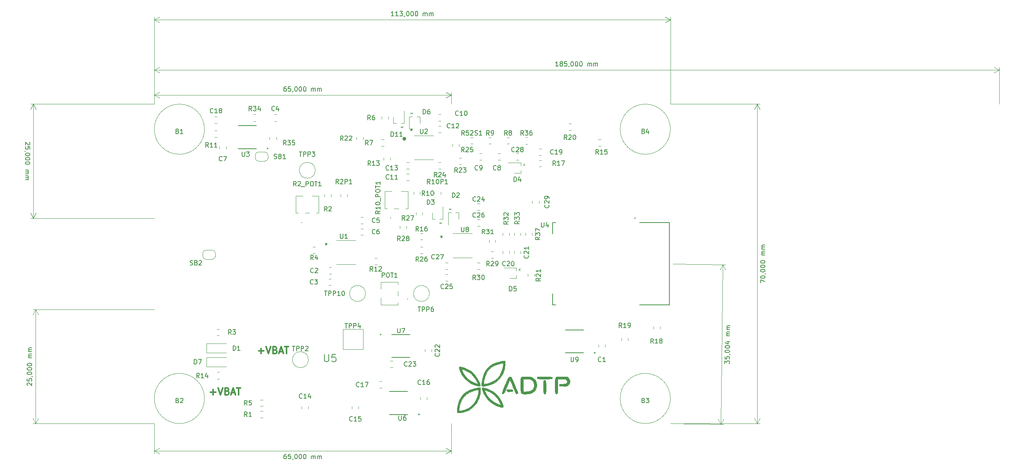
<source format=gbr>
%TF.GenerationSoftware,KiCad,Pcbnew,(5.1.10)-1*%
%TF.CreationDate,2022-05-25T15:21:49+02:00*%
%TF.ProjectId,NGL_Proto_EURO,4e474c5f-5072-46f7-946f-5f4555524f2e,V1*%
%TF.SameCoordinates,Original*%
%TF.FileFunction,Legend,Top*%
%TF.FilePolarity,Positive*%
%FSLAX46Y46*%
G04 Gerber Fmt 4.6, Leading zero omitted, Abs format (unit mm)*
G04 Created by KiCad (PCBNEW (5.1.10)-1) date 2022-05-25 15:21:49*
%MOMM*%
%LPD*%
G01*
G04 APERTURE LIST*
%ADD10C,0.300000*%
%ADD11C,0.150000*%
%ADD12C,0.120000*%
%ADD13C,0.010000*%
%ADD14C,0.400000*%
%ADD15C,0.200000*%
%ADD16C,0.127000*%
%ADD17C,0.100000*%
G04 APERTURE END LIST*
D10*
X122821428Y-104107142D02*
X123964285Y-104107142D01*
X123392857Y-104678571D02*
X123392857Y-103535714D01*
X124464285Y-103178571D02*
X124964285Y-104678571D01*
X125464285Y-103178571D01*
X126464285Y-103892857D02*
X126678571Y-103964285D01*
X126750000Y-104035714D01*
X126821428Y-104178571D01*
X126821428Y-104392857D01*
X126750000Y-104535714D01*
X126678571Y-104607142D01*
X126535714Y-104678571D01*
X125964285Y-104678571D01*
X125964285Y-103178571D01*
X126464285Y-103178571D01*
X126607142Y-103250000D01*
X126678571Y-103321428D01*
X126750000Y-103464285D01*
X126750000Y-103607142D01*
X126678571Y-103750000D01*
X126607142Y-103821428D01*
X126464285Y-103892857D01*
X125964285Y-103892857D01*
X127392857Y-104250000D02*
X128107142Y-104250000D01*
X127250000Y-104678571D02*
X127750000Y-103178571D01*
X128250000Y-104678571D01*
X128535714Y-103178571D02*
X129392857Y-103178571D01*
X128964285Y-104678571D02*
X128964285Y-103178571D01*
X112321428Y-113107142D02*
X113464285Y-113107142D01*
X112892857Y-113678571D02*
X112892857Y-112535714D01*
X113964285Y-112178571D02*
X114464285Y-113678571D01*
X114964285Y-112178571D01*
X115964285Y-112892857D02*
X116178571Y-112964285D01*
X116250000Y-113035714D01*
X116321428Y-113178571D01*
X116321428Y-113392857D01*
X116250000Y-113535714D01*
X116178571Y-113607142D01*
X116035714Y-113678571D01*
X115464285Y-113678571D01*
X115464285Y-112178571D01*
X115964285Y-112178571D01*
X116107142Y-112250000D01*
X116178571Y-112321428D01*
X116250000Y-112464285D01*
X116250000Y-112607142D01*
X116178571Y-112750000D01*
X116107142Y-112821428D01*
X115964285Y-112892857D01*
X115464285Y-112892857D01*
X116892857Y-113250000D02*
X117607142Y-113250000D01*
X116750000Y-113678571D02*
X117250000Y-112178571D01*
X117750000Y-113678571D01*
X118035714Y-112178571D02*
X118892857Y-112178571D01*
X118464285Y-113678571D02*
X118464285Y-112178571D01*
D11*
X232722380Y-89190476D02*
X232722380Y-88523809D01*
X233722380Y-88952380D01*
X232722380Y-87952380D02*
X232722380Y-87857142D01*
X232770000Y-87761904D01*
X232817619Y-87714285D01*
X232912857Y-87666666D01*
X233103333Y-87619047D01*
X233341428Y-87619047D01*
X233531904Y-87666666D01*
X233627142Y-87714285D01*
X233674761Y-87761904D01*
X233722380Y-87857142D01*
X233722380Y-87952380D01*
X233674761Y-88047619D01*
X233627142Y-88095238D01*
X233531904Y-88142857D01*
X233341428Y-88190476D01*
X233103333Y-88190476D01*
X232912857Y-88142857D01*
X232817619Y-88095238D01*
X232770000Y-88047619D01*
X232722380Y-87952380D01*
X233674761Y-87142857D02*
X233722380Y-87142857D01*
X233817619Y-87190476D01*
X233865238Y-87238095D01*
X232722380Y-86523809D02*
X232722380Y-86428571D01*
X232770000Y-86333333D01*
X232817619Y-86285714D01*
X232912857Y-86238095D01*
X233103333Y-86190476D01*
X233341428Y-86190476D01*
X233531904Y-86238095D01*
X233627142Y-86285714D01*
X233674761Y-86333333D01*
X233722380Y-86428571D01*
X233722380Y-86523809D01*
X233674761Y-86619047D01*
X233627142Y-86666666D01*
X233531904Y-86714285D01*
X233341428Y-86761904D01*
X233103333Y-86761904D01*
X232912857Y-86714285D01*
X232817619Y-86666666D01*
X232770000Y-86619047D01*
X232722380Y-86523809D01*
X232722380Y-85571428D02*
X232722380Y-85476190D01*
X232770000Y-85380952D01*
X232817619Y-85333333D01*
X232912857Y-85285714D01*
X233103333Y-85238095D01*
X233341428Y-85238095D01*
X233531904Y-85285714D01*
X233627142Y-85333333D01*
X233674761Y-85380952D01*
X233722380Y-85476190D01*
X233722380Y-85571428D01*
X233674761Y-85666666D01*
X233627142Y-85714285D01*
X233531904Y-85761904D01*
X233341428Y-85809523D01*
X233103333Y-85809523D01*
X232912857Y-85761904D01*
X232817619Y-85714285D01*
X232770000Y-85666666D01*
X232722380Y-85571428D01*
X232722380Y-84619047D02*
X232722380Y-84523809D01*
X232770000Y-84428571D01*
X232817619Y-84380952D01*
X232912857Y-84333333D01*
X233103333Y-84285714D01*
X233341428Y-84285714D01*
X233531904Y-84333333D01*
X233627142Y-84380952D01*
X233674761Y-84428571D01*
X233722380Y-84523809D01*
X233722380Y-84619047D01*
X233674761Y-84714285D01*
X233627142Y-84761904D01*
X233531904Y-84809523D01*
X233341428Y-84857142D01*
X233103333Y-84857142D01*
X232912857Y-84809523D01*
X232817619Y-84761904D01*
X232770000Y-84714285D01*
X232722380Y-84619047D01*
X233722380Y-83095238D02*
X233055714Y-83095238D01*
X233150952Y-83095238D02*
X233103333Y-83047619D01*
X233055714Y-82952380D01*
X233055714Y-82809523D01*
X233103333Y-82714285D01*
X233198571Y-82666666D01*
X233722380Y-82666666D01*
X233198571Y-82666666D02*
X233103333Y-82619047D01*
X233055714Y-82523809D01*
X233055714Y-82380952D01*
X233103333Y-82285714D01*
X233198571Y-82238095D01*
X233722380Y-82238095D01*
X233722380Y-81761904D02*
X233055714Y-81761904D01*
X233150952Y-81761904D02*
X233103333Y-81714285D01*
X233055714Y-81619047D01*
X233055714Y-81476190D01*
X233103333Y-81380952D01*
X233198571Y-81333333D01*
X233722380Y-81333333D01*
X233198571Y-81333333D02*
X233103333Y-81285714D01*
X233055714Y-81190476D01*
X233055714Y-81047619D01*
X233103333Y-80952380D01*
X233198571Y-80904761D01*
X233722380Y-80904761D01*
D12*
X232000000Y-120000000D02*
X232000000Y-50000000D01*
X213000000Y-120000000D02*
X232586421Y-120000000D01*
X213000000Y-50000000D02*
X232586421Y-50000000D01*
X232000000Y-50000000D02*
X232586421Y-51126504D01*
X232000000Y-50000000D02*
X231413579Y-51126504D01*
X232000000Y-120000000D02*
X232586421Y-118873496D01*
X232000000Y-120000000D02*
X231413579Y-118873496D01*
D11*
X224917344Y-106857580D02*
X224926187Y-106238595D01*
X225302339Y-106577336D01*
X225304380Y-106434494D01*
X225353354Y-106339946D01*
X225401649Y-106293012D01*
X225497557Y-106246758D01*
X225735628Y-106250159D01*
X225830177Y-106299133D01*
X225877111Y-106347428D01*
X225923364Y-106443336D01*
X225919283Y-106729022D01*
X225870308Y-106823570D01*
X225822014Y-106870504D01*
X224939111Y-105333926D02*
X224932309Y-105810068D01*
X225407771Y-105864484D01*
X225360837Y-105816189D01*
X225314583Y-105720281D01*
X225317984Y-105482210D01*
X225366958Y-105387662D01*
X225415253Y-105340728D01*
X225511161Y-105294474D01*
X225749232Y-105297875D01*
X225843781Y-105346850D01*
X225890715Y-105395144D01*
X225936968Y-105491053D01*
X225933567Y-105729124D01*
X225884593Y-105823672D01*
X225836298Y-105870606D01*
X225898877Y-104823774D02*
X225946491Y-104824454D01*
X226041039Y-104873429D01*
X226087973Y-104921723D01*
X224955436Y-104191185D02*
X224956796Y-104095957D01*
X225005771Y-104001409D01*
X225054065Y-103954475D01*
X225149974Y-103908221D01*
X225341111Y-103863328D01*
X225579182Y-103866729D01*
X225768958Y-103917064D01*
X225863506Y-103966038D01*
X225910440Y-104014333D01*
X225956694Y-104110241D01*
X225955334Y-104205469D01*
X225906359Y-104300018D01*
X225858065Y-104346952D01*
X225762156Y-104393205D01*
X225571019Y-104438099D01*
X225332948Y-104434698D01*
X225143172Y-104384363D01*
X225048624Y-104335388D01*
X225001690Y-104287094D01*
X224955436Y-104191185D01*
X224969040Y-103238901D02*
X224970400Y-103143673D01*
X225019375Y-103049125D01*
X225067669Y-103002191D01*
X225163578Y-102955937D01*
X225354715Y-102911044D01*
X225592786Y-102914445D01*
X225782562Y-102964780D01*
X225877111Y-103013754D01*
X225924044Y-103062049D01*
X225970298Y-103157957D01*
X225968938Y-103253186D01*
X225919963Y-103347734D01*
X225871669Y-103394668D01*
X225775760Y-103440922D01*
X225584623Y-103485815D01*
X225346552Y-103482414D01*
X225156776Y-103432079D01*
X225062228Y-103383104D01*
X225015294Y-103334810D01*
X224969040Y-103238901D01*
X225319344Y-102053308D02*
X225985943Y-102062831D01*
X224935030Y-102285937D02*
X225645842Y-102534211D01*
X225654684Y-101915227D01*
X226004308Y-100777248D02*
X225337710Y-100767725D01*
X225432938Y-100769085D02*
X225386004Y-100720791D01*
X225339750Y-100624882D01*
X225341791Y-100482040D01*
X225390766Y-100387492D01*
X225486674Y-100341238D01*
X226010430Y-100348720D01*
X225486674Y-100341238D02*
X225392126Y-100292263D01*
X225345872Y-100196355D01*
X225347913Y-100053512D01*
X225396887Y-99958964D01*
X225492796Y-99912710D01*
X226016552Y-99920192D01*
X226023354Y-99444051D02*
X225356755Y-99434528D01*
X225451984Y-99435888D02*
X225405050Y-99387594D01*
X225358796Y-99291685D01*
X225360837Y-99148843D01*
X225409811Y-99054294D01*
X225505720Y-99008041D01*
X226029476Y-99015523D01*
X225505720Y-99008041D02*
X225411172Y-98959066D01*
X225364918Y-98863157D01*
X225366958Y-98720315D01*
X225415933Y-98625767D01*
X225511842Y-98579513D01*
X226035598Y-98586995D01*
D12*
X224004896Y-120157213D02*
X224504896Y-85157213D01*
X213000000Y-120000000D02*
X224591257Y-120165589D01*
X213500000Y-85000000D02*
X225091257Y-85165589D01*
X224504896Y-85157213D02*
X225075166Y-86291978D01*
X224504896Y-85157213D02*
X223902444Y-86275225D01*
X224004896Y-120157213D02*
X224607348Y-119039201D01*
X224004896Y-120157213D02*
X223434626Y-119022448D01*
D11*
X152452380Y-30682380D02*
X151880952Y-30682380D01*
X152166666Y-30682380D02*
X152166666Y-29682380D01*
X152071428Y-29825238D01*
X151976190Y-29920476D01*
X151880952Y-29968095D01*
X153404761Y-30682380D02*
X152833333Y-30682380D01*
X153119047Y-30682380D02*
X153119047Y-29682380D01*
X153023809Y-29825238D01*
X152928571Y-29920476D01*
X152833333Y-29968095D01*
X153738095Y-29682380D02*
X154357142Y-29682380D01*
X154023809Y-30063333D01*
X154166666Y-30063333D01*
X154261904Y-30110952D01*
X154309523Y-30158571D01*
X154357142Y-30253809D01*
X154357142Y-30491904D01*
X154309523Y-30587142D01*
X154261904Y-30634761D01*
X154166666Y-30682380D01*
X153880952Y-30682380D01*
X153785714Y-30634761D01*
X153738095Y-30587142D01*
X154833333Y-30634761D02*
X154833333Y-30682380D01*
X154785714Y-30777619D01*
X154738095Y-30825238D01*
X155452380Y-29682380D02*
X155547619Y-29682380D01*
X155642857Y-29730000D01*
X155690476Y-29777619D01*
X155738095Y-29872857D01*
X155785714Y-30063333D01*
X155785714Y-30301428D01*
X155738095Y-30491904D01*
X155690476Y-30587142D01*
X155642857Y-30634761D01*
X155547619Y-30682380D01*
X155452380Y-30682380D01*
X155357142Y-30634761D01*
X155309523Y-30587142D01*
X155261904Y-30491904D01*
X155214285Y-30301428D01*
X155214285Y-30063333D01*
X155261904Y-29872857D01*
X155309523Y-29777619D01*
X155357142Y-29730000D01*
X155452380Y-29682380D01*
X156404761Y-29682380D02*
X156500000Y-29682380D01*
X156595238Y-29730000D01*
X156642857Y-29777619D01*
X156690476Y-29872857D01*
X156738095Y-30063333D01*
X156738095Y-30301428D01*
X156690476Y-30491904D01*
X156642857Y-30587142D01*
X156595238Y-30634761D01*
X156500000Y-30682380D01*
X156404761Y-30682380D01*
X156309523Y-30634761D01*
X156261904Y-30587142D01*
X156214285Y-30491904D01*
X156166666Y-30301428D01*
X156166666Y-30063333D01*
X156214285Y-29872857D01*
X156261904Y-29777619D01*
X156309523Y-29730000D01*
X156404761Y-29682380D01*
X157357142Y-29682380D02*
X157452380Y-29682380D01*
X157547619Y-29730000D01*
X157595238Y-29777619D01*
X157642857Y-29872857D01*
X157690476Y-30063333D01*
X157690476Y-30301428D01*
X157642857Y-30491904D01*
X157595238Y-30587142D01*
X157547619Y-30634761D01*
X157452380Y-30682380D01*
X157357142Y-30682380D01*
X157261904Y-30634761D01*
X157214285Y-30587142D01*
X157166666Y-30491904D01*
X157119047Y-30301428D01*
X157119047Y-30063333D01*
X157166666Y-29872857D01*
X157214285Y-29777619D01*
X157261904Y-29730000D01*
X157357142Y-29682380D01*
X158880952Y-30682380D02*
X158880952Y-30015714D01*
X158880952Y-30110952D02*
X158928571Y-30063333D01*
X159023809Y-30015714D01*
X159166666Y-30015714D01*
X159261904Y-30063333D01*
X159309523Y-30158571D01*
X159309523Y-30682380D01*
X159309523Y-30158571D02*
X159357142Y-30063333D01*
X159452380Y-30015714D01*
X159595238Y-30015714D01*
X159690476Y-30063333D01*
X159738095Y-30158571D01*
X159738095Y-30682380D01*
X160214285Y-30682380D02*
X160214285Y-30015714D01*
X160214285Y-30110952D02*
X160261904Y-30063333D01*
X160357142Y-30015714D01*
X160500000Y-30015714D01*
X160595238Y-30063333D01*
X160642857Y-30158571D01*
X160642857Y-30682380D01*
X160642857Y-30158571D02*
X160690476Y-30063333D01*
X160785714Y-30015714D01*
X160928571Y-30015714D01*
X161023809Y-30063333D01*
X161071428Y-30158571D01*
X161071428Y-30682380D01*
D12*
X100000000Y-31500000D02*
X213000000Y-31500000D01*
X100000000Y-50000000D02*
X100000000Y-30913579D01*
X213000000Y-50000000D02*
X213000000Y-30913579D01*
X213000000Y-31500000D02*
X211873496Y-32086421D01*
X213000000Y-31500000D02*
X211873496Y-30913579D01*
X100000000Y-31500000D02*
X101126504Y-32086421D01*
X100000000Y-31500000D02*
X101126504Y-30913579D01*
D11*
X128833333Y-126722380D02*
X128642857Y-126722380D01*
X128547619Y-126770000D01*
X128500000Y-126817619D01*
X128404761Y-126960476D01*
X128357142Y-127150952D01*
X128357142Y-127531904D01*
X128404761Y-127627142D01*
X128452380Y-127674761D01*
X128547619Y-127722380D01*
X128738095Y-127722380D01*
X128833333Y-127674761D01*
X128880952Y-127627142D01*
X128928571Y-127531904D01*
X128928571Y-127293809D01*
X128880952Y-127198571D01*
X128833333Y-127150952D01*
X128738095Y-127103333D01*
X128547619Y-127103333D01*
X128452380Y-127150952D01*
X128404761Y-127198571D01*
X128357142Y-127293809D01*
X129833333Y-126722380D02*
X129357142Y-126722380D01*
X129309523Y-127198571D01*
X129357142Y-127150952D01*
X129452380Y-127103333D01*
X129690476Y-127103333D01*
X129785714Y-127150952D01*
X129833333Y-127198571D01*
X129880952Y-127293809D01*
X129880952Y-127531904D01*
X129833333Y-127627142D01*
X129785714Y-127674761D01*
X129690476Y-127722380D01*
X129452380Y-127722380D01*
X129357142Y-127674761D01*
X129309523Y-127627142D01*
X130357142Y-127674761D02*
X130357142Y-127722380D01*
X130309523Y-127817619D01*
X130261904Y-127865238D01*
X130976190Y-126722380D02*
X131071428Y-126722380D01*
X131166666Y-126770000D01*
X131214285Y-126817619D01*
X131261904Y-126912857D01*
X131309523Y-127103333D01*
X131309523Y-127341428D01*
X131261904Y-127531904D01*
X131214285Y-127627142D01*
X131166666Y-127674761D01*
X131071428Y-127722380D01*
X130976190Y-127722380D01*
X130880952Y-127674761D01*
X130833333Y-127627142D01*
X130785714Y-127531904D01*
X130738095Y-127341428D01*
X130738095Y-127103333D01*
X130785714Y-126912857D01*
X130833333Y-126817619D01*
X130880952Y-126770000D01*
X130976190Y-126722380D01*
X131928571Y-126722380D02*
X132023809Y-126722380D01*
X132119047Y-126770000D01*
X132166666Y-126817619D01*
X132214285Y-126912857D01*
X132261904Y-127103333D01*
X132261904Y-127341428D01*
X132214285Y-127531904D01*
X132166666Y-127627142D01*
X132119047Y-127674761D01*
X132023809Y-127722380D01*
X131928571Y-127722380D01*
X131833333Y-127674761D01*
X131785714Y-127627142D01*
X131738095Y-127531904D01*
X131690476Y-127341428D01*
X131690476Y-127103333D01*
X131738095Y-126912857D01*
X131785714Y-126817619D01*
X131833333Y-126770000D01*
X131928571Y-126722380D01*
X132880952Y-126722380D02*
X132976190Y-126722380D01*
X133071428Y-126770000D01*
X133119047Y-126817619D01*
X133166666Y-126912857D01*
X133214285Y-127103333D01*
X133214285Y-127341428D01*
X133166666Y-127531904D01*
X133119047Y-127627142D01*
X133071428Y-127674761D01*
X132976190Y-127722380D01*
X132880952Y-127722380D01*
X132785714Y-127674761D01*
X132738095Y-127627142D01*
X132690476Y-127531904D01*
X132642857Y-127341428D01*
X132642857Y-127103333D01*
X132690476Y-126912857D01*
X132738095Y-126817619D01*
X132785714Y-126770000D01*
X132880952Y-126722380D01*
X134404761Y-127722380D02*
X134404761Y-127055714D01*
X134404761Y-127150952D02*
X134452380Y-127103333D01*
X134547619Y-127055714D01*
X134690476Y-127055714D01*
X134785714Y-127103333D01*
X134833333Y-127198571D01*
X134833333Y-127722380D01*
X134833333Y-127198571D02*
X134880952Y-127103333D01*
X134976190Y-127055714D01*
X135119047Y-127055714D01*
X135214285Y-127103333D01*
X135261904Y-127198571D01*
X135261904Y-127722380D01*
X135738095Y-127722380D02*
X135738095Y-127055714D01*
X135738095Y-127150952D02*
X135785714Y-127103333D01*
X135880952Y-127055714D01*
X136023809Y-127055714D01*
X136119047Y-127103333D01*
X136166666Y-127198571D01*
X136166666Y-127722380D01*
X136166666Y-127198571D02*
X136214285Y-127103333D01*
X136309523Y-127055714D01*
X136452380Y-127055714D01*
X136547619Y-127103333D01*
X136595238Y-127198571D01*
X136595238Y-127722380D01*
D12*
X100000000Y-126000000D02*
X165000000Y-126000000D01*
X100000000Y-120000000D02*
X100000000Y-126586421D01*
X165000000Y-120000000D02*
X165000000Y-126586421D01*
X165000000Y-126000000D02*
X163873496Y-126586421D01*
X165000000Y-126000000D02*
X163873496Y-125413579D01*
X100000000Y-126000000D02*
X101126504Y-126586421D01*
X100000000Y-126000000D02*
X101126504Y-125413579D01*
D11*
X128833333Y-46182380D02*
X128642857Y-46182380D01*
X128547619Y-46230000D01*
X128500000Y-46277619D01*
X128404761Y-46420476D01*
X128357142Y-46610952D01*
X128357142Y-46991904D01*
X128404761Y-47087142D01*
X128452380Y-47134761D01*
X128547619Y-47182380D01*
X128738095Y-47182380D01*
X128833333Y-47134761D01*
X128880952Y-47087142D01*
X128928571Y-46991904D01*
X128928571Y-46753809D01*
X128880952Y-46658571D01*
X128833333Y-46610952D01*
X128738095Y-46563333D01*
X128547619Y-46563333D01*
X128452380Y-46610952D01*
X128404761Y-46658571D01*
X128357142Y-46753809D01*
X129833333Y-46182380D02*
X129357142Y-46182380D01*
X129309523Y-46658571D01*
X129357142Y-46610952D01*
X129452380Y-46563333D01*
X129690476Y-46563333D01*
X129785714Y-46610952D01*
X129833333Y-46658571D01*
X129880952Y-46753809D01*
X129880952Y-46991904D01*
X129833333Y-47087142D01*
X129785714Y-47134761D01*
X129690476Y-47182380D01*
X129452380Y-47182380D01*
X129357142Y-47134761D01*
X129309523Y-47087142D01*
X130357142Y-47134761D02*
X130357142Y-47182380D01*
X130309523Y-47277619D01*
X130261904Y-47325238D01*
X130976190Y-46182380D02*
X131071428Y-46182380D01*
X131166666Y-46230000D01*
X131214285Y-46277619D01*
X131261904Y-46372857D01*
X131309523Y-46563333D01*
X131309523Y-46801428D01*
X131261904Y-46991904D01*
X131214285Y-47087142D01*
X131166666Y-47134761D01*
X131071428Y-47182380D01*
X130976190Y-47182380D01*
X130880952Y-47134761D01*
X130833333Y-47087142D01*
X130785714Y-46991904D01*
X130738095Y-46801428D01*
X130738095Y-46563333D01*
X130785714Y-46372857D01*
X130833333Y-46277619D01*
X130880952Y-46230000D01*
X130976190Y-46182380D01*
X131928571Y-46182380D02*
X132023809Y-46182380D01*
X132119047Y-46230000D01*
X132166666Y-46277619D01*
X132214285Y-46372857D01*
X132261904Y-46563333D01*
X132261904Y-46801428D01*
X132214285Y-46991904D01*
X132166666Y-47087142D01*
X132119047Y-47134761D01*
X132023809Y-47182380D01*
X131928571Y-47182380D01*
X131833333Y-47134761D01*
X131785714Y-47087142D01*
X131738095Y-46991904D01*
X131690476Y-46801428D01*
X131690476Y-46563333D01*
X131738095Y-46372857D01*
X131785714Y-46277619D01*
X131833333Y-46230000D01*
X131928571Y-46182380D01*
X132880952Y-46182380D02*
X132976190Y-46182380D01*
X133071428Y-46230000D01*
X133119047Y-46277619D01*
X133166666Y-46372857D01*
X133214285Y-46563333D01*
X133214285Y-46801428D01*
X133166666Y-46991904D01*
X133119047Y-47087142D01*
X133071428Y-47134761D01*
X132976190Y-47182380D01*
X132880952Y-47182380D01*
X132785714Y-47134761D01*
X132738095Y-47087142D01*
X132690476Y-46991904D01*
X132642857Y-46801428D01*
X132642857Y-46563333D01*
X132690476Y-46372857D01*
X132738095Y-46277619D01*
X132785714Y-46230000D01*
X132880952Y-46182380D01*
X134404761Y-47182380D02*
X134404761Y-46515714D01*
X134404761Y-46610952D02*
X134452380Y-46563333D01*
X134547619Y-46515714D01*
X134690476Y-46515714D01*
X134785714Y-46563333D01*
X134833333Y-46658571D01*
X134833333Y-47182380D01*
X134833333Y-46658571D02*
X134880952Y-46563333D01*
X134976190Y-46515714D01*
X135119047Y-46515714D01*
X135214285Y-46563333D01*
X135261904Y-46658571D01*
X135261904Y-47182380D01*
X135738095Y-47182380D02*
X135738095Y-46515714D01*
X135738095Y-46610952D02*
X135785714Y-46563333D01*
X135880952Y-46515714D01*
X136023809Y-46515714D01*
X136119047Y-46563333D01*
X136166666Y-46658571D01*
X136166666Y-47182380D01*
X136166666Y-46658571D02*
X136214285Y-46563333D01*
X136309523Y-46515714D01*
X136452380Y-46515714D01*
X136547619Y-46563333D01*
X136595238Y-46658571D01*
X136595238Y-47182380D01*
D12*
X100000000Y-48000000D02*
X165000000Y-48000000D01*
X100000000Y-50000000D02*
X100000000Y-47413579D01*
X165000000Y-50000000D02*
X165000000Y-47413579D01*
X165000000Y-48000000D02*
X163873496Y-48586421D01*
X165000000Y-48000000D02*
X163873496Y-47413579D01*
X100000000Y-48000000D02*
X101126504Y-48586421D01*
X100000000Y-48000000D02*
X101126504Y-47413579D01*
D11*
X72682380Y-58357142D02*
X72730000Y-58404761D01*
X72777619Y-58500000D01*
X72777619Y-58738095D01*
X72730000Y-58833333D01*
X72682380Y-58880952D01*
X72587142Y-58928571D01*
X72491904Y-58928571D01*
X72349047Y-58880952D01*
X71777619Y-58309523D01*
X71777619Y-58928571D01*
X72777619Y-59833333D02*
X72777619Y-59357142D01*
X72301428Y-59309523D01*
X72349047Y-59357142D01*
X72396666Y-59452380D01*
X72396666Y-59690476D01*
X72349047Y-59785714D01*
X72301428Y-59833333D01*
X72206190Y-59880952D01*
X71968095Y-59880952D01*
X71872857Y-59833333D01*
X71825238Y-59785714D01*
X71777619Y-59690476D01*
X71777619Y-59452380D01*
X71825238Y-59357142D01*
X71872857Y-59309523D01*
X71825238Y-60357142D02*
X71777619Y-60357142D01*
X71682380Y-60309523D01*
X71634761Y-60261904D01*
X72777619Y-60976190D02*
X72777619Y-61071428D01*
X72730000Y-61166666D01*
X72682380Y-61214285D01*
X72587142Y-61261904D01*
X72396666Y-61309523D01*
X72158571Y-61309523D01*
X71968095Y-61261904D01*
X71872857Y-61214285D01*
X71825238Y-61166666D01*
X71777619Y-61071428D01*
X71777619Y-60976190D01*
X71825238Y-60880952D01*
X71872857Y-60833333D01*
X71968095Y-60785714D01*
X72158571Y-60738095D01*
X72396666Y-60738095D01*
X72587142Y-60785714D01*
X72682380Y-60833333D01*
X72730000Y-60880952D01*
X72777619Y-60976190D01*
X72777619Y-61928571D02*
X72777619Y-62023809D01*
X72730000Y-62119047D01*
X72682380Y-62166666D01*
X72587142Y-62214285D01*
X72396666Y-62261904D01*
X72158571Y-62261904D01*
X71968095Y-62214285D01*
X71872857Y-62166666D01*
X71825238Y-62119047D01*
X71777619Y-62023809D01*
X71777619Y-61928571D01*
X71825238Y-61833333D01*
X71872857Y-61785714D01*
X71968095Y-61738095D01*
X72158571Y-61690476D01*
X72396666Y-61690476D01*
X72587142Y-61738095D01*
X72682380Y-61785714D01*
X72730000Y-61833333D01*
X72777619Y-61928571D01*
X72777619Y-62880952D02*
X72777619Y-62976190D01*
X72730000Y-63071428D01*
X72682380Y-63119047D01*
X72587142Y-63166666D01*
X72396666Y-63214285D01*
X72158571Y-63214285D01*
X71968095Y-63166666D01*
X71872857Y-63119047D01*
X71825238Y-63071428D01*
X71777619Y-62976190D01*
X71777619Y-62880952D01*
X71825238Y-62785714D01*
X71872857Y-62738095D01*
X71968095Y-62690476D01*
X72158571Y-62642857D01*
X72396666Y-62642857D01*
X72587142Y-62690476D01*
X72682380Y-62738095D01*
X72730000Y-62785714D01*
X72777619Y-62880952D01*
X71777619Y-64404761D02*
X72444285Y-64404761D01*
X72349047Y-64404761D02*
X72396666Y-64452380D01*
X72444285Y-64547619D01*
X72444285Y-64690476D01*
X72396666Y-64785714D01*
X72301428Y-64833333D01*
X71777619Y-64833333D01*
X72301428Y-64833333D02*
X72396666Y-64880952D01*
X72444285Y-64976190D01*
X72444285Y-65119047D01*
X72396666Y-65214285D01*
X72301428Y-65261904D01*
X71777619Y-65261904D01*
X71777619Y-65738095D02*
X72444285Y-65738095D01*
X72349047Y-65738095D02*
X72396666Y-65785714D01*
X72444285Y-65880952D01*
X72444285Y-66023809D01*
X72396666Y-66119047D01*
X72301428Y-66166666D01*
X71777619Y-66166666D01*
X72301428Y-66166666D02*
X72396666Y-66214285D01*
X72444285Y-66309523D01*
X72444285Y-66452380D01*
X72396666Y-66547619D01*
X72301428Y-66595238D01*
X71777619Y-66595238D01*
D12*
X73500000Y-50000000D02*
X73500000Y-75000000D01*
X100000000Y-50000000D02*
X72913579Y-50000000D01*
X100000000Y-75000000D02*
X72913579Y-75000000D01*
X73500000Y-75000000D02*
X72913579Y-73873496D01*
X73500000Y-75000000D02*
X74086421Y-73873496D01*
X73500000Y-50000000D02*
X72913579Y-51126504D01*
X73500000Y-50000000D02*
X74086421Y-51126504D01*
D11*
X72277619Y-111642857D02*
X72230000Y-111595238D01*
X72182380Y-111500000D01*
X72182380Y-111261904D01*
X72230000Y-111166666D01*
X72277619Y-111119047D01*
X72372857Y-111071428D01*
X72468095Y-111071428D01*
X72610952Y-111119047D01*
X73182380Y-111690476D01*
X73182380Y-111071428D01*
X72182380Y-110166666D02*
X72182380Y-110642857D01*
X72658571Y-110690476D01*
X72610952Y-110642857D01*
X72563333Y-110547619D01*
X72563333Y-110309523D01*
X72610952Y-110214285D01*
X72658571Y-110166666D01*
X72753809Y-110119047D01*
X72991904Y-110119047D01*
X73087142Y-110166666D01*
X73134761Y-110214285D01*
X73182380Y-110309523D01*
X73182380Y-110547619D01*
X73134761Y-110642857D01*
X73087142Y-110690476D01*
X73134761Y-109642857D02*
X73182380Y-109642857D01*
X73277619Y-109690476D01*
X73325238Y-109738095D01*
X72182380Y-109023809D02*
X72182380Y-108928571D01*
X72230000Y-108833333D01*
X72277619Y-108785714D01*
X72372857Y-108738095D01*
X72563333Y-108690476D01*
X72801428Y-108690476D01*
X72991904Y-108738095D01*
X73087142Y-108785714D01*
X73134761Y-108833333D01*
X73182380Y-108928571D01*
X73182380Y-109023809D01*
X73134761Y-109119047D01*
X73087142Y-109166666D01*
X72991904Y-109214285D01*
X72801428Y-109261904D01*
X72563333Y-109261904D01*
X72372857Y-109214285D01*
X72277619Y-109166666D01*
X72230000Y-109119047D01*
X72182380Y-109023809D01*
X72182380Y-108071428D02*
X72182380Y-107976190D01*
X72230000Y-107880952D01*
X72277619Y-107833333D01*
X72372857Y-107785714D01*
X72563333Y-107738095D01*
X72801428Y-107738095D01*
X72991904Y-107785714D01*
X73087142Y-107833333D01*
X73134761Y-107880952D01*
X73182380Y-107976190D01*
X73182380Y-108071428D01*
X73134761Y-108166666D01*
X73087142Y-108214285D01*
X72991904Y-108261904D01*
X72801428Y-108309523D01*
X72563333Y-108309523D01*
X72372857Y-108261904D01*
X72277619Y-108214285D01*
X72230000Y-108166666D01*
X72182380Y-108071428D01*
X72182380Y-107119047D02*
X72182380Y-107023809D01*
X72230000Y-106928571D01*
X72277619Y-106880952D01*
X72372857Y-106833333D01*
X72563333Y-106785714D01*
X72801428Y-106785714D01*
X72991904Y-106833333D01*
X73087142Y-106880952D01*
X73134761Y-106928571D01*
X73182380Y-107023809D01*
X73182380Y-107119047D01*
X73134761Y-107214285D01*
X73087142Y-107261904D01*
X72991904Y-107309523D01*
X72801428Y-107357142D01*
X72563333Y-107357142D01*
X72372857Y-107309523D01*
X72277619Y-107261904D01*
X72230000Y-107214285D01*
X72182380Y-107119047D01*
X73182380Y-105595238D02*
X72515714Y-105595238D01*
X72610952Y-105595238D02*
X72563333Y-105547619D01*
X72515714Y-105452380D01*
X72515714Y-105309523D01*
X72563333Y-105214285D01*
X72658571Y-105166666D01*
X73182380Y-105166666D01*
X72658571Y-105166666D02*
X72563333Y-105119047D01*
X72515714Y-105023809D01*
X72515714Y-104880952D01*
X72563333Y-104785714D01*
X72658571Y-104738095D01*
X73182380Y-104738095D01*
X73182380Y-104261904D02*
X72515714Y-104261904D01*
X72610952Y-104261904D02*
X72563333Y-104214285D01*
X72515714Y-104119047D01*
X72515714Y-103976190D01*
X72563333Y-103880952D01*
X72658571Y-103833333D01*
X73182380Y-103833333D01*
X72658571Y-103833333D02*
X72563333Y-103785714D01*
X72515714Y-103690476D01*
X72515714Y-103547619D01*
X72563333Y-103452380D01*
X72658571Y-103404761D01*
X73182380Y-103404761D01*
D12*
X74000000Y-120000000D02*
X74000000Y-95000000D01*
X100000000Y-120000000D02*
X73413579Y-120000000D01*
X100000000Y-95000000D02*
X73413579Y-95000000D01*
X74000000Y-95000000D02*
X74586421Y-96126504D01*
X74000000Y-95000000D02*
X73413579Y-96126504D01*
X74000000Y-120000000D02*
X74586421Y-118873496D01*
X74000000Y-120000000D02*
X73413579Y-118873496D01*
D11*
X188452380Y-41682380D02*
X187880952Y-41682380D01*
X188166666Y-41682380D02*
X188166666Y-40682380D01*
X188071428Y-40825238D01*
X187976190Y-40920476D01*
X187880952Y-40968095D01*
X189023809Y-41110952D02*
X188928571Y-41063333D01*
X188880952Y-41015714D01*
X188833333Y-40920476D01*
X188833333Y-40872857D01*
X188880952Y-40777619D01*
X188928571Y-40730000D01*
X189023809Y-40682380D01*
X189214285Y-40682380D01*
X189309523Y-40730000D01*
X189357142Y-40777619D01*
X189404761Y-40872857D01*
X189404761Y-40920476D01*
X189357142Y-41015714D01*
X189309523Y-41063333D01*
X189214285Y-41110952D01*
X189023809Y-41110952D01*
X188928571Y-41158571D01*
X188880952Y-41206190D01*
X188833333Y-41301428D01*
X188833333Y-41491904D01*
X188880952Y-41587142D01*
X188928571Y-41634761D01*
X189023809Y-41682380D01*
X189214285Y-41682380D01*
X189309523Y-41634761D01*
X189357142Y-41587142D01*
X189404761Y-41491904D01*
X189404761Y-41301428D01*
X189357142Y-41206190D01*
X189309523Y-41158571D01*
X189214285Y-41110952D01*
X190309523Y-40682380D02*
X189833333Y-40682380D01*
X189785714Y-41158571D01*
X189833333Y-41110952D01*
X189928571Y-41063333D01*
X190166666Y-41063333D01*
X190261904Y-41110952D01*
X190309523Y-41158571D01*
X190357142Y-41253809D01*
X190357142Y-41491904D01*
X190309523Y-41587142D01*
X190261904Y-41634761D01*
X190166666Y-41682380D01*
X189928571Y-41682380D01*
X189833333Y-41634761D01*
X189785714Y-41587142D01*
X190833333Y-41634761D02*
X190833333Y-41682380D01*
X190785714Y-41777619D01*
X190738095Y-41825238D01*
X191452380Y-40682380D02*
X191547619Y-40682380D01*
X191642857Y-40730000D01*
X191690476Y-40777619D01*
X191738095Y-40872857D01*
X191785714Y-41063333D01*
X191785714Y-41301428D01*
X191738095Y-41491904D01*
X191690476Y-41587142D01*
X191642857Y-41634761D01*
X191547619Y-41682380D01*
X191452380Y-41682380D01*
X191357142Y-41634761D01*
X191309523Y-41587142D01*
X191261904Y-41491904D01*
X191214285Y-41301428D01*
X191214285Y-41063333D01*
X191261904Y-40872857D01*
X191309523Y-40777619D01*
X191357142Y-40730000D01*
X191452380Y-40682380D01*
X192404761Y-40682380D02*
X192500000Y-40682380D01*
X192595238Y-40730000D01*
X192642857Y-40777619D01*
X192690476Y-40872857D01*
X192738095Y-41063333D01*
X192738095Y-41301428D01*
X192690476Y-41491904D01*
X192642857Y-41587142D01*
X192595238Y-41634761D01*
X192500000Y-41682380D01*
X192404761Y-41682380D01*
X192309523Y-41634761D01*
X192261904Y-41587142D01*
X192214285Y-41491904D01*
X192166666Y-41301428D01*
X192166666Y-41063333D01*
X192214285Y-40872857D01*
X192261904Y-40777619D01*
X192309523Y-40730000D01*
X192404761Y-40682380D01*
X193357142Y-40682380D02*
X193452380Y-40682380D01*
X193547619Y-40730000D01*
X193595238Y-40777619D01*
X193642857Y-40872857D01*
X193690476Y-41063333D01*
X193690476Y-41301428D01*
X193642857Y-41491904D01*
X193595238Y-41587142D01*
X193547619Y-41634761D01*
X193452380Y-41682380D01*
X193357142Y-41682380D01*
X193261904Y-41634761D01*
X193214285Y-41587142D01*
X193166666Y-41491904D01*
X193119047Y-41301428D01*
X193119047Y-41063333D01*
X193166666Y-40872857D01*
X193214285Y-40777619D01*
X193261904Y-40730000D01*
X193357142Y-40682380D01*
X194880952Y-41682380D02*
X194880952Y-41015714D01*
X194880952Y-41110952D02*
X194928571Y-41063333D01*
X195023809Y-41015714D01*
X195166666Y-41015714D01*
X195261904Y-41063333D01*
X195309523Y-41158571D01*
X195309523Y-41682380D01*
X195309523Y-41158571D02*
X195357142Y-41063333D01*
X195452380Y-41015714D01*
X195595238Y-41015714D01*
X195690476Y-41063333D01*
X195738095Y-41158571D01*
X195738095Y-41682380D01*
X196214285Y-41682380D02*
X196214285Y-41015714D01*
X196214285Y-41110952D02*
X196261904Y-41063333D01*
X196357142Y-41015714D01*
X196500000Y-41015714D01*
X196595238Y-41063333D01*
X196642857Y-41158571D01*
X196642857Y-41682380D01*
X196642857Y-41158571D02*
X196690476Y-41063333D01*
X196785714Y-41015714D01*
X196928571Y-41015714D01*
X197023809Y-41063333D01*
X197071428Y-41158571D01*
X197071428Y-41682380D01*
D12*
X285000000Y-42500000D02*
X100000000Y-42500000D01*
X285000000Y-50000000D02*
X285000000Y-41913579D01*
X100000000Y-50000000D02*
X100000000Y-41913579D01*
X100000000Y-42500000D02*
X101126504Y-41913579D01*
X100000000Y-42500000D02*
X101126504Y-43086421D01*
X285000000Y-42500000D02*
X283873496Y-41913579D01*
X285000000Y-42500000D02*
X283873496Y-43086421D01*
D13*
%TO.C,G1*%
G36*
X185078894Y-109728347D02*
G01*
X185472484Y-109733372D01*
X186035101Y-109742379D01*
X186451010Y-109752812D01*
X186742835Y-109767169D01*
X186933197Y-109787948D01*
X187044719Y-109817648D01*
X187100023Y-109858765D01*
X187121731Y-109913799D01*
X187122067Y-109915521D01*
X187095295Y-110082565D01*
X187038497Y-110147058D01*
X186919859Y-110170658D01*
X186661714Y-110191186D01*
X186293881Y-110207274D01*
X185846177Y-110217555D01*
X185431867Y-110220703D01*
X184862914Y-110218272D01*
X184442351Y-110208844D01*
X184149323Y-110190909D01*
X183962977Y-110162958D01*
X183862458Y-110123483D01*
X183842906Y-110105731D01*
X183786183Y-109934018D01*
X183799953Y-109849937D01*
X183834503Y-109801350D01*
X183910372Y-109766192D01*
X184050152Y-109742887D01*
X184276437Y-109729861D01*
X184611820Y-109725539D01*
X185078894Y-109728347D01*
G37*
X185078894Y-109728347D02*
X185472484Y-109733372D01*
X186035101Y-109742379D01*
X186451010Y-109752812D01*
X186742835Y-109767169D01*
X186933197Y-109787948D01*
X187044719Y-109817648D01*
X187100023Y-109858765D01*
X187121731Y-109913799D01*
X187122067Y-109915521D01*
X187095295Y-110082565D01*
X187038497Y-110147058D01*
X186919859Y-110170658D01*
X186661714Y-110191186D01*
X186293881Y-110207274D01*
X185846177Y-110217555D01*
X185431867Y-110220703D01*
X184862914Y-110218272D01*
X184442351Y-110208844D01*
X184149323Y-110190909D01*
X183962977Y-110162958D01*
X183862458Y-110123483D01*
X183842906Y-110105731D01*
X183786183Y-109934018D01*
X183799953Y-109849937D01*
X183834503Y-109801350D01*
X183910372Y-109766192D01*
X184050152Y-109742887D01*
X184276437Y-109729861D01*
X184611820Y-109725539D01*
X185078894Y-109728347D01*
G36*
X176757485Y-107005845D02*
G01*
X176674519Y-107850486D01*
X176450895Y-108705090D01*
X176152504Y-109413149D01*
X175820826Y-109920611D01*
X175362464Y-110412940D01*
X174818564Y-110852467D01*
X174230269Y-111201526D01*
X174165251Y-111232486D01*
X173673361Y-111438675D01*
X173181765Y-111605352D01*
X172717214Y-111727503D01*
X172306454Y-111800116D01*
X171976235Y-111818178D01*
X171753305Y-111776676D01*
X171671168Y-111699887D01*
X171650864Y-111523871D01*
X171663934Y-111223496D01*
X171690327Y-110982034D01*
X172150000Y-110982034D01*
X172150000Y-111384217D01*
X172589298Y-111304372D01*
X172914041Y-111228522D01*
X173297008Y-111115427D01*
X173565510Y-111022433D01*
X174108807Y-110776487D01*
X174623824Y-110467815D01*
X175059127Y-110130071D01*
X175288051Y-109895355D01*
X175582053Y-109464888D01*
X175856807Y-108923041D01*
X176092674Y-108323301D01*
X176270012Y-107719158D01*
X176369180Y-107164101D01*
X176383334Y-106912552D01*
X176346257Y-106802242D01*
X176221445Y-106756668D01*
X175988522Y-106775729D01*
X175627113Y-106859326D01*
X175451731Y-106908029D01*
X174600790Y-107221362D01*
X173874571Y-107636996D01*
X173279660Y-108150323D01*
X172833626Y-108738334D01*
X172620552Y-109159815D01*
X172427749Y-109661835D01*
X172273342Y-110184910D01*
X172175456Y-110669554D01*
X172150000Y-110982034D01*
X171690327Y-110982034D01*
X171705912Y-110839455D01*
X171772333Y-110412441D01*
X171858734Y-109983147D01*
X171860249Y-109976505D01*
X172117922Y-109184613D01*
X172505965Y-108454115D01*
X173005030Y-107811166D01*
X173595766Y-107281923D01*
X174075964Y-106981259D01*
X174693485Y-106702065D01*
X175341928Y-106484413D01*
X175960164Y-106346767D01*
X176298667Y-106309853D01*
X176764334Y-106285000D01*
X176757485Y-107005845D01*
G37*
X176757485Y-107005845D02*
X176674519Y-107850486D01*
X176450895Y-108705090D01*
X176152504Y-109413149D01*
X175820826Y-109920611D01*
X175362464Y-110412940D01*
X174818564Y-110852467D01*
X174230269Y-111201526D01*
X174165251Y-111232486D01*
X173673361Y-111438675D01*
X173181765Y-111605352D01*
X172717214Y-111727503D01*
X172306454Y-111800116D01*
X171976235Y-111818178D01*
X171753305Y-111776676D01*
X171671168Y-111699887D01*
X171650864Y-111523871D01*
X171663934Y-111223496D01*
X171690327Y-110982034D01*
X172150000Y-110982034D01*
X172150000Y-111384217D01*
X172589298Y-111304372D01*
X172914041Y-111228522D01*
X173297008Y-111115427D01*
X173565510Y-111022433D01*
X174108807Y-110776487D01*
X174623824Y-110467815D01*
X175059127Y-110130071D01*
X175288051Y-109895355D01*
X175582053Y-109464888D01*
X175856807Y-108923041D01*
X176092674Y-108323301D01*
X176270012Y-107719158D01*
X176369180Y-107164101D01*
X176383334Y-106912552D01*
X176346257Y-106802242D01*
X176221445Y-106756668D01*
X175988522Y-106775729D01*
X175627113Y-106859326D01*
X175451731Y-106908029D01*
X174600790Y-107221362D01*
X173874571Y-107636996D01*
X173279660Y-108150323D01*
X172833626Y-108738334D01*
X172620552Y-109159815D01*
X172427749Y-109661835D01*
X172273342Y-110184910D01*
X172175456Y-110669554D01*
X172150000Y-110982034D01*
X171690327Y-110982034D01*
X171705912Y-110839455D01*
X171772333Y-110412441D01*
X171858734Y-109983147D01*
X171860249Y-109976505D01*
X172117922Y-109184613D01*
X172505965Y-108454115D01*
X173005030Y-107811166D01*
X173595766Y-107281923D01*
X174075964Y-106981259D01*
X174693485Y-106702065D01*
X175341928Y-106484413D01*
X175960164Y-106346767D01*
X176298667Y-106309853D01*
X176764334Y-106285000D01*
X176757485Y-107005845D01*
G36*
X167275844Y-107590084D02*
G01*
X167721796Y-107722167D01*
X168621315Y-108090065D01*
X169412056Y-108587289D01*
X170090785Y-109210745D01*
X170654268Y-109957341D01*
X171099271Y-110823986D01*
X171180441Y-111029098D01*
X171281097Y-111326670D01*
X171343097Y-111570740D01*
X171354002Y-111711597D01*
X171352442Y-111716540D01*
X171229173Y-111808208D01*
X170967602Y-111809591D01*
X170572440Y-111721079D01*
X170282585Y-111628253D01*
X169377749Y-111231009D01*
X168584536Y-110706898D01*
X167906140Y-110059117D01*
X167345759Y-109290867D01*
X166906586Y-108405347D01*
X166811657Y-108153499D01*
X166779855Y-108050080D01*
X167266364Y-108050080D01*
X167284364Y-108138424D01*
X167367675Y-108340507D01*
X167501036Y-108621130D01*
X167588102Y-108792186D01*
X168048546Y-109531894D01*
X168601971Y-110146404D01*
X169267770Y-110653080D01*
X170065334Y-111069290D01*
X170189331Y-111121625D01*
X170500176Y-111245809D01*
X170682817Y-111302846D01*
X170764279Y-111293243D01*
X170771586Y-111217509D01*
X170749101Y-111132167D01*
X170532510Y-110619578D01*
X170199167Y-110078540D01*
X169784918Y-109554009D01*
X169325608Y-109090938D01*
X168857082Y-108734281D01*
X168817975Y-108710309D01*
X168522561Y-108545915D01*
X168192478Y-108382309D01*
X167864741Y-108235239D01*
X167576364Y-108120456D01*
X167364359Y-108053709D01*
X167266364Y-108050080D01*
X166779855Y-108050080D01*
X166718734Y-107851317D01*
X166702738Y-107651446D01*
X166779621Y-107546323D01*
X166965339Y-107528390D01*
X167275844Y-107590084D01*
G37*
X167275844Y-107590084D02*
X167721796Y-107722167D01*
X168621315Y-108090065D01*
X169412056Y-108587289D01*
X170090785Y-109210745D01*
X170654268Y-109957341D01*
X171099271Y-110823986D01*
X171180441Y-111029098D01*
X171281097Y-111326670D01*
X171343097Y-111570740D01*
X171354002Y-111711597D01*
X171352442Y-111716540D01*
X171229173Y-111808208D01*
X170967602Y-111809591D01*
X170572440Y-111721079D01*
X170282585Y-111628253D01*
X169377749Y-111231009D01*
X168584536Y-110706898D01*
X167906140Y-110059117D01*
X167345759Y-109290867D01*
X166906586Y-108405347D01*
X166811657Y-108153499D01*
X166779855Y-108050080D01*
X167266364Y-108050080D01*
X167284364Y-108138424D01*
X167367675Y-108340507D01*
X167501036Y-108621130D01*
X167588102Y-108792186D01*
X168048546Y-109531894D01*
X168601971Y-110146404D01*
X169267770Y-110653080D01*
X170065334Y-111069290D01*
X170189331Y-111121625D01*
X170500176Y-111245809D01*
X170682817Y-111302846D01*
X170764279Y-111293243D01*
X170771586Y-111217509D01*
X170749101Y-111132167D01*
X170532510Y-110619578D01*
X170199167Y-110078540D01*
X169784918Y-109554009D01*
X169325608Y-109090938D01*
X168857082Y-108734281D01*
X168817975Y-108710309D01*
X168522561Y-108545915D01*
X168192478Y-108382309D01*
X167864741Y-108235239D01*
X167576364Y-108120456D01*
X167364359Y-108053709D01*
X167266364Y-108050080D01*
X166779855Y-108050080D01*
X166718734Y-107851317D01*
X166702738Y-107651446D01*
X166779621Y-107546323D01*
X166965339Y-107528390D01*
X167275844Y-107590084D01*
G36*
X177842609Y-112525433D02*
G01*
X178159457Y-112541461D01*
X178343206Y-112566804D01*
X178430032Y-112615372D01*
X178456107Y-112701081D01*
X178457667Y-112762000D01*
X178447032Y-112875702D01*
X178389850Y-112941652D01*
X178248208Y-112975905D01*
X177984189Y-112994521D01*
X177899492Y-112998398D01*
X177561102Y-113001339D01*
X177352488Y-112969444D01*
X177236594Y-112896881D01*
X177233853Y-112893643D01*
X177166879Y-112725188D01*
X177176970Y-112632344D01*
X177237525Y-112562799D01*
X177374894Y-112526915D01*
X177624239Y-112519043D01*
X177842609Y-112525433D01*
G37*
X177842609Y-112525433D02*
X178159457Y-112541461D01*
X178343206Y-112566804D01*
X178430032Y-112615372D01*
X178456107Y-112701081D01*
X178457667Y-112762000D01*
X178447032Y-112875702D01*
X178389850Y-112941652D01*
X178248208Y-112975905D01*
X177984189Y-112994521D01*
X177899492Y-112998398D01*
X177561102Y-113001339D01*
X177352488Y-112969444D01*
X177236594Y-112896881D01*
X177233853Y-112893643D01*
X177166879Y-112725188D01*
X177176970Y-112632344D01*
X177237525Y-112562799D01*
X177374894Y-112526915D01*
X177624239Y-112519043D01*
X177842609Y-112525433D01*
G36*
X188803140Y-109716736D02*
G01*
X189266114Y-109728877D01*
X190452315Y-109756333D01*
X190694619Y-110027756D01*
X190932164Y-110402436D01*
X191008839Y-110795297D01*
X190926422Y-111180135D01*
X190686686Y-111530748D01*
X190586465Y-111623567D01*
X190460653Y-111720208D01*
X190334280Y-111780700D01*
X190166747Y-111811943D01*
X189917454Y-111820836D01*
X189545801Y-111814281D01*
X189475614Y-111812353D01*
X189088389Y-111800110D01*
X188839744Y-111783896D01*
X188698986Y-111755278D01*
X188635421Y-111705825D01*
X188618355Y-111627104D01*
X188617667Y-111576667D01*
X188624662Y-111477564D01*
X188666931Y-111413323D01*
X188776400Y-111373682D01*
X188984995Y-111348380D01*
X189324642Y-111327155D01*
X189407933Y-111322667D01*
X189796571Y-111296205D01*
X190051566Y-111261489D01*
X190208605Y-111210413D01*
X190303378Y-111134875D01*
X190318100Y-111115984D01*
X190428531Y-110861362D01*
X190374191Y-110613944D01*
X190230182Y-110429818D01*
X190122554Y-110334587D01*
X190003669Y-110273883D01*
X189834347Y-110240013D01*
X189575412Y-110225284D01*
X189187683Y-110222002D01*
X189171849Y-110222000D01*
X188321334Y-110222000D01*
X188321334Y-111739952D01*
X188319141Y-112299652D01*
X188311279Y-112713937D01*
X188295825Y-113006686D01*
X188270853Y-113201776D01*
X188234440Y-113323084D01*
X188188286Y-113390952D01*
X188077588Y-113494816D01*
X188040119Y-113521425D01*
X187965036Y-113482777D01*
X187876834Y-113432551D01*
X187825411Y-113388051D01*
X187787357Y-113307650D01*
X187760702Y-113168320D01*
X187743479Y-112947033D01*
X187733717Y-112620760D01*
X187729449Y-112166473D01*
X187728667Y-111699459D01*
X187727584Y-111065650D01*
X187734549Y-110581384D01*
X187764880Y-110227029D01*
X187833893Y-109982951D01*
X187956908Y-109829515D01*
X188149242Y-109747090D01*
X188426214Y-109716041D01*
X188803140Y-109716736D01*
G37*
X188803140Y-109716736D02*
X189266114Y-109728877D01*
X190452315Y-109756333D01*
X190694619Y-110027756D01*
X190932164Y-110402436D01*
X191008839Y-110795297D01*
X190926422Y-111180135D01*
X190686686Y-111530748D01*
X190586465Y-111623567D01*
X190460653Y-111720208D01*
X190334280Y-111780700D01*
X190166747Y-111811943D01*
X189917454Y-111820836D01*
X189545801Y-111814281D01*
X189475614Y-111812353D01*
X189088389Y-111800110D01*
X188839744Y-111783896D01*
X188698986Y-111755278D01*
X188635421Y-111705825D01*
X188618355Y-111627104D01*
X188617667Y-111576667D01*
X188624662Y-111477564D01*
X188666931Y-111413323D01*
X188776400Y-111373682D01*
X188984995Y-111348380D01*
X189324642Y-111327155D01*
X189407933Y-111322667D01*
X189796571Y-111296205D01*
X190051566Y-111261489D01*
X190208605Y-111210413D01*
X190303378Y-111134875D01*
X190318100Y-111115984D01*
X190428531Y-110861362D01*
X190374191Y-110613944D01*
X190230182Y-110429818D01*
X190122554Y-110334587D01*
X190003669Y-110273883D01*
X189834347Y-110240013D01*
X189575412Y-110225284D01*
X189187683Y-110222002D01*
X189171849Y-110222000D01*
X188321334Y-110222000D01*
X188321334Y-111739952D01*
X188319141Y-112299652D01*
X188311279Y-112713937D01*
X188295825Y-113006686D01*
X188270853Y-113201776D01*
X188234440Y-113323084D01*
X188188286Y-113390952D01*
X188077588Y-113494816D01*
X188040119Y-113521425D01*
X187965036Y-113482777D01*
X187876834Y-113432551D01*
X187825411Y-113388051D01*
X187787357Y-113307650D01*
X187760702Y-113168320D01*
X187743479Y-112947033D01*
X187733717Y-112620760D01*
X187729449Y-112166473D01*
X187728667Y-111699459D01*
X187727584Y-111065650D01*
X187734549Y-110581384D01*
X187764880Y-110227029D01*
X187833893Y-109982951D01*
X187956908Y-109829515D01*
X188149242Y-109747090D01*
X188426214Y-109716041D01*
X188803140Y-109716736D01*
G36*
X185602342Y-110535135D02*
G01*
X185663251Y-110655638D01*
X185712078Y-110908990D01*
X185748214Y-111259097D01*
X185771052Y-111669864D01*
X185779983Y-112105197D01*
X185774401Y-112529000D01*
X185753696Y-112905180D01*
X185717262Y-113197641D01*
X185664491Y-113370290D01*
X185650394Y-113388844D01*
X185495148Y-113508200D01*
X185369339Y-113489743D01*
X185290267Y-113422400D01*
X185246942Y-113308078D01*
X185216089Y-113057914D01*
X185197013Y-112661735D01*
X185189017Y-112109363D01*
X185188667Y-111938076D01*
X185190568Y-111417237D01*
X185197834Y-111041403D01*
X185212809Y-110786274D01*
X185237836Y-110627548D01*
X185275261Y-110540925D01*
X185327175Y-110502201D01*
X185512435Y-110498538D01*
X185602342Y-110535135D01*
G37*
X185602342Y-110535135D02*
X185663251Y-110655638D01*
X185712078Y-110908990D01*
X185748214Y-111259097D01*
X185771052Y-111669864D01*
X185779983Y-112105197D01*
X185774401Y-112529000D01*
X185753696Y-112905180D01*
X185717262Y-113197641D01*
X185664491Y-113370290D01*
X185650394Y-113388844D01*
X185495148Y-113508200D01*
X185369339Y-113489743D01*
X185290267Y-113422400D01*
X185246942Y-113308078D01*
X185216089Y-113057914D01*
X185197013Y-112661735D01*
X185189017Y-112109363D01*
X185188667Y-111938076D01*
X185190568Y-111417237D01*
X185197834Y-111041403D01*
X185212809Y-110786274D01*
X185237836Y-110627548D01*
X185275261Y-110540925D01*
X185327175Y-110502201D01*
X185512435Y-110498538D01*
X185602342Y-110535135D01*
G36*
X181935734Y-109725083D02*
G01*
X182297988Y-109764564D01*
X182575360Y-109825403D01*
X182630220Y-109845491D01*
X183096000Y-110126479D01*
X183446752Y-110521797D01*
X183668550Y-111009935D01*
X183747466Y-111569385D01*
X183747474Y-111571102D01*
X183670818Y-112123426D01*
X183446593Y-112610011D01*
X183090430Y-113010290D01*
X182617957Y-113303695D01*
X182358133Y-113399432D01*
X182084278Y-113455033D01*
X181722715Y-113494170D01*
X181328178Y-113514869D01*
X180955402Y-113515159D01*
X180659121Y-113493066D01*
X180532000Y-113465243D01*
X180418432Y-113411587D01*
X180333325Y-113327837D01*
X180272641Y-113191353D01*
X180232343Y-112979494D01*
X180208391Y-112669621D01*
X180196748Y-112239093D01*
X180193376Y-111665270D01*
X180193334Y-111566532D01*
X180195372Y-110993751D01*
X180202689Y-110566939D01*
X180217092Y-110262766D01*
X180221727Y-110222000D01*
X180786000Y-110222000D01*
X180786000Y-111562555D01*
X180789826Y-112023725D01*
X180800390Y-112424886D01*
X180816319Y-112735656D01*
X180836242Y-112925655D01*
X180849500Y-112969002D01*
X180980079Y-113008871D01*
X181227870Y-113015634D01*
X181545156Y-112994564D01*
X181884222Y-112950934D01*
X182197352Y-112890018D01*
X182436831Y-112817089D01*
X182499800Y-112786623D01*
X182734212Y-112604588D01*
X182948730Y-112368639D01*
X182973296Y-112334089D01*
X183088885Y-112130625D01*
X183141440Y-111920750D01*
X183145555Y-111634153D01*
X183140023Y-111530731D01*
X183061024Y-111051618D01*
X182882698Y-110690795D01*
X182593120Y-110438906D01*
X182180366Y-110286599D01*
X181632511Y-110224518D01*
X181471705Y-110222000D01*
X180786000Y-110222000D01*
X180221727Y-110222000D01*
X180240385Y-110057902D01*
X180274372Y-109929020D01*
X180320860Y-109852788D01*
X180326381Y-109847047D01*
X180480837Y-109780167D01*
X180761147Y-109734502D01*
X181125166Y-109710080D01*
X181530743Y-109706931D01*
X181935734Y-109725083D01*
G37*
X181935734Y-109725083D02*
X182297988Y-109764564D01*
X182575360Y-109825403D01*
X182630220Y-109845491D01*
X183096000Y-110126479D01*
X183446752Y-110521797D01*
X183668550Y-111009935D01*
X183747466Y-111569385D01*
X183747474Y-111571102D01*
X183670818Y-112123426D01*
X183446593Y-112610011D01*
X183090430Y-113010290D01*
X182617957Y-113303695D01*
X182358133Y-113399432D01*
X182084278Y-113455033D01*
X181722715Y-113494170D01*
X181328178Y-113514869D01*
X180955402Y-113515159D01*
X180659121Y-113493066D01*
X180532000Y-113465243D01*
X180418432Y-113411587D01*
X180333325Y-113327837D01*
X180272641Y-113191353D01*
X180232343Y-112979494D01*
X180208391Y-112669621D01*
X180196748Y-112239093D01*
X180193376Y-111665270D01*
X180193334Y-111566532D01*
X180195372Y-110993751D01*
X180202689Y-110566939D01*
X180217092Y-110262766D01*
X180221727Y-110222000D01*
X180786000Y-110222000D01*
X180786000Y-111562555D01*
X180789826Y-112023725D01*
X180800390Y-112424886D01*
X180816319Y-112735656D01*
X180836242Y-112925655D01*
X180849500Y-112969002D01*
X180980079Y-113008871D01*
X181227870Y-113015634D01*
X181545156Y-112994564D01*
X181884222Y-112950934D01*
X182197352Y-112890018D01*
X182436831Y-112817089D01*
X182499800Y-112786623D01*
X182734212Y-112604588D01*
X182948730Y-112368639D01*
X182973296Y-112334089D01*
X183088885Y-112130625D01*
X183141440Y-111920750D01*
X183145555Y-111634153D01*
X183140023Y-111530731D01*
X183061024Y-111051618D01*
X182882698Y-110690795D01*
X182593120Y-110438906D01*
X182180366Y-110286599D01*
X181632511Y-110224518D01*
X181471705Y-110222000D01*
X180786000Y-110222000D01*
X180221727Y-110222000D01*
X180240385Y-110057902D01*
X180274372Y-109929020D01*
X180320860Y-109852788D01*
X180326381Y-109847047D01*
X180480837Y-109780167D01*
X180761147Y-109734502D01*
X181125166Y-109710080D01*
X181530743Y-109706931D01*
X181935734Y-109725083D01*
G36*
X178119613Y-109858256D02*
G01*
X178233997Y-110031500D01*
X178334276Y-110241979D01*
X178475158Y-110554371D01*
X178644448Y-110939852D01*
X178829949Y-111369597D01*
X179019466Y-111814783D01*
X179200802Y-112246584D01*
X179361761Y-112636176D01*
X179490146Y-112954735D01*
X179573763Y-113173437D01*
X179600667Y-113261498D01*
X179530496Y-113374720D01*
X179377297Y-113456532D01*
X179227045Y-113464902D01*
X179205725Y-113454592D01*
X179145711Y-113361329D01*
X179033482Y-113137294D01*
X178881064Y-112808391D01*
X178700481Y-112400522D01*
X178516129Y-111969064D01*
X178291086Y-111435611D01*
X178121558Y-111040218D01*
X177998559Y-110764376D01*
X177913102Y-110589578D01*
X177856201Y-110497316D01*
X177818870Y-110469081D01*
X177794625Y-110483055D01*
X177755017Y-110568972D01*
X177662031Y-110786223D01*
X177526342Y-111109393D01*
X177358627Y-111513066D01*
X177180792Y-111944477D01*
X176950015Y-112496084D01*
X176766566Y-112906031D01*
X176619623Y-113191695D01*
X176498366Y-113370454D01*
X176391976Y-113459685D01*
X176289632Y-113476765D01*
X176235167Y-113463170D01*
X176147654Y-113357851D01*
X176129334Y-113256932D01*
X176161808Y-113131929D01*
X176250984Y-112881866D01*
X176384489Y-112536287D01*
X176549951Y-112124734D01*
X176734995Y-111676753D01*
X176927251Y-111221887D01*
X177114346Y-110789681D01*
X177283906Y-110409677D01*
X177423560Y-110111421D01*
X177520935Y-109924456D01*
X177533279Y-109904500D01*
X177716492Y-109734092D01*
X177921351Y-109720383D01*
X178119613Y-109858256D01*
G37*
X178119613Y-109858256D02*
X178233997Y-110031500D01*
X178334276Y-110241979D01*
X178475158Y-110554371D01*
X178644448Y-110939852D01*
X178829949Y-111369597D01*
X179019466Y-111814783D01*
X179200802Y-112246584D01*
X179361761Y-112636176D01*
X179490146Y-112954735D01*
X179573763Y-113173437D01*
X179600667Y-113261498D01*
X179530496Y-113374720D01*
X179377297Y-113456532D01*
X179227045Y-113464902D01*
X179205725Y-113454592D01*
X179145711Y-113361329D01*
X179033482Y-113137294D01*
X178881064Y-112808391D01*
X178700481Y-112400522D01*
X178516129Y-111969064D01*
X178291086Y-111435611D01*
X178121558Y-111040218D01*
X177998559Y-110764376D01*
X177913102Y-110589578D01*
X177856201Y-110497316D01*
X177818870Y-110469081D01*
X177794625Y-110483055D01*
X177755017Y-110568972D01*
X177662031Y-110786223D01*
X177526342Y-111109393D01*
X177358627Y-111513066D01*
X177180792Y-111944477D01*
X176950015Y-112496084D01*
X176766566Y-112906031D01*
X176619623Y-113191695D01*
X176498366Y-113370454D01*
X176391976Y-113459685D01*
X176289632Y-113476765D01*
X176235167Y-113463170D01*
X176147654Y-113357851D01*
X176129334Y-113256932D01*
X176161808Y-113131929D01*
X176250984Y-112881866D01*
X176384489Y-112536287D01*
X176549951Y-112124734D01*
X176734995Y-111676753D01*
X176927251Y-111221887D01*
X177114346Y-110789681D01*
X177283906Y-110409677D01*
X177423560Y-110111421D01*
X177520935Y-109924456D01*
X177533279Y-109904500D01*
X177716492Y-109734092D01*
X177921351Y-109720383D01*
X178119613Y-109858256D01*
G36*
X172202349Y-112165184D02*
G01*
X172542100Y-112253872D01*
X172922885Y-112377568D01*
X173306454Y-112525817D01*
X173434714Y-112581765D01*
X174234228Y-113030684D01*
X174927527Y-113608842D01*
X175517953Y-114319608D01*
X176008852Y-115166350D01*
X176016925Y-115183125D01*
X176219594Y-115648879D01*
X176337075Y-116018332D01*
X176366328Y-116277523D01*
X176304312Y-116412490D01*
X176286545Y-116421313D01*
X176145294Y-116425991D01*
X175903062Y-116391795D01*
X175706000Y-116348737D01*
X174844390Y-116049790D01*
X174039904Y-115606383D01*
X173316683Y-115037846D01*
X172698863Y-114363505D01*
X172210584Y-113602691D01*
X172165361Y-113513630D01*
X171936514Y-113012485D01*
X171851387Y-112773988D01*
X172320453Y-112773988D01*
X172359985Y-112897028D01*
X172464338Y-113124857D01*
X172613804Y-113415536D01*
X172672927Y-113524000D01*
X173146048Y-114232782D01*
X173721462Y-114821874D01*
X174419826Y-115310612D01*
X174795034Y-115510480D01*
X175234875Y-115721257D01*
X175537424Y-115848121D01*
X175715484Y-115885557D01*
X175781855Y-115828047D01*
X175749340Y-115670074D01*
X175630740Y-115406123D01*
X175524398Y-115196167D01*
X175067439Y-114469813D01*
X174500671Y-113835918D01*
X173851546Y-113322066D01*
X173409425Y-113070815D01*
X172943371Y-112856297D01*
X172611877Y-112732346D01*
X172407695Y-112696986D01*
X172323576Y-112748242D01*
X172320453Y-112773988D01*
X171851387Y-112773988D01*
X171793110Y-112610717D01*
X171738435Y-112320685D01*
X171775771Y-112154742D01*
X171798948Y-112134654D01*
X171941882Y-112121960D01*
X172202349Y-112165184D01*
G37*
X172202349Y-112165184D02*
X172542100Y-112253872D01*
X172922885Y-112377568D01*
X173306454Y-112525817D01*
X173434714Y-112581765D01*
X174234228Y-113030684D01*
X174927527Y-113608842D01*
X175517953Y-114319608D01*
X176008852Y-115166350D01*
X176016925Y-115183125D01*
X176219594Y-115648879D01*
X176337075Y-116018332D01*
X176366328Y-116277523D01*
X176304312Y-116412490D01*
X176286545Y-116421313D01*
X176145294Y-116425991D01*
X175903062Y-116391795D01*
X175706000Y-116348737D01*
X174844390Y-116049790D01*
X174039904Y-115606383D01*
X173316683Y-115037846D01*
X172698863Y-114363505D01*
X172210584Y-113602691D01*
X172165361Y-113513630D01*
X171936514Y-113012485D01*
X171851387Y-112773988D01*
X172320453Y-112773988D01*
X172359985Y-112897028D01*
X172464338Y-113124857D01*
X172613804Y-113415536D01*
X172672927Y-113524000D01*
X173146048Y-114232782D01*
X173721462Y-114821874D01*
X174419826Y-115310612D01*
X174795034Y-115510480D01*
X175234875Y-115721257D01*
X175537424Y-115848121D01*
X175715484Y-115885557D01*
X175781855Y-115828047D01*
X175749340Y-115670074D01*
X175630740Y-115406123D01*
X175524398Y-115196167D01*
X175067439Y-114469813D01*
X174500671Y-113835918D01*
X173851546Y-113322066D01*
X173409425Y-113070815D01*
X172943371Y-112856297D01*
X172611877Y-112732346D01*
X172407695Y-112696986D01*
X172323576Y-112748242D01*
X172320453Y-112773988D01*
X171851387Y-112773988D01*
X171793110Y-112610717D01*
X171738435Y-112320685D01*
X171775771Y-112154742D01*
X171798948Y-112134654D01*
X171941882Y-112121960D01*
X172202349Y-112165184D01*
G36*
X171370880Y-112706327D02*
G01*
X171342584Y-113307645D01*
X171219691Y-113975257D01*
X171016626Y-114645889D01*
X170823988Y-115105306D01*
X170540023Y-115569058D01*
X170142493Y-116046768D01*
X169676695Y-116493768D01*
X169187928Y-116865392D01*
X168834072Y-117067516D01*
X168369864Y-117264780D01*
X167891633Y-117427400D01*
X167427536Y-117550227D01*
X167005728Y-117628113D01*
X166654365Y-117655909D01*
X166401603Y-117628466D01*
X166275599Y-117540634D01*
X166273576Y-117535748D01*
X166256395Y-117371044D01*
X166269622Y-117084665D01*
X166287508Y-116913279D01*
X166731334Y-116913279D01*
X166731334Y-117227471D01*
X167133500Y-117152944D01*
X167441330Y-117083204D01*
X167811208Y-116981935D01*
X168059791Y-116904650D01*
X168832495Y-116566651D01*
X169491150Y-116104065D01*
X170033489Y-115519501D01*
X170457244Y-114815569D01*
X170760146Y-113994879D01*
X170828753Y-113718953D01*
X170925338Y-113227719D01*
X170961491Y-112883843D01*
X170937212Y-112676499D01*
X170852502Y-112594862D01*
X170828721Y-112592667D01*
X170572905Y-112626064D01*
X170212794Y-112716056D01*
X169797408Y-112847337D01*
X169375766Y-113004607D01*
X169043196Y-113150087D01*
X168376038Y-113550484D01*
X167825259Y-114061988D01*
X167384414Y-114693028D01*
X167047056Y-115452034D01*
X166894897Y-115959558D01*
X166814272Y-116315896D01*
X166755852Y-116652461D01*
X166731461Y-116900317D01*
X166731334Y-116913279D01*
X166287508Y-116913279D01*
X166307639Y-116720392D01*
X166364832Y-116322007D01*
X166435583Y-115933293D01*
X166514276Y-115598030D01*
X166528635Y-115547469D01*
X166810361Y-114815764D01*
X167198610Y-114142448D01*
X167664749Y-113575491D01*
X167761316Y-113482309D01*
X168366393Y-113019872D01*
X169080921Y-112634664D01*
X169854566Y-112347851D01*
X170636996Y-112180598D01*
X170922334Y-112153027D01*
X171345667Y-112127000D01*
X171370880Y-112706327D01*
G37*
X171370880Y-112706327D02*
X171342584Y-113307645D01*
X171219691Y-113975257D01*
X171016626Y-114645889D01*
X170823988Y-115105306D01*
X170540023Y-115569058D01*
X170142493Y-116046768D01*
X169676695Y-116493768D01*
X169187928Y-116865392D01*
X168834072Y-117067516D01*
X168369864Y-117264780D01*
X167891633Y-117427400D01*
X167427536Y-117550227D01*
X167005728Y-117628113D01*
X166654365Y-117655909D01*
X166401603Y-117628466D01*
X166275599Y-117540634D01*
X166273576Y-117535748D01*
X166256395Y-117371044D01*
X166269622Y-117084665D01*
X166287508Y-116913279D01*
X166731334Y-116913279D01*
X166731334Y-117227471D01*
X167133500Y-117152944D01*
X167441330Y-117083204D01*
X167811208Y-116981935D01*
X168059791Y-116904650D01*
X168832495Y-116566651D01*
X169491150Y-116104065D01*
X170033489Y-115519501D01*
X170457244Y-114815569D01*
X170760146Y-113994879D01*
X170828753Y-113718953D01*
X170925338Y-113227719D01*
X170961491Y-112883843D01*
X170937212Y-112676499D01*
X170852502Y-112594862D01*
X170828721Y-112592667D01*
X170572905Y-112626064D01*
X170212794Y-112716056D01*
X169797408Y-112847337D01*
X169375766Y-113004607D01*
X169043196Y-113150087D01*
X168376038Y-113550484D01*
X167825259Y-114061988D01*
X167384414Y-114693028D01*
X167047056Y-115452034D01*
X166894897Y-115959558D01*
X166814272Y-116315896D01*
X166755852Y-116652461D01*
X166731461Y-116900317D01*
X166731334Y-116913279D01*
X166287508Y-116913279D01*
X166307639Y-116720392D01*
X166364832Y-116322007D01*
X166435583Y-115933293D01*
X166514276Y-115598030D01*
X166528635Y-115547469D01*
X166810361Y-114815764D01*
X167198610Y-114142448D01*
X167664749Y-113575491D01*
X167761316Y-113482309D01*
X168366393Y-113019872D01*
X169080921Y-112634664D01*
X169854566Y-112347851D01*
X170636996Y-112180598D01*
X170922334Y-112153027D01*
X171345667Y-112127000D01*
X171370880Y-112706327D01*
D14*
%TO.C,U2*%
X154950000Y-57600000D02*
G75*
G03*
X154950000Y-57600000I-200000J0D01*
G01*
D12*
X161120900Y-56871100D02*
X156879100Y-56871100D01*
X156879100Y-62128900D02*
X161120900Y-62128900D01*
%TO.C,U1*%
X139879100Y-85128900D02*
X144120900Y-85128900D01*
X144120900Y-79871100D02*
X139879100Y-79871100D01*
%TO.C,U8*%
X165379100Y-83628900D02*
X169620900Y-83628900D01*
X169620900Y-78371100D02*
X165379100Y-78371100D01*
D15*
%TO.C,U4*%
X205350000Y-75000000D02*
G75*
G03*
X205350000Y-75000000I-100000J0D01*
G01*
D16*
X187900000Y-76000000D02*
X187250000Y-76000000D01*
X187250000Y-76000000D02*
X187250000Y-78450000D01*
X187250000Y-91550000D02*
X187250000Y-94000000D01*
X187250000Y-94000000D02*
X187900000Y-94000000D01*
X206250000Y-76000000D02*
X212750000Y-76000000D01*
X212750000Y-76000000D02*
X212750000Y-94000000D01*
X212750000Y-94000000D02*
X206250000Y-94000000D01*
D12*
%TO.C,D3*%
X161500000Y-75235000D02*
X160840000Y-75235000D01*
X163170000Y-75235000D02*
X162500000Y-75235000D01*
X163160000Y-75235000D02*
X163160000Y-72500000D01*
X160840000Y-73825000D02*
X160840000Y-75235000D01*
%TO.C,D4*%
X180235000Y-64500000D02*
X180235000Y-65160000D01*
X180235000Y-62830000D02*
X180235000Y-63500000D01*
X180235000Y-62840000D02*
X177500000Y-62840000D01*
X178825000Y-65160000D02*
X180235000Y-65160000D01*
%TO.C,D6*%
X157500000Y-52765000D02*
X158160000Y-52765000D01*
X155830000Y-52765000D02*
X156500000Y-52765000D01*
X155840000Y-52765000D02*
X155840000Y-55500000D01*
X158160000Y-54175000D02*
X158160000Y-52765000D01*
%TO.C,D11*%
X153000000Y-54235000D02*
X152340000Y-54235000D01*
X154670000Y-54235000D02*
X154000000Y-54235000D01*
X154660000Y-54235000D02*
X154660000Y-51500000D01*
X152340000Y-52825000D02*
X152340000Y-54235000D01*
%TO.C,D2*%
X166000000Y-73765000D02*
X166660000Y-73765000D01*
X164330000Y-73765000D02*
X165000000Y-73765000D01*
X164340000Y-73765000D02*
X164340000Y-76500000D01*
X166660000Y-75175000D02*
X166660000Y-73765000D01*
%TO.C,D5*%
X179235000Y-87500000D02*
X179235000Y-88160000D01*
X179235000Y-85830000D02*
X179235000Y-86500000D01*
X179235000Y-85840000D02*
X176500000Y-85840000D01*
X177825000Y-88160000D02*
X179235000Y-88160000D01*
%TO.C,C19*%
X184241422Y-59790000D02*
X184758578Y-59790000D01*
X184241422Y-61210000D02*
X184758578Y-61210000D01*
%TO.C,R17*%
X184758578Y-63710000D02*
X184241422Y-63710000D01*
X184758578Y-62290000D02*
X184241422Y-62290000D01*
%TO.C,R18*%
X210710000Y-98741422D02*
X210710000Y-99258578D01*
X209290000Y-98741422D02*
X209290000Y-99258578D01*
%TO.C,R21*%
X181790000Y-87241422D02*
X181790000Y-87758578D01*
X183210000Y-87241422D02*
X183210000Y-87758578D01*
%TO.C,R19*%
X202290000Y-101241422D02*
X202290000Y-101758578D01*
X203710000Y-101241422D02*
X203710000Y-101758578D01*
%TO.C,R15*%
X197758578Y-59210000D02*
X197241422Y-59210000D01*
X197758578Y-57790000D02*
X197241422Y-57790000D01*
%TO.C,R14*%
X114227064Y-108765000D02*
X113772936Y-108765000D01*
X114227064Y-110235000D02*
X113772936Y-110235000D01*
%TO.C,C2*%
X138241422Y-87210000D02*
X138758578Y-87210000D01*
X138241422Y-85790000D02*
X138758578Y-85790000D01*
%TO.C,C3*%
X138179422Y-89710000D02*
X138696578Y-89710000D01*
X138179422Y-88290000D02*
X138696578Y-88290000D01*
%TO.C,C5*%
X145241422Y-74790000D02*
X145758578Y-74790000D01*
X145241422Y-76210000D02*
X145758578Y-76210000D01*
%TO.C,C6*%
X145241422Y-77290000D02*
X145758578Y-77290000D01*
X145241422Y-78710000D02*
X145758578Y-78710000D01*
%TO.C,C8*%
X175758578Y-60790000D02*
X175241422Y-60790000D01*
X175758578Y-62210000D02*
X175241422Y-62210000D01*
%TO.C,C9*%
X171241422Y-60790000D02*
X171758578Y-60790000D01*
X171241422Y-62210000D02*
X171758578Y-62210000D01*
%TO.C,C10*%
X162241422Y-53710000D02*
X162758578Y-53710000D01*
X162241422Y-52290000D02*
X162758578Y-52290000D01*
%TO.C,C11*%
X155241422Y-66710000D02*
X155758578Y-66710000D01*
X155241422Y-65290000D02*
X155758578Y-65290000D01*
%TO.C,C12*%
X162241422Y-56210000D02*
X162758578Y-56210000D01*
X162241422Y-54790000D02*
X162758578Y-54790000D01*
%TO.C,C13*%
X155241422Y-62790000D02*
X155758578Y-62790000D01*
X155241422Y-64210000D02*
X155758578Y-64210000D01*
%TO.C,C14*%
X133710000Y-116241422D02*
X133710000Y-116758578D01*
X132290000Y-116241422D02*
X132290000Y-116758578D01*
%TO.C,C15*%
X144710000Y-116758578D02*
X144710000Y-116241422D01*
X143290000Y-116758578D02*
X143290000Y-116241422D01*
%TO.C,C16*%
X158290000Y-114758578D02*
X158290000Y-114241422D01*
X159710000Y-114758578D02*
X159710000Y-114241422D01*
%TO.C,C17*%
X149758578Y-110790000D02*
X149241422Y-110790000D01*
X149758578Y-112210000D02*
X149241422Y-112210000D01*
%TO.C,D1*%
X111450000Y-104500000D02*
X115750000Y-104500000D01*
X111450000Y-102500000D02*
X111450000Y-104500000D01*
X115750000Y-102500000D02*
X111450000Y-102500000D01*
%TO.C,D7*%
X111450000Y-107500000D02*
X115750000Y-107500000D01*
X111450000Y-105500000D02*
X111450000Y-107500000D01*
X115750000Y-105500000D02*
X111450000Y-105500000D01*
%TO.C,R2*%
X138710000Y-70258578D02*
X138710000Y-69741422D01*
X137290000Y-70258578D02*
X137290000Y-69741422D01*
%TO.C,R3*%
X113741422Y-100710000D02*
X114258578Y-100710000D01*
X113741422Y-99290000D02*
X114258578Y-99290000D01*
%TO.C,R4*%
X135258578Y-81290000D02*
X134741422Y-81290000D01*
X135258578Y-82710000D02*
X134741422Y-82710000D01*
%TO.C,R6*%
X151210000Y-52741422D02*
X151210000Y-53258578D01*
X149790000Y-52741422D02*
X149790000Y-53258578D01*
%TO.C,R7*%
X149741422Y-59210000D02*
X150258578Y-59210000D01*
X149741422Y-57790000D02*
X150258578Y-57790000D01*
%TO.C,R8*%
X177179422Y-58710000D02*
X177696578Y-58710000D01*
X177179422Y-57290000D02*
X177696578Y-57290000D01*
%TO.C,R9*%
X173241422Y-57290000D02*
X173758578Y-57290000D01*
X173241422Y-58710000D02*
X173758578Y-58710000D01*
%TO.C,R10*%
X158210000Y-69758578D02*
X158210000Y-69241422D01*
X156790000Y-69758578D02*
X156790000Y-69241422D01*
%TO.C,R12*%
X148758578Y-85210000D02*
X148241422Y-85210000D01*
X148758578Y-83790000D02*
X148241422Y-83790000D01*
%TO.C,R13*%
X151610000Y-61741422D02*
X151610000Y-62258578D01*
X150190000Y-61741422D02*
X150190000Y-62258578D01*
%TO.C,R20*%
X190741422Y-54290000D02*
X191258578Y-54290000D01*
X190741422Y-55710000D02*
X191258578Y-55710000D01*
%TO.C,R22*%
X145710000Y-57758578D02*
X145710000Y-57241422D01*
X144290000Y-57758578D02*
X144290000Y-57241422D01*
%TO.C,R23*%
X167258578Y-63210000D02*
X166741422Y-63210000D01*
X167258578Y-61790000D02*
X166741422Y-61790000D01*
%TO.C,R24*%
X162241422Y-64210000D02*
X162758578Y-64210000D01*
X162241422Y-62790000D02*
X162758578Y-62790000D01*
%TO.C,R25*%
X165290000Y-59258578D02*
X165290000Y-58741422D01*
X166710000Y-59258578D02*
X166710000Y-58741422D01*
%TO.C,R10_POT1*%
X151826200Y-74956799D02*
G75*
G03*
X151826200Y-74956799I-76200J0D01*
G01*
X151989560Y-69120400D02*
X150472700Y-69120400D01*
X155019140Y-72879600D02*
X155527300Y-72879600D01*
X152519140Y-72879600D02*
X153480860Y-72879600D01*
X150472700Y-69120400D02*
X150472700Y-72879600D01*
X155527300Y-69120400D02*
X154010440Y-69120400D01*
X155527300Y-72879600D02*
X155527300Y-69120400D01*
X150472700Y-72879600D02*
X150980860Y-72879600D01*
%TO.C,R2_POT1*%
X130972700Y-73879600D02*
X131480860Y-73879600D01*
X136027300Y-73879600D02*
X136027300Y-70120400D01*
X136027300Y-70120400D02*
X134510440Y-70120400D01*
X130972700Y-70120400D02*
X130972700Y-73879600D01*
X133019140Y-73879600D02*
X133980860Y-73879600D01*
X135519140Y-73879600D02*
X136027300Y-73879600D01*
X132489560Y-70120400D02*
X130972700Y-70120400D01*
X132326200Y-75956799D02*
G75*
G03*
X132326200Y-75956799I-76200J0D01*
G01*
D15*
%TO.C,U6*%
X158045000Y-117995000D02*
G75*
G03*
X158045000Y-117995000I-100000J0D01*
G01*
D16*
X155500000Y-118020000D02*
X151500000Y-118020000D01*
X155500000Y-112980000D02*
X151500000Y-112980000D01*
D12*
%TO.C,SB1*%
X124200000Y-62500000D02*
X122800000Y-62500000D01*
X122100000Y-61800000D02*
X122100000Y-61200000D01*
X122800000Y-60500000D02*
X124200000Y-60500000D01*
X124900000Y-61200000D02*
X124900000Y-61800000D01*
X122800000Y-62500000D02*
G75*
G02*
X122100000Y-61800000I0J700000D01*
G01*
X122100000Y-61200000D02*
G75*
G02*
X122800000Y-60500000I700000J0D01*
G01*
X124200000Y-60500000D02*
G75*
G02*
X124900000Y-61200000I0J-700000D01*
G01*
X124900000Y-61800000D02*
G75*
G02*
X124200000Y-62500000I-700000J0D01*
G01*
%TO.C,TPP2*%
X133750000Y-106000000D02*
G75*
G03*
X133750000Y-106000000I-1750000J0D01*
G01*
%TO.C,TPP4*%
X141300000Y-103700000D02*
X141300000Y-99300000D01*
X145700000Y-103700000D02*
X141300000Y-103700000D01*
X145700000Y-99300000D02*
X145700000Y-103700000D01*
X141300000Y-99300000D02*
X145700000Y-99300000D01*
%TO.C,C18*%
X113241422Y-54210000D02*
X113758578Y-54210000D01*
X113241422Y-52790000D02*
X113758578Y-52790000D01*
%TO.C,C20*%
X177710000Y-82241422D02*
X177710000Y-82758578D01*
X176290000Y-82241422D02*
X176290000Y-82758578D01*
%TO.C,C21*%
X178790000Y-82241422D02*
X178790000Y-82758578D01*
X180210000Y-82241422D02*
X180210000Y-82758578D01*
%TO.C,POT1*%
X155532999Y-92750000D02*
G75*
G03*
X155532999Y-92750000I-76200J0D01*
G01*
X149620400Y-92510440D02*
X149620400Y-94027300D01*
X153379600Y-89480860D02*
X153379600Y-88972700D01*
X153379600Y-91980860D02*
X153379600Y-91019140D01*
X149620400Y-94027300D02*
X153379600Y-94027300D01*
X149620400Y-88972700D02*
X149620400Y-90489560D01*
X153379600Y-88972700D02*
X149620400Y-88972700D01*
X153379600Y-94027300D02*
X153379600Y-93519140D01*
%TO.C,R11*%
X113241422Y-57210000D02*
X113758578Y-57210000D01*
X113241422Y-55790000D02*
X113758578Y-55790000D01*
%TO.C,R16*%
X158241422Y-78290000D02*
X158758578Y-78290000D01*
X158241422Y-79710000D02*
X158758578Y-79710000D01*
%TO.C,R26*%
X158758578Y-81290000D02*
X158241422Y-81290000D01*
X158758578Y-82710000D02*
X158241422Y-82710000D01*
%TO.C,R27*%
X158710000Y-74258578D02*
X158710000Y-73741422D01*
X157290000Y-74258578D02*
X157290000Y-73741422D01*
%TO.C,R28*%
X153790000Y-77258578D02*
X153790000Y-76741422D01*
X155210000Y-77258578D02*
X155210000Y-76741422D01*
%TO.C,R29*%
X173741422Y-83710000D02*
X174258578Y-83710000D01*
X173741422Y-82290000D02*
X174258578Y-82290000D01*
%TO.C,R30*%
X170741422Y-84790000D02*
X171258578Y-84790000D01*
X170741422Y-86210000D02*
X171258578Y-86210000D01*
%TO.C,R31*%
X174710000Y-80258578D02*
X174710000Y-79741422D01*
X173290000Y-80258578D02*
X173290000Y-79741422D01*
%TO.C,R32*%
X176290000Y-78758578D02*
X176290000Y-78241422D01*
X177710000Y-78758578D02*
X177710000Y-78241422D01*
%TO.C,R33*%
X178790000Y-78758578D02*
X178790000Y-78241422D01*
X180210000Y-78758578D02*
X180210000Y-78241422D01*
%TO.C,SB2*%
X111300000Y-82000000D02*
X112700000Y-82000000D01*
X113400000Y-82700000D02*
X113400000Y-83300000D01*
X112700000Y-84000000D02*
X111300000Y-84000000D01*
X110600000Y-83300000D02*
X110600000Y-82700000D01*
X112700000Y-82000000D02*
G75*
G02*
X113400000Y-82700000I0J-700000D01*
G01*
X113400000Y-83300000D02*
G75*
G02*
X112700000Y-84000000I-700000J0D01*
G01*
X111300000Y-84000000D02*
G75*
G02*
X110600000Y-83300000I0J700000D01*
G01*
X110600000Y-82700000D02*
G75*
G02*
X111300000Y-82000000I700000J0D01*
G01*
D16*
%TO.C,U7*%
X152000000Y-105520000D02*
X156000000Y-105520000D01*
X152000000Y-100480000D02*
X156000000Y-100480000D01*
D15*
X149655000Y-100505000D02*
G75*
G03*
X149655000Y-100505000I-100000J0D01*
G01*
D12*
%TO.C,R1*%
X123758578Y-116210000D02*
X123241422Y-116210000D01*
X123758578Y-114790000D02*
X123241422Y-114790000D01*
%TO.C,R5*%
X123241422Y-118710000D02*
X123758578Y-118710000D01*
X123241422Y-117290000D02*
X123758578Y-117290000D01*
D15*
%TO.C,U9*%
X196545000Y-104495000D02*
G75*
G03*
X196545000Y-104495000I-100000J0D01*
G01*
D16*
X194000000Y-104520000D02*
X190000000Y-104520000D01*
X194000000Y-99480000D02*
X190000000Y-99480000D01*
D12*
%TO.C,C1*%
X198710000Y-102741422D02*
X198710000Y-103258578D01*
X197290000Y-102741422D02*
X197290000Y-103258578D01*
D17*
%TO.C,B1*%
X111000000Y-55500000D02*
G75*
G03*
X111000000Y-55500000I-5500000J0D01*
G01*
%TO.C,B2*%
X111000000Y-114500000D02*
G75*
G03*
X111000000Y-114500000I-5500000J0D01*
G01*
%TO.C,B3*%
X213000000Y-114500000D02*
G75*
G03*
X213000000Y-114500000I-5500000J0D01*
G01*
%TO.C,B4*%
X213000000Y-55500000D02*
G75*
G03*
X213000000Y-55500000I-5500000J0D01*
G01*
D12*
%TO.C,C4*%
X125265000Y-57761252D02*
X125265000Y-57238748D01*
X126735000Y-57761252D02*
X126735000Y-57238748D01*
%TO.C,C7*%
X115735000Y-59761252D02*
X115735000Y-59238748D01*
X114265000Y-59761252D02*
X114265000Y-59238748D01*
%TO.C,R34*%
X122227064Y-53735000D02*
X121772936Y-53735000D01*
X122227064Y-52265000D02*
X121772936Y-52265000D01*
%TO.C,R35*%
X126727064Y-52265000D02*
X126272936Y-52265000D01*
X126727064Y-53735000D02*
X126272936Y-53735000D01*
D16*
%TO.C,U3*%
X122355000Y-54705000D02*
X118355000Y-54705000D01*
X122355000Y-59745000D02*
X118355000Y-59745000D01*
D15*
X124900000Y-59720000D02*
G75*
G03*
X124900000Y-59720000I-100000J0D01*
G01*
D12*
%TO.C,C22*%
X160735000Y-103738748D02*
X160735000Y-104261252D01*
X159265000Y-103738748D02*
X159265000Y-104261252D01*
%TO.C,C23*%
X152211252Y-106265000D02*
X151688748Y-106265000D01*
X152211252Y-107735000D02*
X151688748Y-107735000D01*
%TO.C,TPP3*%
X135250000Y-64500000D02*
G75*
G03*
X135250000Y-64500000I-1750000J0D01*
G01*
%TO.C,C28*%
X179761252Y-60765000D02*
X179238748Y-60765000D01*
X179761252Y-62235000D02*
X179238748Y-62235000D01*
%TO.C,C29*%
X182765000Y-71711252D02*
X182765000Y-71188748D01*
X184235000Y-71711252D02*
X184235000Y-71188748D01*
%TO.C,R36*%
X181272936Y-58735000D02*
X181727064Y-58735000D01*
X181272936Y-57265000D02*
X181727064Y-57265000D01*
%TO.C,R37*%
X181265000Y-78727064D02*
X181265000Y-78272936D01*
X182735000Y-78727064D02*
X182735000Y-78272936D01*
%TO.C,TPP6*%
X160250000Y-91500000D02*
G75*
G03*
X160250000Y-91500000I-1750000J0D01*
G01*
%TO.C,TPP10*%
X146250000Y-91500000D02*
G75*
G03*
X146250000Y-91500000I-1750000J0D01*
G01*
%TO.C,R10P1*%
X162710000Y-69758578D02*
X162710000Y-69241422D01*
X161290000Y-69758578D02*
X161290000Y-69241422D01*
%TO.C,R2P1*%
X140790000Y-70258578D02*
X140790000Y-69741422D01*
X142210000Y-70258578D02*
X142210000Y-69741422D01*
%TO.C,R52S1*%
X169241422Y-57290000D02*
X169758578Y-57290000D01*
X169241422Y-58710000D02*
X169758578Y-58710000D01*
%TO.C,C24*%
X170741422Y-71790000D02*
X171258578Y-71790000D01*
X170741422Y-73210000D02*
X171258578Y-73210000D01*
%TO.C,C25*%
X163741422Y-87290000D02*
X164258578Y-87290000D01*
X163741422Y-88710000D02*
X164258578Y-88710000D01*
%TO.C,C26*%
X170741422Y-76710000D02*
X171258578Y-76710000D01*
X170741422Y-75290000D02*
X171258578Y-75290000D01*
%TO.C,C27*%
X163741422Y-86210000D02*
X164258578Y-86210000D01*
X163741422Y-84790000D02*
X164258578Y-84790000D01*
%TO.C,U2*%
D11*
X158238095Y-55452380D02*
X158238095Y-56261904D01*
X158285714Y-56357142D01*
X158333333Y-56404761D01*
X158428571Y-56452380D01*
X158619047Y-56452380D01*
X158714285Y-56404761D01*
X158761904Y-56357142D01*
X158809523Y-56261904D01*
X158809523Y-55452380D01*
X159238095Y-55547619D02*
X159285714Y-55500000D01*
X159380952Y-55452380D01*
X159619047Y-55452380D01*
X159714285Y-55500000D01*
X159761904Y-55547619D01*
X159809523Y-55642857D01*
X159809523Y-55738095D01*
X159761904Y-55880952D01*
X159190476Y-56452380D01*
X159809523Y-56452380D01*
X156282200Y-55346380D02*
X156282200Y-55584476D01*
X156044104Y-55489238D02*
X156282200Y-55584476D01*
X156520295Y-55489238D01*
X156139342Y-55774952D02*
X156282200Y-55584476D01*
X156425057Y-55774952D01*
X156282200Y-55346380D02*
X156282200Y-55584476D01*
X156044104Y-55489238D02*
X156282200Y-55584476D01*
X156520295Y-55489238D01*
X156139342Y-55774952D02*
X156282200Y-55584476D01*
X156425057Y-55774952D01*
X156282200Y-55346380D02*
X156282200Y-55584476D01*
X156044104Y-55489238D02*
X156282200Y-55584476D01*
X156520295Y-55489238D01*
X156139342Y-55774952D02*
X156282200Y-55584476D01*
X156425057Y-55774952D01*
%TO.C,U1*%
X140738095Y-78452380D02*
X140738095Y-79261904D01*
X140785714Y-79357142D01*
X140833333Y-79404761D01*
X140928571Y-79452380D01*
X141119047Y-79452380D01*
X141214285Y-79404761D01*
X141261904Y-79357142D01*
X141309523Y-79261904D01*
X141309523Y-78452380D01*
X142309523Y-79452380D02*
X141738095Y-79452380D01*
X142023809Y-79452380D02*
X142023809Y-78452380D01*
X141928571Y-78595238D01*
X141833333Y-78690476D01*
X141738095Y-78738095D01*
X137625000Y-80427380D02*
X137625000Y-80665476D01*
X137386904Y-80570238D02*
X137625000Y-80665476D01*
X137863095Y-80570238D01*
X137482142Y-80855952D02*
X137625000Y-80665476D01*
X137767857Y-80855952D01*
%TO.C,U8*%
X167238095Y-76952380D02*
X167238095Y-77761904D01*
X167285714Y-77857142D01*
X167333333Y-77904761D01*
X167428571Y-77952380D01*
X167619047Y-77952380D01*
X167714285Y-77904761D01*
X167761904Y-77857142D01*
X167809523Y-77761904D01*
X167809523Y-76952380D01*
X168428571Y-77380952D02*
X168333333Y-77333333D01*
X168285714Y-77285714D01*
X168238095Y-77190476D01*
X168238095Y-77142857D01*
X168285714Y-77047619D01*
X168333333Y-77000000D01*
X168428571Y-76952380D01*
X168619047Y-76952380D01*
X168714285Y-77000000D01*
X168761904Y-77047619D01*
X168809523Y-77142857D01*
X168809523Y-77190476D01*
X168761904Y-77285714D01*
X168714285Y-77333333D01*
X168619047Y-77380952D01*
X168428571Y-77380952D01*
X168333333Y-77428571D01*
X168285714Y-77476190D01*
X168238095Y-77571428D01*
X168238095Y-77761904D01*
X168285714Y-77857142D01*
X168333333Y-77904761D01*
X168428571Y-77952380D01*
X168619047Y-77952380D01*
X168714285Y-77904761D01*
X168761904Y-77857142D01*
X168809523Y-77761904D01*
X168809523Y-77571428D01*
X168761904Y-77476190D01*
X168714285Y-77428571D01*
X168619047Y-77380952D01*
X162875000Y-78802380D02*
X162875000Y-79040476D01*
X162636904Y-78945238D02*
X162875000Y-79040476D01*
X163113095Y-78945238D01*
X162732142Y-79230952D02*
X162875000Y-79040476D01*
X163017857Y-79230952D01*
%TO.C,U4*%
X184738095Y-75952380D02*
X184738095Y-76761904D01*
X184785714Y-76857142D01*
X184833333Y-76904761D01*
X184928571Y-76952380D01*
X185119047Y-76952380D01*
X185214285Y-76904761D01*
X185261904Y-76857142D01*
X185309523Y-76761904D01*
X185309523Y-75952380D01*
X186214285Y-76285714D02*
X186214285Y-76952380D01*
X185976190Y-75904761D02*
X185738095Y-76619047D01*
X186357142Y-76619047D01*
%TO.C,D3*%
X159761904Y-71952380D02*
X159761904Y-70952380D01*
X160000000Y-70952380D01*
X160142857Y-71000000D01*
X160238095Y-71095238D01*
X160285714Y-71190476D01*
X160333333Y-71380952D01*
X160333333Y-71523809D01*
X160285714Y-71714285D01*
X160238095Y-71809523D01*
X160142857Y-71904761D01*
X160000000Y-71952380D01*
X159761904Y-71952380D01*
X160666666Y-70952380D02*
X161285714Y-70952380D01*
X160952380Y-71333333D01*
X161095238Y-71333333D01*
X161190476Y-71380952D01*
X161238095Y-71428571D01*
X161285714Y-71523809D01*
X161285714Y-71761904D01*
X161238095Y-71857142D01*
X161190476Y-71904761D01*
X161095238Y-71952380D01*
X160809523Y-71952380D01*
X160714285Y-71904761D01*
X160666666Y-71857142D01*
D17*
X162916190Y-76140952D02*
X162416190Y-76140952D01*
X162916190Y-75855238D02*
X162630476Y-76069523D01*
X162416190Y-75855238D02*
X162701904Y-76140952D01*
%TO.C,D4*%
D11*
X178761904Y-66952380D02*
X178761904Y-65952380D01*
X179000000Y-65952380D01*
X179142857Y-66000000D01*
X179238095Y-66095238D01*
X179285714Y-66190476D01*
X179333333Y-66380952D01*
X179333333Y-66523809D01*
X179285714Y-66714285D01*
X179238095Y-66809523D01*
X179142857Y-66904761D01*
X179000000Y-66952380D01*
X178761904Y-66952380D01*
X180190476Y-66285714D02*
X180190476Y-66952380D01*
X179952380Y-65904761D02*
X179714285Y-66619047D01*
X180333333Y-66619047D01*
D17*
X180879047Y-63536190D02*
X180879047Y-63036190D01*
X181164761Y-63536190D02*
X180950476Y-63250476D01*
X181164761Y-63036190D02*
X180879047Y-63321904D01*
%TO.C,D6*%
D11*
X158861904Y-52152380D02*
X158861904Y-51152380D01*
X159100000Y-51152380D01*
X159242857Y-51200000D01*
X159338095Y-51295238D01*
X159385714Y-51390476D01*
X159433333Y-51580952D01*
X159433333Y-51723809D01*
X159385714Y-51914285D01*
X159338095Y-52009523D01*
X159242857Y-52104761D01*
X159100000Y-52152380D01*
X158861904Y-52152380D01*
X160290476Y-51152380D02*
X160100000Y-51152380D01*
X160004761Y-51200000D01*
X159957142Y-51247619D01*
X159861904Y-51390476D01*
X159814285Y-51580952D01*
X159814285Y-51961904D01*
X159861904Y-52057142D01*
X159909523Y-52104761D01*
X160004761Y-52152380D01*
X160195238Y-52152380D01*
X160290476Y-52104761D01*
X160338095Y-52057142D01*
X160385714Y-51961904D01*
X160385714Y-51723809D01*
X160338095Y-51628571D01*
X160290476Y-51580952D01*
X160195238Y-51533333D01*
X160004761Y-51533333D01*
X159909523Y-51580952D01*
X159861904Y-51628571D01*
X159814285Y-51723809D01*
D17*
X156536190Y-52120952D02*
X156036190Y-52120952D01*
X156536190Y-51835238D02*
X156250476Y-52049523D01*
X156036190Y-51835238D02*
X156321904Y-52120952D01*
%TO.C,D11*%
D11*
X151835714Y-57102380D02*
X151835714Y-56102380D01*
X152073809Y-56102380D01*
X152216666Y-56150000D01*
X152311904Y-56245238D01*
X152359523Y-56340476D01*
X152407142Y-56530952D01*
X152407142Y-56673809D01*
X152359523Y-56864285D01*
X152311904Y-56959523D01*
X152216666Y-57054761D01*
X152073809Y-57102380D01*
X151835714Y-57102380D01*
X153359523Y-57102380D02*
X152788095Y-57102380D01*
X153073809Y-57102380D02*
X153073809Y-56102380D01*
X152978571Y-56245238D01*
X152883333Y-56340476D01*
X152788095Y-56388095D01*
X154311904Y-57102380D02*
X153740476Y-57102380D01*
X154026190Y-57102380D02*
X154026190Y-56102380D01*
X153930952Y-56245238D01*
X153835714Y-56340476D01*
X153740476Y-56388095D01*
D17*
X154416190Y-55140952D02*
X153916190Y-55140952D01*
X154416190Y-54855238D02*
X154130476Y-55069523D01*
X153916190Y-54855238D02*
X154201904Y-55140952D01*
%TO.C,D2*%
D11*
X165261904Y-70452380D02*
X165261904Y-69452380D01*
X165500000Y-69452380D01*
X165642857Y-69500000D01*
X165738095Y-69595238D01*
X165785714Y-69690476D01*
X165833333Y-69880952D01*
X165833333Y-70023809D01*
X165785714Y-70214285D01*
X165738095Y-70309523D01*
X165642857Y-70404761D01*
X165500000Y-70452380D01*
X165261904Y-70452380D01*
X166214285Y-69547619D02*
X166261904Y-69500000D01*
X166357142Y-69452380D01*
X166595238Y-69452380D01*
X166690476Y-69500000D01*
X166738095Y-69547619D01*
X166785714Y-69642857D01*
X166785714Y-69738095D01*
X166738095Y-69880952D01*
X166166666Y-70452380D01*
X166785714Y-70452380D01*
D17*
X165036190Y-73120952D02*
X164536190Y-73120952D01*
X165036190Y-72835238D02*
X164750476Y-73049523D01*
X164536190Y-72835238D02*
X164821904Y-73120952D01*
%TO.C,D5*%
D11*
X177761904Y-90952380D02*
X177761904Y-89952380D01*
X178000000Y-89952380D01*
X178142857Y-90000000D01*
X178238095Y-90095238D01*
X178285714Y-90190476D01*
X178333333Y-90380952D01*
X178333333Y-90523809D01*
X178285714Y-90714285D01*
X178238095Y-90809523D01*
X178142857Y-90904761D01*
X178000000Y-90952380D01*
X177761904Y-90952380D01*
X179238095Y-89952380D02*
X178761904Y-89952380D01*
X178714285Y-90428571D01*
X178761904Y-90380952D01*
X178857142Y-90333333D01*
X179095238Y-90333333D01*
X179190476Y-90380952D01*
X179238095Y-90428571D01*
X179285714Y-90523809D01*
X179285714Y-90761904D01*
X179238095Y-90857142D01*
X179190476Y-90904761D01*
X179095238Y-90952380D01*
X178857142Y-90952380D01*
X178761904Y-90904761D01*
X178714285Y-90857142D01*
D17*
X179879047Y-86536190D02*
X179879047Y-86036190D01*
X180164761Y-86536190D02*
X179950476Y-86250476D01*
X180164761Y-86036190D02*
X179879047Y-86321904D01*
%TO.C,C19*%
D11*
X187357142Y-60857142D02*
X187309523Y-60904761D01*
X187166666Y-60952380D01*
X187071428Y-60952380D01*
X186928571Y-60904761D01*
X186833333Y-60809523D01*
X186785714Y-60714285D01*
X186738095Y-60523809D01*
X186738095Y-60380952D01*
X186785714Y-60190476D01*
X186833333Y-60095238D01*
X186928571Y-60000000D01*
X187071428Y-59952380D01*
X187166666Y-59952380D01*
X187309523Y-60000000D01*
X187357142Y-60047619D01*
X188309523Y-60952380D02*
X187738095Y-60952380D01*
X188023809Y-60952380D02*
X188023809Y-59952380D01*
X187928571Y-60095238D01*
X187833333Y-60190476D01*
X187738095Y-60238095D01*
X188785714Y-60952380D02*
X188976190Y-60952380D01*
X189071428Y-60904761D01*
X189119047Y-60857142D01*
X189214285Y-60714285D01*
X189261904Y-60523809D01*
X189261904Y-60142857D01*
X189214285Y-60047619D01*
X189166666Y-60000000D01*
X189071428Y-59952380D01*
X188880952Y-59952380D01*
X188785714Y-60000000D01*
X188738095Y-60047619D01*
X188690476Y-60142857D01*
X188690476Y-60380952D01*
X188738095Y-60476190D01*
X188785714Y-60523809D01*
X188880952Y-60571428D01*
X189071428Y-60571428D01*
X189166666Y-60523809D01*
X189214285Y-60476190D01*
X189261904Y-60380952D01*
%TO.C,R17*%
X187857142Y-63452380D02*
X187523809Y-62976190D01*
X187285714Y-63452380D02*
X187285714Y-62452380D01*
X187666666Y-62452380D01*
X187761904Y-62500000D01*
X187809523Y-62547619D01*
X187857142Y-62642857D01*
X187857142Y-62785714D01*
X187809523Y-62880952D01*
X187761904Y-62928571D01*
X187666666Y-62976190D01*
X187285714Y-62976190D01*
X188809523Y-63452380D02*
X188238095Y-63452380D01*
X188523809Y-63452380D02*
X188523809Y-62452380D01*
X188428571Y-62595238D01*
X188333333Y-62690476D01*
X188238095Y-62738095D01*
X189142857Y-62452380D02*
X189809523Y-62452380D01*
X189380952Y-63452380D01*
%TO.C,R18*%
X209307142Y-102402380D02*
X208973809Y-101926190D01*
X208735714Y-102402380D02*
X208735714Y-101402380D01*
X209116666Y-101402380D01*
X209211904Y-101450000D01*
X209259523Y-101497619D01*
X209307142Y-101592857D01*
X209307142Y-101735714D01*
X209259523Y-101830952D01*
X209211904Y-101878571D01*
X209116666Y-101926190D01*
X208735714Y-101926190D01*
X210259523Y-102402380D02*
X209688095Y-102402380D01*
X209973809Y-102402380D02*
X209973809Y-101402380D01*
X209878571Y-101545238D01*
X209783333Y-101640476D01*
X209688095Y-101688095D01*
X210830952Y-101830952D02*
X210735714Y-101783333D01*
X210688095Y-101735714D01*
X210640476Y-101640476D01*
X210640476Y-101592857D01*
X210688095Y-101497619D01*
X210735714Y-101450000D01*
X210830952Y-101402380D01*
X211021428Y-101402380D01*
X211116666Y-101450000D01*
X211164285Y-101497619D01*
X211211904Y-101592857D01*
X211211904Y-101640476D01*
X211164285Y-101735714D01*
X211116666Y-101783333D01*
X211021428Y-101830952D01*
X210830952Y-101830952D01*
X210735714Y-101878571D01*
X210688095Y-101926190D01*
X210640476Y-102021428D01*
X210640476Y-102211904D01*
X210688095Y-102307142D01*
X210735714Y-102354761D01*
X210830952Y-102402380D01*
X211021428Y-102402380D01*
X211116666Y-102354761D01*
X211164285Y-102307142D01*
X211211904Y-102211904D01*
X211211904Y-102021428D01*
X211164285Y-101926190D01*
X211116666Y-101878571D01*
X211021428Y-101830952D01*
%TO.C,R21*%
X184602380Y-88142857D02*
X184126190Y-88476190D01*
X184602380Y-88714285D02*
X183602380Y-88714285D01*
X183602380Y-88333333D01*
X183650000Y-88238095D01*
X183697619Y-88190476D01*
X183792857Y-88142857D01*
X183935714Y-88142857D01*
X184030952Y-88190476D01*
X184078571Y-88238095D01*
X184126190Y-88333333D01*
X184126190Y-88714285D01*
X183697619Y-87761904D02*
X183650000Y-87714285D01*
X183602380Y-87619047D01*
X183602380Y-87380952D01*
X183650000Y-87285714D01*
X183697619Y-87238095D01*
X183792857Y-87190476D01*
X183888095Y-87190476D01*
X184030952Y-87238095D01*
X184602380Y-87809523D01*
X184602380Y-87190476D01*
X184602380Y-86238095D02*
X184602380Y-86809523D01*
X184602380Y-86523809D02*
X183602380Y-86523809D01*
X183745238Y-86619047D01*
X183840476Y-86714285D01*
X183888095Y-86809523D01*
%TO.C,R19*%
X202357142Y-98952380D02*
X202023809Y-98476190D01*
X201785714Y-98952380D02*
X201785714Y-97952380D01*
X202166666Y-97952380D01*
X202261904Y-98000000D01*
X202309523Y-98047619D01*
X202357142Y-98142857D01*
X202357142Y-98285714D01*
X202309523Y-98380952D01*
X202261904Y-98428571D01*
X202166666Y-98476190D01*
X201785714Y-98476190D01*
X203309523Y-98952380D02*
X202738095Y-98952380D01*
X203023809Y-98952380D02*
X203023809Y-97952380D01*
X202928571Y-98095238D01*
X202833333Y-98190476D01*
X202738095Y-98238095D01*
X203785714Y-98952380D02*
X203976190Y-98952380D01*
X204071428Y-98904761D01*
X204119047Y-98857142D01*
X204214285Y-98714285D01*
X204261904Y-98523809D01*
X204261904Y-98142857D01*
X204214285Y-98047619D01*
X204166666Y-98000000D01*
X204071428Y-97952380D01*
X203880952Y-97952380D01*
X203785714Y-98000000D01*
X203738095Y-98047619D01*
X203690476Y-98142857D01*
X203690476Y-98380952D01*
X203738095Y-98476190D01*
X203785714Y-98523809D01*
X203880952Y-98571428D01*
X204071428Y-98571428D01*
X204166666Y-98523809D01*
X204214285Y-98476190D01*
X204261904Y-98380952D01*
%TO.C,R15*%
X197257142Y-60952380D02*
X196923809Y-60476190D01*
X196685714Y-60952380D02*
X196685714Y-59952380D01*
X197066666Y-59952380D01*
X197161904Y-60000000D01*
X197209523Y-60047619D01*
X197257142Y-60142857D01*
X197257142Y-60285714D01*
X197209523Y-60380952D01*
X197161904Y-60428571D01*
X197066666Y-60476190D01*
X196685714Y-60476190D01*
X198209523Y-60952380D02*
X197638095Y-60952380D01*
X197923809Y-60952380D02*
X197923809Y-59952380D01*
X197828571Y-60095238D01*
X197733333Y-60190476D01*
X197638095Y-60238095D01*
X199114285Y-59952380D02*
X198638095Y-59952380D01*
X198590476Y-60428571D01*
X198638095Y-60380952D01*
X198733333Y-60333333D01*
X198971428Y-60333333D01*
X199066666Y-60380952D01*
X199114285Y-60428571D01*
X199161904Y-60523809D01*
X199161904Y-60761904D01*
X199114285Y-60857142D01*
X199066666Y-60904761D01*
X198971428Y-60952380D01*
X198733333Y-60952380D01*
X198638095Y-60904761D01*
X198590476Y-60857142D01*
%TO.C,R14*%
X109857142Y-109952380D02*
X109523809Y-109476190D01*
X109285714Y-109952380D02*
X109285714Y-108952380D01*
X109666666Y-108952380D01*
X109761904Y-109000000D01*
X109809523Y-109047619D01*
X109857142Y-109142857D01*
X109857142Y-109285714D01*
X109809523Y-109380952D01*
X109761904Y-109428571D01*
X109666666Y-109476190D01*
X109285714Y-109476190D01*
X110809523Y-109952380D02*
X110238095Y-109952380D01*
X110523809Y-109952380D02*
X110523809Y-108952380D01*
X110428571Y-109095238D01*
X110333333Y-109190476D01*
X110238095Y-109238095D01*
X111666666Y-109285714D02*
X111666666Y-109952380D01*
X111428571Y-108904761D02*
X111190476Y-109619047D01*
X111809523Y-109619047D01*
%TO.C,C2*%
X134833333Y-86857142D02*
X134785714Y-86904761D01*
X134642857Y-86952380D01*
X134547619Y-86952380D01*
X134404761Y-86904761D01*
X134309523Y-86809523D01*
X134261904Y-86714285D01*
X134214285Y-86523809D01*
X134214285Y-86380952D01*
X134261904Y-86190476D01*
X134309523Y-86095238D01*
X134404761Y-86000000D01*
X134547619Y-85952380D01*
X134642857Y-85952380D01*
X134785714Y-86000000D01*
X134833333Y-86047619D01*
X135214285Y-86047619D02*
X135261904Y-86000000D01*
X135357142Y-85952380D01*
X135595238Y-85952380D01*
X135690476Y-86000000D01*
X135738095Y-86047619D01*
X135785714Y-86142857D01*
X135785714Y-86238095D01*
X135738095Y-86380952D01*
X135166666Y-86952380D01*
X135785714Y-86952380D01*
%TO.C,C3*%
X134771333Y-89357142D02*
X134723714Y-89404761D01*
X134580857Y-89452380D01*
X134485619Y-89452380D01*
X134342761Y-89404761D01*
X134247523Y-89309523D01*
X134199904Y-89214285D01*
X134152285Y-89023809D01*
X134152285Y-88880952D01*
X134199904Y-88690476D01*
X134247523Y-88595238D01*
X134342761Y-88500000D01*
X134485619Y-88452380D01*
X134580857Y-88452380D01*
X134723714Y-88500000D01*
X134771333Y-88547619D01*
X135104666Y-88452380D02*
X135723714Y-88452380D01*
X135390380Y-88833333D01*
X135533238Y-88833333D01*
X135628476Y-88880952D01*
X135676095Y-88928571D01*
X135723714Y-89023809D01*
X135723714Y-89261904D01*
X135676095Y-89357142D01*
X135628476Y-89404761D01*
X135533238Y-89452380D01*
X135247523Y-89452380D01*
X135152285Y-89404761D01*
X135104666Y-89357142D01*
%TO.C,C5*%
X148333333Y-75857142D02*
X148285714Y-75904761D01*
X148142857Y-75952380D01*
X148047619Y-75952380D01*
X147904761Y-75904761D01*
X147809523Y-75809523D01*
X147761904Y-75714285D01*
X147714285Y-75523809D01*
X147714285Y-75380952D01*
X147761904Y-75190476D01*
X147809523Y-75095238D01*
X147904761Y-75000000D01*
X148047619Y-74952380D01*
X148142857Y-74952380D01*
X148285714Y-75000000D01*
X148333333Y-75047619D01*
X149238095Y-74952380D02*
X148761904Y-74952380D01*
X148714285Y-75428571D01*
X148761904Y-75380952D01*
X148857142Y-75333333D01*
X149095238Y-75333333D01*
X149190476Y-75380952D01*
X149238095Y-75428571D01*
X149285714Y-75523809D01*
X149285714Y-75761904D01*
X149238095Y-75857142D01*
X149190476Y-75904761D01*
X149095238Y-75952380D01*
X148857142Y-75952380D01*
X148761904Y-75904761D01*
X148714285Y-75857142D01*
%TO.C,C6*%
X148333333Y-78357142D02*
X148285714Y-78404761D01*
X148142857Y-78452380D01*
X148047619Y-78452380D01*
X147904761Y-78404761D01*
X147809523Y-78309523D01*
X147761904Y-78214285D01*
X147714285Y-78023809D01*
X147714285Y-77880952D01*
X147761904Y-77690476D01*
X147809523Y-77595238D01*
X147904761Y-77500000D01*
X148047619Y-77452380D01*
X148142857Y-77452380D01*
X148285714Y-77500000D01*
X148333333Y-77547619D01*
X149190476Y-77452380D02*
X149000000Y-77452380D01*
X148904761Y-77500000D01*
X148857142Y-77547619D01*
X148761904Y-77690476D01*
X148714285Y-77880952D01*
X148714285Y-78261904D01*
X148761904Y-78357142D01*
X148809523Y-78404761D01*
X148904761Y-78452380D01*
X149095238Y-78452380D01*
X149190476Y-78404761D01*
X149238095Y-78357142D01*
X149285714Y-78261904D01*
X149285714Y-78023809D01*
X149238095Y-77928571D01*
X149190476Y-77880952D01*
X149095238Y-77833333D01*
X148904761Y-77833333D01*
X148809523Y-77880952D01*
X148761904Y-77928571D01*
X148714285Y-78023809D01*
%TO.C,C8*%
X174833333Y-64357142D02*
X174785714Y-64404761D01*
X174642857Y-64452380D01*
X174547619Y-64452380D01*
X174404761Y-64404761D01*
X174309523Y-64309523D01*
X174261904Y-64214285D01*
X174214285Y-64023809D01*
X174214285Y-63880952D01*
X174261904Y-63690476D01*
X174309523Y-63595238D01*
X174404761Y-63500000D01*
X174547619Y-63452380D01*
X174642857Y-63452380D01*
X174785714Y-63500000D01*
X174833333Y-63547619D01*
X175404761Y-63880952D02*
X175309523Y-63833333D01*
X175261904Y-63785714D01*
X175214285Y-63690476D01*
X175214285Y-63642857D01*
X175261904Y-63547619D01*
X175309523Y-63500000D01*
X175404761Y-63452380D01*
X175595238Y-63452380D01*
X175690476Y-63500000D01*
X175738095Y-63547619D01*
X175785714Y-63642857D01*
X175785714Y-63690476D01*
X175738095Y-63785714D01*
X175690476Y-63833333D01*
X175595238Y-63880952D01*
X175404761Y-63880952D01*
X175309523Y-63928571D01*
X175261904Y-63976190D01*
X175214285Y-64071428D01*
X175214285Y-64261904D01*
X175261904Y-64357142D01*
X175309523Y-64404761D01*
X175404761Y-64452380D01*
X175595238Y-64452380D01*
X175690476Y-64404761D01*
X175738095Y-64357142D01*
X175785714Y-64261904D01*
X175785714Y-64071428D01*
X175738095Y-63976190D01*
X175690476Y-63928571D01*
X175595238Y-63880952D01*
%TO.C,C9*%
X170833333Y-64357142D02*
X170785714Y-64404761D01*
X170642857Y-64452380D01*
X170547619Y-64452380D01*
X170404761Y-64404761D01*
X170309523Y-64309523D01*
X170261904Y-64214285D01*
X170214285Y-64023809D01*
X170214285Y-63880952D01*
X170261904Y-63690476D01*
X170309523Y-63595238D01*
X170404761Y-63500000D01*
X170547619Y-63452380D01*
X170642857Y-63452380D01*
X170785714Y-63500000D01*
X170833333Y-63547619D01*
X171309523Y-64452380D02*
X171500000Y-64452380D01*
X171595238Y-64404761D01*
X171642857Y-64357142D01*
X171738095Y-64214285D01*
X171785714Y-64023809D01*
X171785714Y-63642857D01*
X171738095Y-63547619D01*
X171690476Y-63500000D01*
X171595238Y-63452380D01*
X171404761Y-63452380D01*
X171309523Y-63500000D01*
X171261904Y-63547619D01*
X171214285Y-63642857D01*
X171214285Y-63880952D01*
X171261904Y-63976190D01*
X171309523Y-64023809D01*
X171404761Y-64071428D01*
X171595238Y-64071428D01*
X171690476Y-64023809D01*
X171738095Y-63976190D01*
X171785714Y-63880952D01*
%TO.C,C10*%
X166557142Y-52407142D02*
X166509523Y-52454761D01*
X166366666Y-52502380D01*
X166271428Y-52502380D01*
X166128571Y-52454761D01*
X166033333Y-52359523D01*
X165985714Y-52264285D01*
X165938095Y-52073809D01*
X165938095Y-51930952D01*
X165985714Y-51740476D01*
X166033333Y-51645238D01*
X166128571Y-51550000D01*
X166271428Y-51502380D01*
X166366666Y-51502380D01*
X166509523Y-51550000D01*
X166557142Y-51597619D01*
X167509523Y-52502380D02*
X166938095Y-52502380D01*
X167223809Y-52502380D02*
X167223809Y-51502380D01*
X167128571Y-51645238D01*
X167033333Y-51740476D01*
X166938095Y-51788095D01*
X168128571Y-51502380D02*
X168223809Y-51502380D01*
X168319047Y-51550000D01*
X168366666Y-51597619D01*
X168414285Y-51692857D01*
X168461904Y-51883333D01*
X168461904Y-52121428D01*
X168414285Y-52311904D01*
X168366666Y-52407142D01*
X168319047Y-52454761D01*
X168223809Y-52502380D01*
X168128571Y-52502380D01*
X168033333Y-52454761D01*
X167985714Y-52407142D01*
X167938095Y-52311904D01*
X167890476Y-52121428D01*
X167890476Y-51883333D01*
X167938095Y-51692857D01*
X167985714Y-51597619D01*
X168033333Y-51550000D01*
X168128571Y-51502380D01*
%TO.C,C11*%
X151357142Y-66357142D02*
X151309523Y-66404761D01*
X151166666Y-66452380D01*
X151071428Y-66452380D01*
X150928571Y-66404761D01*
X150833333Y-66309523D01*
X150785714Y-66214285D01*
X150738095Y-66023809D01*
X150738095Y-65880952D01*
X150785714Y-65690476D01*
X150833333Y-65595238D01*
X150928571Y-65500000D01*
X151071428Y-65452380D01*
X151166666Y-65452380D01*
X151309523Y-65500000D01*
X151357142Y-65547619D01*
X152309523Y-66452380D02*
X151738095Y-66452380D01*
X152023809Y-66452380D02*
X152023809Y-65452380D01*
X151928571Y-65595238D01*
X151833333Y-65690476D01*
X151738095Y-65738095D01*
X153261904Y-66452380D02*
X152690476Y-66452380D01*
X152976190Y-66452380D02*
X152976190Y-65452380D01*
X152880952Y-65595238D01*
X152785714Y-65690476D01*
X152690476Y-65738095D01*
%TO.C,C12*%
X164757142Y-55157142D02*
X164709523Y-55204761D01*
X164566666Y-55252380D01*
X164471428Y-55252380D01*
X164328571Y-55204761D01*
X164233333Y-55109523D01*
X164185714Y-55014285D01*
X164138095Y-54823809D01*
X164138095Y-54680952D01*
X164185714Y-54490476D01*
X164233333Y-54395238D01*
X164328571Y-54300000D01*
X164471428Y-54252380D01*
X164566666Y-54252380D01*
X164709523Y-54300000D01*
X164757142Y-54347619D01*
X165709523Y-55252380D02*
X165138095Y-55252380D01*
X165423809Y-55252380D02*
X165423809Y-54252380D01*
X165328571Y-54395238D01*
X165233333Y-54490476D01*
X165138095Y-54538095D01*
X166090476Y-54347619D02*
X166138095Y-54300000D01*
X166233333Y-54252380D01*
X166471428Y-54252380D01*
X166566666Y-54300000D01*
X166614285Y-54347619D01*
X166661904Y-54442857D01*
X166661904Y-54538095D01*
X166614285Y-54680952D01*
X166042857Y-55252380D01*
X166661904Y-55252380D01*
%TO.C,C13*%
X151357142Y-64357142D02*
X151309523Y-64404761D01*
X151166666Y-64452380D01*
X151071428Y-64452380D01*
X150928571Y-64404761D01*
X150833333Y-64309523D01*
X150785714Y-64214285D01*
X150738095Y-64023809D01*
X150738095Y-63880952D01*
X150785714Y-63690476D01*
X150833333Y-63595238D01*
X150928571Y-63500000D01*
X151071428Y-63452380D01*
X151166666Y-63452380D01*
X151309523Y-63500000D01*
X151357142Y-63547619D01*
X152309523Y-64452380D02*
X151738095Y-64452380D01*
X152023809Y-64452380D02*
X152023809Y-63452380D01*
X151928571Y-63595238D01*
X151833333Y-63690476D01*
X151738095Y-63738095D01*
X152642857Y-63452380D02*
X153261904Y-63452380D01*
X152928571Y-63833333D01*
X153071428Y-63833333D01*
X153166666Y-63880952D01*
X153214285Y-63928571D01*
X153261904Y-64023809D01*
X153261904Y-64261904D01*
X153214285Y-64357142D01*
X153166666Y-64404761D01*
X153071428Y-64452380D01*
X152785714Y-64452380D01*
X152690476Y-64404761D01*
X152642857Y-64357142D01*
%TO.C,C14*%
X132357142Y-114357142D02*
X132309523Y-114404761D01*
X132166666Y-114452380D01*
X132071428Y-114452380D01*
X131928571Y-114404761D01*
X131833333Y-114309523D01*
X131785714Y-114214285D01*
X131738095Y-114023809D01*
X131738095Y-113880952D01*
X131785714Y-113690476D01*
X131833333Y-113595238D01*
X131928571Y-113500000D01*
X132071428Y-113452380D01*
X132166666Y-113452380D01*
X132309523Y-113500000D01*
X132357142Y-113547619D01*
X133309523Y-114452380D02*
X132738095Y-114452380D01*
X133023809Y-114452380D02*
X133023809Y-113452380D01*
X132928571Y-113595238D01*
X132833333Y-113690476D01*
X132738095Y-113738095D01*
X134166666Y-113785714D02*
X134166666Y-114452380D01*
X133928571Y-113404761D02*
X133690476Y-114119047D01*
X134309523Y-114119047D01*
%TO.C,C15*%
X143357142Y-119357142D02*
X143309523Y-119404761D01*
X143166666Y-119452380D01*
X143071428Y-119452380D01*
X142928571Y-119404761D01*
X142833333Y-119309523D01*
X142785714Y-119214285D01*
X142738095Y-119023809D01*
X142738095Y-118880952D01*
X142785714Y-118690476D01*
X142833333Y-118595238D01*
X142928571Y-118500000D01*
X143071428Y-118452380D01*
X143166666Y-118452380D01*
X143309523Y-118500000D01*
X143357142Y-118547619D01*
X144309523Y-119452380D02*
X143738095Y-119452380D01*
X144023809Y-119452380D02*
X144023809Y-118452380D01*
X143928571Y-118595238D01*
X143833333Y-118690476D01*
X143738095Y-118738095D01*
X145214285Y-118452380D02*
X144738095Y-118452380D01*
X144690476Y-118928571D01*
X144738095Y-118880952D01*
X144833333Y-118833333D01*
X145071428Y-118833333D01*
X145166666Y-118880952D01*
X145214285Y-118928571D01*
X145261904Y-119023809D01*
X145261904Y-119261904D01*
X145214285Y-119357142D01*
X145166666Y-119404761D01*
X145071428Y-119452380D01*
X144833333Y-119452380D01*
X144738095Y-119404761D01*
X144690476Y-119357142D01*
%TO.C,C16*%
X158357142Y-111357142D02*
X158309523Y-111404761D01*
X158166666Y-111452380D01*
X158071428Y-111452380D01*
X157928571Y-111404761D01*
X157833333Y-111309523D01*
X157785714Y-111214285D01*
X157738095Y-111023809D01*
X157738095Y-110880952D01*
X157785714Y-110690476D01*
X157833333Y-110595238D01*
X157928571Y-110500000D01*
X158071428Y-110452380D01*
X158166666Y-110452380D01*
X158309523Y-110500000D01*
X158357142Y-110547619D01*
X159309523Y-111452380D02*
X158738095Y-111452380D01*
X159023809Y-111452380D02*
X159023809Y-110452380D01*
X158928571Y-110595238D01*
X158833333Y-110690476D01*
X158738095Y-110738095D01*
X160166666Y-110452380D02*
X159976190Y-110452380D01*
X159880952Y-110500000D01*
X159833333Y-110547619D01*
X159738095Y-110690476D01*
X159690476Y-110880952D01*
X159690476Y-111261904D01*
X159738095Y-111357142D01*
X159785714Y-111404761D01*
X159880952Y-111452380D01*
X160071428Y-111452380D01*
X160166666Y-111404761D01*
X160214285Y-111357142D01*
X160261904Y-111261904D01*
X160261904Y-111023809D01*
X160214285Y-110928571D01*
X160166666Y-110880952D01*
X160071428Y-110833333D01*
X159880952Y-110833333D01*
X159785714Y-110880952D01*
X159738095Y-110928571D01*
X159690476Y-111023809D01*
%TO.C,C17*%
X144857142Y-111857142D02*
X144809523Y-111904761D01*
X144666666Y-111952380D01*
X144571428Y-111952380D01*
X144428571Y-111904761D01*
X144333333Y-111809523D01*
X144285714Y-111714285D01*
X144238095Y-111523809D01*
X144238095Y-111380952D01*
X144285714Y-111190476D01*
X144333333Y-111095238D01*
X144428571Y-111000000D01*
X144571428Y-110952380D01*
X144666666Y-110952380D01*
X144809523Y-111000000D01*
X144857142Y-111047619D01*
X145809523Y-111952380D02*
X145238095Y-111952380D01*
X145523809Y-111952380D02*
X145523809Y-110952380D01*
X145428571Y-111095238D01*
X145333333Y-111190476D01*
X145238095Y-111238095D01*
X146142857Y-110952380D02*
X146809523Y-110952380D01*
X146380952Y-111952380D01*
%TO.C,D1*%
X117261904Y-103952380D02*
X117261904Y-102952380D01*
X117500000Y-102952380D01*
X117642857Y-103000000D01*
X117738095Y-103095238D01*
X117785714Y-103190476D01*
X117833333Y-103380952D01*
X117833333Y-103523809D01*
X117785714Y-103714285D01*
X117738095Y-103809523D01*
X117642857Y-103904761D01*
X117500000Y-103952380D01*
X117261904Y-103952380D01*
X118785714Y-103952380D02*
X118214285Y-103952380D01*
X118500000Y-103952380D02*
X118500000Y-102952380D01*
X118404761Y-103095238D01*
X118309523Y-103190476D01*
X118214285Y-103238095D01*
%TO.C,D7*%
X108761904Y-106952380D02*
X108761904Y-105952380D01*
X109000000Y-105952380D01*
X109142857Y-106000000D01*
X109238095Y-106095238D01*
X109285714Y-106190476D01*
X109333333Y-106380952D01*
X109333333Y-106523809D01*
X109285714Y-106714285D01*
X109238095Y-106809523D01*
X109142857Y-106904761D01*
X109000000Y-106952380D01*
X108761904Y-106952380D01*
X109666666Y-105952380D02*
X110333333Y-105952380D01*
X109904761Y-106952380D01*
%TO.C,R2*%
X137833333Y-73452380D02*
X137500000Y-72976190D01*
X137261904Y-73452380D02*
X137261904Y-72452380D01*
X137642857Y-72452380D01*
X137738095Y-72500000D01*
X137785714Y-72547619D01*
X137833333Y-72642857D01*
X137833333Y-72785714D01*
X137785714Y-72880952D01*
X137738095Y-72928571D01*
X137642857Y-72976190D01*
X137261904Y-72976190D01*
X138214285Y-72547619D02*
X138261904Y-72500000D01*
X138357142Y-72452380D01*
X138595238Y-72452380D01*
X138690476Y-72500000D01*
X138738095Y-72547619D01*
X138785714Y-72642857D01*
X138785714Y-72738095D01*
X138738095Y-72880952D01*
X138166666Y-73452380D01*
X138785714Y-73452380D01*
%TO.C,R3*%
X116833333Y-100452380D02*
X116500000Y-99976190D01*
X116261904Y-100452380D02*
X116261904Y-99452380D01*
X116642857Y-99452380D01*
X116738095Y-99500000D01*
X116785714Y-99547619D01*
X116833333Y-99642857D01*
X116833333Y-99785714D01*
X116785714Y-99880952D01*
X116738095Y-99928571D01*
X116642857Y-99976190D01*
X116261904Y-99976190D01*
X117166666Y-99452380D02*
X117785714Y-99452380D01*
X117452380Y-99833333D01*
X117595238Y-99833333D01*
X117690476Y-99880952D01*
X117738095Y-99928571D01*
X117785714Y-100023809D01*
X117785714Y-100261904D01*
X117738095Y-100357142D01*
X117690476Y-100404761D01*
X117595238Y-100452380D01*
X117309523Y-100452380D01*
X117214285Y-100404761D01*
X117166666Y-100357142D01*
%TO.C,R4*%
X134833333Y-84102380D02*
X134500000Y-83626190D01*
X134261904Y-84102380D02*
X134261904Y-83102380D01*
X134642857Y-83102380D01*
X134738095Y-83150000D01*
X134785714Y-83197619D01*
X134833333Y-83292857D01*
X134833333Y-83435714D01*
X134785714Y-83530952D01*
X134738095Y-83578571D01*
X134642857Y-83626190D01*
X134261904Y-83626190D01*
X135690476Y-83435714D02*
X135690476Y-84102380D01*
X135452380Y-83054761D02*
X135214285Y-83769047D01*
X135833333Y-83769047D01*
%TO.C,R6*%
X147333333Y-53452380D02*
X147000000Y-52976190D01*
X146761904Y-53452380D02*
X146761904Y-52452380D01*
X147142857Y-52452380D01*
X147238095Y-52500000D01*
X147285714Y-52547619D01*
X147333333Y-52642857D01*
X147333333Y-52785714D01*
X147285714Y-52880952D01*
X147238095Y-52928571D01*
X147142857Y-52976190D01*
X146761904Y-52976190D01*
X148190476Y-52452380D02*
X148000000Y-52452380D01*
X147904761Y-52500000D01*
X147857142Y-52547619D01*
X147761904Y-52690476D01*
X147714285Y-52880952D01*
X147714285Y-53261904D01*
X147761904Y-53357142D01*
X147809523Y-53404761D01*
X147904761Y-53452380D01*
X148095238Y-53452380D01*
X148190476Y-53404761D01*
X148238095Y-53357142D01*
X148285714Y-53261904D01*
X148285714Y-53023809D01*
X148238095Y-52928571D01*
X148190476Y-52880952D01*
X148095238Y-52833333D01*
X147904761Y-52833333D01*
X147809523Y-52880952D01*
X147761904Y-52928571D01*
X147714285Y-53023809D01*
%TO.C,R7*%
X146833333Y-58952380D02*
X146500000Y-58476190D01*
X146261904Y-58952380D02*
X146261904Y-57952380D01*
X146642857Y-57952380D01*
X146738095Y-58000000D01*
X146785714Y-58047619D01*
X146833333Y-58142857D01*
X146833333Y-58285714D01*
X146785714Y-58380952D01*
X146738095Y-58428571D01*
X146642857Y-58476190D01*
X146261904Y-58476190D01*
X147166666Y-57952380D02*
X147833333Y-57952380D01*
X147404761Y-58952380D01*
%TO.C,R8*%
X177271333Y-56802380D02*
X176938000Y-56326190D01*
X176699904Y-56802380D02*
X176699904Y-55802380D01*
X177080857Y-55802380D01*
X177176095Y-55850000D01*
X177223714Y-55897619D01*
X177271333Y-55992857D01*
X177271333Y-56135714D01*
X177223714Y-56230952D01*
X177176095Y-56278571D01*
X177080857Y-56326190D01*
X176699904Y-56326190D01*
X177842761Y-56230952D02*
X177747523Y-56183333D01*
X177699904Y-56135714D01*
X177652285Y-56040476D01*
X177652285Y-55992857D01*
X177699904Y-55897619D01*
X177747523Y-55850000D01*
X177842761Y-55802380D01*
X178033238Y-55802380D01*
X178128476Y-55850000D01*
X178176095Y-55897619D01*
X178223714Y-55992857D01*
X178223714Y-56040476D01*
X178176095Y-56135714D01*
X178128476Y-56183333D01*
X178033238Y-56230952D01*
X177842761Y-56230952D01*
X177747523Y-56278571D01*
X177699904Y-56326190D01*
X177652285Y-56421428D01*
X177652285Y-56611904D01*
X177699904Y-56707142D01*
X177747523Y-56754761D01*
X177842761Y-56802380D01*
X178033238Y-56802380D01*
X178128476Y-56754761D01*
X178176095Y-56707142D01*
X178223714Y-56611904D01*
X178223714Y-56421428D01*
X178176095Y-56326190D01*
X178128476Y-56278571D01*
X178033238Y-56230952D01*
%TO.C,R9*%
X173333333Y-56802380D02*
X173000000Y-56326190D01*
X172761904Y-56802380D02*
X172761904Y-55802380D01*
X173142857Y-55802380D01*
X173238095Y-55850000D01*
X173285714Y-55897619D01*
X173333333Y-55992857D01*
X173333333Y-56135714D01*
X173285714Y-56230952D01*
X173238095Y-56278571D01*
X173142857Y-56326190D01*
X172761904Y-56326190D01*
X173809523Y-56802380D02*
X174000000Y-56802380D01*
X174095238Y-56754761D01*
X174142857Y-56707142D01*
X174238095Y-56564285D01*
X174285714Y-56373809D01*
X174285714Y-55992857D01*
X174238095Y-55897619D01*
X174190476Y-55850000D01*
X174095238Y-55802380D01*
X173904761Y-55802380D01*
X173809523Y-55850000D01*
X173761904Y-55897619D01*
X173714285Y-55992857D01*
X173714285Y-56230952D01*
X173761904Y-56326190D01*
X173809523Y-56373809D01*
X173904761Y-56421428D01*
X174095238Y-56421428D01*
X174190476Y-56373809D01*
X174238095Y-56326190D01*
X174285714Y-56230952D01*
%TO.C,R10*%
X159207142Y-70002380D02*
X158873809Y-69526190D01*
X158635714Y-70002380D02*
X158635714Y-69002380D01*
X159016666Y-69002380D01*
X159111904Y-69050000D01*
X159159523Y-69097619D01*
X159207142Y-69192857D01*
X159207142Y-69335714D01*
X159159523Y-69430952D01*
X159111904Y-69478571D01*
X159016666Y-69526190D01*
X158635714Y-69526190D01*
X160159523Y-70002380D02*
X159588095Y-70002380D01*
X159873809Y-70002380D02*
X159873809Y-69002380D01*
X159778571Y-69145238D01*
X159683333Y-69240476D01*
X159588095Y-69288095D01*
X160778571Y-69002380D02*
X160873809Y-69002380D01*
X160969047Y-69050000D01*
X161016666Y-69097619D01*
X161064285Y-69192857D01*
X161111904Y-69383333D01*
X161111904Y-69621428D01*
X161064285Y-69811904D01*
X161016666Y-69907142D01*
X160969047Y-69954761D01*
X160873809Y-70002380D01*
X160778571Y-70002380D01*
X160683333Y-69954761D01*
X160635714Y-69907142D01*
X160588095Y-69811904D01*
X160540476Y-69621428D01*
X160540476Y-69383333D01*
X160588095Y-69192857D01*
X160635714Y-69097619D01*
X160683333Y-69050000D01*
X160778571Y-69002380D01*
%TO.C,R12*%
X147857142Y-86602380D02*
X147523809Y-86126190D01*
X147285714Y-86602380D02*
X147285714Y-85602380D01*
X147666666Y-85602380D01*
X147761904Y-85650000D01*
X147809523Y-85697619D01*
X147857142Y-85792857D01*
X147857142Y-85935714D01*
X147809523Y-86030952D01*
X147761904Y-86078571D01*
X147666666Y-86126190D01*
X147285714Y-86126190D01*
X148809523Y-86602380D02*
X148238095Y-86602380D01*
X148523809Y-86602380D02*
X148523809Y-85602380D01*
X148428571Y-85745238D01*
X148333333Y-85840476D01*
X148238095Y-85888095D01*
X149190476Y-85697619D02*
X149238095Y-85650000D01*
X149333333Y-85602380D01*
X149571428Y-85602380D01*
X149666666Y-85650000D01*
X149714285Y-85697619D01*
X149761904Y-85792857D01*
X149761904Y-85888095D01*
X149714285Y-86030952D01*
X149142857Y-86602380D01*
X149761904Y-86602380D01*
%TO.C,R13*%
X147357142Y-63452380D02*
X147023809Y-62976190D01*
X146785714Y-63452380D02*
X146785714Y-62452380D01*
X147166666Y-62452380D01*
X147261904Y-62500000D01*
X147309523Y-62547619D01*
X147357142Y-62642857D01*
X147357142Y-62785714D01*
X147309523Y-62880952D01*
X147261904Y-62928571D01*
X147166666Y-62976190D01*
X146785714Y-62976190D01*
X148309523Y-63452380D02*
X147738095Y-63452380D01*
X148023809Y-63452380D02*
X148023809Y-62452380D01*
X147928571Y-62595238D01*
X147833333Y-62690476D01*
X147738095Y-62738095D01*
X148642857Y-62452380D02*
X149261904Y-62452380D01*
X148928571Y-62833333D01*
X149071428Y-62833333D01*
X149166666Y-62880952D01*
X149214285Y-62928571D01*
X149261904Y-63023809D01*
X149261904Y-63261904D01*
X149214285Y-63357142D01*
X149166666Y-63404761D01*
X149071428Y-63452380D01*
X148785714Y-63452380D01*
X148690476Y-63404761D01*
X148642857Y-63357142D01*
%TO.C,R20*%
X190357142Y-57752380D02*
X190023809Y-57276190D01*
X189785714Y-57752380D02*
X189785714Y-56752380D01*
X190166666Y-56752380D01*
X190261904Y-56800000D01*
X190309523Y-56847619D01*
X190357142Y-56942857D01*
X190357142Y-57085714D01*
X190309523Y-57180952D01*
X190261904Y-57228571D01*
X190166666Y-57276190D01*
X189785714Y-57276190D01*
X190738095Y-56847619D02*
X190785714Y-56800000D01*
X190880952Y-56752380D01*
X191119047Y-56752380D01*
X191214285Y-56800000D01*
X191261904Y-56847619D01*
X191309523Y-56942857D01*
X191309523Y-57038095D01*
X191261904Y-57180952D01*
X190690476Y-57752380D01*
X191309523Y-57752380D01*
X191928571Y-56752380D02*
X192023809Y-56752380D01*
X192119047Y-56800000D01*
X192166666Y-56847619D01*
X192214285Y-56942857D01*
X192261904Y-57133333D01*
X192261904Y-57371428D01*
X192214285Y-57561904D01*
X192166666Y-57657142D01*
X192119047Y-57704761D01*
X192023809Y-57752380D01*
X191928571Y-57752380D01*
X191833333Y-57704761D01*
X191785714Y-57657142D01*
X191738095Y-57561904D01*
X191690476Y-57371428D01*
X191690476Y-57133333D01*
X191738095Y-56942857D01*
X191785714Y-56847619D01*
X191833333Y-56800000D01*
X191928571Y-56752380D01*
%TO.C,R22*%
X141357142Y-57952380D02*
X141023809Y-57476190D01*
X140785714Y-57952380D02*
X140785714Y-56952380D01*
X141166666Y-56952380D01*
X141261904Y-57000000D01*
X141309523Y-57047619D01*
X141357142Y-57142857D01*
X141357142Y-57285714D01*
X141309523Y-57380952D01*
X141261904Y-57428571D01*
X141166666Y-57476190D01*
X140785714Y-57476190D01*
X141738095Y-57047619D02*
X141785714Y-57000000D01*
X141880952Y-56952380D01*
X142119047Y-56952380D01*
X142214285Y-57000000D01*
X142261904Y-57047619D01*
X142309523Y-57142857D01*
X142309523Y-57238095D01*
X142261904Y-57380952D01*
X141690476Y-57952380D01*
X142309523Y-57952380D01*
X142690476Y-57047619D02*
X142738095Y-57000000D01*
X142833333Y-56952380D01*
X143071428Y-56952380D01*
X143166666Y-57000000D01*
X143214285Y-57047619D01*
X143261904Y-57142857D01*
X143261904Y-57238095D01*
X143214285Y-57380952D01*
X142642857Y-57952380D01*
X143261904Y-57952380D01*
%TO.C,R23*%
X166357142Y-64952380D02*
X166023809Y-64476190D01*
X165785714Y-64952380D02*
X165785714Y-63952380D01*
X166166666Y-63952380D01*
X166261904Y-64000000D01*
X166309523Y-64047619D01*
X166357142Y-64142857D01*
X166357142Y-64285714D01*
X166309523Y-64380952D01*
X166261904Y-64428571D01*
X166166666Y-64476190D01*
X165785714Y-64476190D01*
X166738095Y-64047619D02*
X166785714Y-64000000D01*
X166880952Y-63952380D01*
X167119047Y-63952380D01*
X167214285Y-64000000D01*
X167261904Y-64047619D01*
X167309523Y-64142857D01*
X167309523Y-64238095D01*
X167261904Y-64380952D01*
X166690476Y-64952380D01*
X167309523Y-64952380D01*
X167642857Y-63952380D02*
X168261904Y-63952380D01*
X167928571Y-64333333D01*
X168071428Y-64333333D01*
X168166666Y-64380952D01*
X168214285Y-64428571D01*
X168261904Y-64523809D01*
X168261904Y-64761904D01*
X168214285Y-64857142D01*
X168166666Y-64904761D01*
X168071428Y-64952380D01*
X167785714Y-64952380D01*
X167690476Y-64904761D01*
X167642857Y-64857142D01*
%TO.C,R24*%
X161857142Y-65952380D02*
X161523809Y-65476190D01*
X161285714Y-65952380D02*
X161285714Y-64952380D01*
X161666666Y-64952380D01*
X161761904Y-65000000D01*
X161809523Y-65047619D01*
X161857142Y-65142857D01*
X161857142Y-65285714D01*
X161809523Y-65380952D01*
X161761904Y-65428571D01*
X161666666Y-65476190D01*
X161285714Y-65476190D01*
X162238095Y-65047619D02*
X162285714Y-65000000D01*
X162380952Y-64952380D01*
X162619047Y-64952380D01*
X162714285Y-65000000D01*
X162761904Y-65047619D01*
X162809523Y-65142857D01*
X162809523Y-65238095D01*
X162761904Y-65380952D01*
X162190476Y-65952380D01*
X162809523Y-65952380D01*
X163666666Y-65285714D02*
X163666666Y-65952380D01*
X163428571Y-64904761D02*
X163190476Y-65619047D01*
X163809523Y-65619047D01*
%TO.C,R25*%
X167857142Y-60452380D02*
X167523809Y-59976190D01*
X167285714Y-60452380D02*
X167285714Y-59452380D01*
X167666666Y-59452380D01*
X167761904Y-59500000D01*
X167809523Y-59547619D01*
X167857142Y-59642857D01*
X167857142Y-59785714D01*
X167809523Y-59880952D01*
X167761904Y-59928571D01*
X167666666Y-59976190D01*
X167285714Y-59976190D01*
X168238095Y-59547619D02*
X168285714Y-59500000D01*
X168380952Y-59452380D01*
X168619047Y-59452380D01*
X168714285Y-59500000D01*
X168761904Y-59547619D01*
X168809523Y-59642857D01*
X168809523Y-59738095D01*
X168761904Y-59880952D01*
X168190476Y-60452380D01*
X168809523Y-60452380D01*
X169714285Y-59452380D02*
X169238095Y-59452380D01*
X169190476Y-59928571D01*
X169238095Y-59880952D01*
X169333333Y-59833333D01*
X169571428Y-59833333D01*
X169666666Y-59880952D01*
X169714285Y-59928571D01*
X169761904Y-60023809D01*
X169761904Y-60261904D01*
X169714285Y-60357142D01*
X169666666Y-60404761D01*
X169571428Y-60452380D01*
X169333333Y-60452380D01*
X169238095Y-60404761D01*
X169190476Y-60357142D01*
%TO.C,R10_POT1*%
X149452380Y-73404761D02*
X148976190Y-73738095D01*
X149452380Y-73976190D02*
X148452380Y-73976190D01*
X148452380Y-73595238D01*
X148500000Y-73500000D01*
X148547619Y-73452380D01*
X148642857Y-73404761D01*
X148785714Y-73404761D01*
X148880952Y-73452380D01*
X148928571Y-73500000D01*
X148976190Y-73595238D01*
X148976190Y-73976190D01*
X149452380Y-72452380D02*
X149452380Y-73023809D01*
X149452380Y-72738095D02*
X148452380Y-72738095D01*
X148595238Y-72833333D01*
X148690476Y-72928571D01*
X148738095Y-73023809D01*
X148452380Y-71833333D02*
X148452380Y-71738095D01*
X148500000Y-71642857D01*
X148547619Y-71595238D01*
X148642857Y-71547619D01*
X148833333Y-71500000D01*
X149071428Y-71500000D01*
X149261904Y-71547619D01*
X149357142Y-71595238D01*
X149404761Y-71642857D01*
X149452380Y-71738095D01*
X149452380Y-71833333D01*
X149404761Y-71928571D01*
X149357142Y-71976190D01*
X149261904Y-72023809D01*
X149071428Y-72071428D01*
X148833333Y-72071428D01*
X148642857Y-72023809D01*
X148547619Y-71976190D01*
X148500000Y-71928571D01*
X148452380Y-71833333D01*
X149547619Y-71309523D02*
X149547619Y-70547619D01*
X149452380Y-70309523D02*
X148452380Y-70309523D01*
X148452380Y-69928571D01*
X148500000Y-69833333D01*
X148547619Y-69785714D01*
X148642857Y-69738095D01*
X148785714Y-69738095D01*
X148880952Y-69785714D01*
X148928571Y-69833333D01*
X148976190Y-69928571D01*
X148976190Y-70309523D01*
X148452380Y-69119047D02*
X148452380Y-68928571D01*
X148500000Y-68833333D01*
X148595238Y-68738095D01*
X148785714Y-68690476D01*
X149119047Y-68690476D01*
X149309523Y-68738095D01*
X149404761Y-68833333D01*
X149452380Y-68928571D01*
X149452380Y-69119047D01*
X149404761Y-69214285D01*
X149309523Y-69309523D01*
X149119047Y-69357142D01*
X148785714Y-69357142D01*
X148595238Y-69309523D01*
X148500000Y-69214285D01*
X148452380Y-69119047D01*
X148452380Y-68404761D02*
X148452380Y-67833333D01*
X149452380Y-68119047D02*
X148452380Y-68119047D01*
X149452380Y-66976190D02*
X149452380Y-67547619D01*
X149452380Y-67261904D02*
X148452380Y-67261904D01*
X148595238Y-67357142D01*
X148690476Y-67452380D01*
X148738095Y-67547619D01*
%TO.C,R2_POT1*%
X131071428Y-67952380D02*
X130738095Y-67476190D01*
X130500000Y-67952380D02*
X130500000Y-66952380D01*
X130880952Y-66952380D01*
X130976190Y-67000000D01*
X131023809Y-67047619D01*
X131071428Y-67142857D01*
X131071428Y-67285714D01*
X131023809Y-67380952D01*
X130976190Y-67428571D01*
X130880952Y-67476190D01*
X130500000Y-67476190D01*
X131452380Y-67047619D02*
X131500000Y-67000000D01*
X131595238Y-66952380D01*
X131833333Y-66952380D01*
X131928571Y-67000000D01*
X131976190Y-67047619D01*
X132023809Y-67142857D01*
X132023809Y-67238095D01*
X131976190Y-67380952D01*
X131404761Y-67952380D01*
X132023809Y-67952380D01*
X132214285Y-68047619D02*
X132976190Y-68047619D01*
X133214285Y-67952380D02*
X133214285Y-66952380D01*
X133595238Y-66952380D01*
X133690476Y-67000000D01*
X133738095Y-67047619D01*
X133785714Y-67142857D01*
X133785714Y-67285714D01*
X133738095Y-67380952D01*
X133690476Y-67428571D01*
X133595238Y-67476190D01*
X133214285Y-67476190D01*
X134404761Y-66952380D02*
X134595238Y-66952380D01*
X134690476Y-67000000D01*
X134785714Y-67095238D01*
X134833333Y-67285714D01*
X134833333Y-67619047D01*
X134785714Y-67809523D01*
X134690476Y-67904761D01*
X134595238Y-67952380D01*
X134404761Y-67952380D01*
X134309523Y-67904761D01*
X134214285Y-67809523D01*
X134166666Y-67619047D01*
X134166666Y-67285714D01*
X134214285Y-67095238D01*
X134309523Y-67000000D01*
X134404761Y-66952380D01*
X135119047Y-66952380D02*
X135690476Y-66952380D01*
X135404761Y-67952380D02*
X135404761Y-66952380D01*
X136547619Y-67952380D02*
X135976190Y-67952380D01*
X136261904Y-67952380D02*
X136261904Y-66952380D01*
X136166666Y-67095238D01*
X136071428Y-67190476D01*
X135976190Y-67238095D01*
%TO.C,U5*%
X137249642Y-104814590D02*
X137249642Y-106143095D01*
X137327790Y-106299390D01*
X137405937Y-106377537D01*
X137562232Y-106455684D01*
X137874821Y-106455684D01*
X138031116Y-106377537D01*
X138109263Y-106299390D01*
X138187410Y-106143095D01*
X138187410Y-104814590D01*
X139750357Y-104814590D02*
X138968884Y-104814590D01*
X138890736Y-105596064D01*
X138968884Y-105517916D01*
X139125178Y-105439769D01*
X139515915Y-105439769D01*
X139672210Y-105517916D01*
X139750357Y-105596064D01*
X139828504Y-105752358D01*
X139828504Y-106143095D01*
X139750357Y-106299390D01*
X139672210Y-106377537D01*
X139515915Y-106455684D01*
X139125178Y-106455684D01*
X138968884Y-106377537D01*
X138890736Y-106299390D01*
%TO.C,U6*%
X153533095Y-118284380D02*
X153533095Y-119093904D01*
X153580714Y-119189142D01*
X153628333Y-119236761D01*
X153723571Y-119284380D01*
X153914047Y-119284380D01*
X154009285Y-119236761D01*
X154056904Y-119189142D01*
X154104523Y-119093904D01*
X154104523Y-118284380D01*
X155009285Y-118284380D02*
X154818809Y-118284380D01*
X154723571Y-118332000D01*
X154675952Y-118379619D01*
X154580714Y-118522476D01*
X154533095Y-118712952D01*
X154533095Y-119093904D01*
X154580714Y-119189142D01*
X154628333Y-119236761D01*
X154723571Y-119284380D01*
X154914047Y-119284380D01*
X155009285Y-119236761D01*
X155056904Y-119189142D01*
X155104523Y-119093904D01*
X155104523Y-118855809D01*
X155056904Y-118760571D01*
X155009285Y-118712952D01*
X154914047Y-118665333D01*
X154723571Y-118665333D01*
X154628333Y-118712952D01*
X154580714Y-118760571D01*
X154533095Y-118855809D01*
%TO.C,SB1*%
X126238095Y-61904761D02*
X126380952Y-61952380D01*
X126619047Y-61952380D01*
X126714285Y-61904761D01*
X126761904Y-61857142D01*
X126809523Y-61761904D01*
X126809523Y-61666666D01*
X126761904Y-61571428D01*
X126714285Y-61523809D01*
X126619047Y-61476190D01*
X126428571Y-61428571D01*
X126333333Y-61380952D01*
X126285714Y-61333333D01*
X126238095Y-61238095D01*
X126238095Y-61142857D01*
X126285714Y-61047619D01*
X126333333Y-61000000D01*
X126428571Y-60952380D01*
X126666666Y-60952380D01*
X126809523Y-61000000D01*
X127571428Y-61428571D02*
X127714285Y-61476190D01*
X127761904Y-61523809D01*
X127809523Y-61619047D01*
X127809523Y-61761904D01*
X127761904Y-61857142D01*
X127714285Y-61904761D01*
X127619047Y-61952380D01*
X127238095Y-61952380D01*
X127238095Y-60952380D01*
X127571428Y-60952380D01*
X127666666Y-61000000D01*
X127714285Y-61047619D01*
X127761904Y-61142857D01*
X127761904Y-61238095D01*
X127714285Y-61333333D01*
X127666666Y-61380952D01*
X127571428Y-61428571D01*
X127238095Y-61428571D01*
X128761904Y-61952380D02*
X128190476Y-61952380D01*
X128476190Y-61952380D02*
X128476190Y-60952380D01*
X128380952Y-61095238D01*
X128285714Y-61190476D01*
X128190476Y-61238095D01*
%TO.C,TPP2*%
X130238095Y-103054380D02*
X130809523Y-103054380D01*
X130523809Y-104054380D02*
X130523809Y-103054380D01*
X131142857Y-104054380D02*
X131142857Y-103054380D01*
X131523809Y-103054380D01*
X131619047Y-103102000D01*
X131666666Y-103149619D01*
X131714285Y-103244857D01*
X131714285Y-103387714D01*
X131666666Y-103482952D01*
X131619047Y-103530571D01*
X131523809Y-103578190D01*
X131142857Y-103578190D01*
X132142857Y-104054380D02*
X132142857Y-103054380D01*
X132523809Y-103054380D01*
X132619047Y-103102000D01*
X132666666Y-103149619D01*
X132714285Y-103244857D01*
X132714285Y-103387714D01*
X132666666Y-103482952D01*
X132619047Y-103530571D01*
X132523809Y-103578190D01*
X132142857Y-103578190D01*
X133095238Y-103149619D02*
X133142857Y-103102000D01*
X133238095Y-103054380D01*
X133476190Y-103054380D01*
X133571428Y-103102000D01*
X133619047Y-103149619D01*
X133666666Y-103244857D01*
X133666666Y-103340095D01*
X133619047Y-103482952D01*
X133047619Y-104054380D01*
X133666666Y-104054380D01*
%TO.C,TPP4*%
X141738095Y-98054380D02*
X142309523Y-98054380D01*
X142023809Y-99054380D02*
X142023809Y-98054380D01*
X142642857Y-99054380D02*
X142642857Y-98054380D01*
X143023809Y-98054380D01*
X143119047Y-98102000D01*
X143166666Y-98149619D01*
X143214285Y-98244857D01*
X143214285Y-98387714D01*
X143166666Y-98482952D01*
X143119047Y-98530571D01*
X143023809Y-98578190D01*
X142642857Y-98578190D01*
X143642857Y-99054380D02*
X143642857Y-98054380D01*
X144023809Y-98054380D01*
X144119047Y-98102000D01*
X144166666Y-98149619D01*
X144214285Y-98244857D01*
X144214285Y-98387714D01*
X144166666Y-98482952D01*
X144119047Y-98530571D01*
X144023809Y-98578190D01*
X143642857Y-98578190D01*
X145071428Y-98387714D02*
X145071428Y-99054380D01*
X144833333Y-98006761D02*
X144595238Y-98721047D01*
X145214285Y-98721047D01*
%TO.C,C18*%
X112857142Y-51857142D02*
X112809523Y-51904761D01*
X112666666Y-51952380D01*
X112571428Y-51952380D01*
X112428571Y-51904761D01*
X112333333Y-51809523D01*
X112285714Y-51714285D01*
X112238095Y-51523809D01*
X112238095Y-51380952D01*
X112285714Y-51190476D01*
X112333333Y-51095238D01*
X112428571Y-51000000D01*
X112571428Y-50952380D01*
X112666666Y-50952380D01*
X112809523Y-51000000D01*
X112857142Y-51047619D01*
X113809523Y-51952380D02*
X113238095Y-51952380D01*
X113523809Y-51952380D02*
X113523809Y-50952380D01*
X113428571Y-51095238D01*
X113333333Y-51190476D01*
X113238095Y-51238095D01*
X114380952Y-51380952D02*
X114285714Y-51333333D01*
X114238095Y-51285714D01*
X114190476Y-51190476D01*
X114190476Y-51142857D01*
X114238095Y-51047619D01*
X114285714Y-51000000D01*
X114380952Y-50952380D01*
X114571428Y-50952380D01*
X114666666Y-51000000D01*
X114714285Y-51047619D01*
X114761904Y-51142857D01*
X114761904Y-51190476D01*
X114714285Y-51285714D01*
X114666666Y-51333333D01*
X114571428Y-51380952D01*
X114380952Y-51380952D01*
X114285714Y-51428571D01*
X114238095Y-51476190D01*
X114190476Y-51571428D01*
X114190476Y-51761904D01*
X114238095Y-51857142D01*
X114285714Y-51904761D01*
X114380952Y-51952380D01*
X114571428Y-51952380D01*
X114666666Y-51904761D01*
X114714285Y-51857142D01*
X114761904Y-51761904D01*
X114761904Y-51571428D01*
X114714285Y-51476190D01*
X114666666Y-51428571D01*
X114571428Y-51380952D01*
%TO.C,C20*%
X176857142Y-85357142D02*
X176809523Y-85404761D01*
X176666666Y-85452380D01*
X176571428Y-85452380D01*
X176428571Y-85404761D01*
X176333333Y-85309523D01*
X176285714Y-85214285D01*
X176238095Y-85023809D01*
X176238095Y-84880952D01*
X176285714Y-84690476D01*
X176333333Y-84595238D01*
X176428571Y-84500000D01*
X176571428Y-84452380D01*
X176666666Y-84452380D01*
X176809523Y-84500000D01*
X176857142Y-84547619D01*
X177238095Y-84547619D02*
X177285714Y-84500000D01*
X177380952Y-84452380D01*
X177619047Y-84452380D01*
X177714285Y-84500000D01*
X177761904Y-84547619D01*
X177809523Y-84642857D01*
X177809523Y-84738095D01*
X177761904Y-84880952D01*
X177190476Y-85452380D01*
X177809523Y-85452380D01*
X178428571Y-84452380D02*
X178523809Y-84452380D01*
X178619047Y-84500000D01*
X178666666Y-84547619D01*
X178714285Y-84642857D01*
X178761904Y-84833333D01*
X178761904Y-85071428D01*
X178714285Y-85261904D01*
X178666666Y-85357142D01*
X178619047Y-85404761D01*
X178523809Y-85452380D01*
X178428571Y-85452380D01*
X178333333Y-85404761D01*
X178285714Y-85357142D01*
X178238095Y-85261904D01*
X178190476Y-85071428D01*
X178190476Y-84833333D01*
X178238095Y-84642857D01*
X178285714Y-84547619D01*
X178333333Y-84500000D01*
X178428571Y-84452380D01*
%TO.C,C21*%
X181857142Y-83142857D02*
X181904761Y-83190476D01*
X181952380Y-83333333D01*
X181952380Y-83428571D01*
X181904761Y-83571428D01*
X181809523Y-83666666D01*
X181714285Y-83714285D01*
X181523809Y-83761904D01*
X181380952Y-83761904D01*
X181190476Y-83714285D01*
X181095238Y-83666666D01*
X181000000Y-83571428D01*
X180952380Y-83428571D01*
X180952380Y-83333333D01*
X181000000Y-83190476D01*
X181047619Y-83142857D01*
X181047619Y-82761904D02*
X181000000Y-82714285D01*
X180952380Y-82619047D01*
X180952380Y-82380952D01*
X181000000Y-82285714D01*
X181047619Y-82238095D01*
X181142857Y-82190476D01*
X181238095Y-82190476D01*
X181380952Y-82238095D01*
X181952380Y-82809523D01*
X181952380Y-82190476D01*
X181952380Y-81238095D02*
X181952380Y-81809523D01*
X181952380Y-81523809D02*
X180952380Y-81523809D01*
X181095238Y-81619047D01*
X181190476Y-81714285D01*
X181238095Y-81809523D01*
%TO.C,POT1*%
X149857142Y-87952380D02*
X149857142Y-86952380D01*
X150238095Y-86952380D01*
X150333333Y-87000000D01*
X150380952Y-87047619D01*
X150428571Y-87142857D01*
X150428571Y-87285714D01*
X150380952Y-87380952D01*
X150333333Y-87428571D01*
X150238095Y-87476190D01*
X149857142Y-87476190D01*
X151047619Y-86952380D02*
X151238095Y-86952380D01*
X151333333Y-87000000D01*
X151428571Y-87095238D01*
X151476190Y-87285714D01*
X151476190Y-87619047D01*
X151428571Y-87809523D01*
X151333333Y-87904761D01*
X151238095Y-87952380D01*
X151047619Y-87952380D01*
X150952380Y-87904761D01*
X150857142Y-87809523D01*
X150809523Y-87619047D01*
X150809523Y-87285714D01*
X150857142Y-87095238D01*
X150952380Y-87000000D01*
X151047619Y-86952380D01*
X151761904Y-86952380D02*
X152333333Y-86952380D01*
X152047619Y-87952380D02*
X152047619Y-86952380D01*
X153190476Y-87952380D02*
X152619047Y-87952380D01*
X152904761Y-87952380D02*
X152904761Y-86952380D01*
X152809523Y-87095238D01*
X152714285Y-87190476D01*
X152619047Y-87238095D01*
%TO.C,R11*%
X111857142Y-59452380D02*
X111523809Y-58976190D01*
X111285714Y-59452380D02*
X111285714Y-58452380D01*
X111666666Y-58452380D01*
X111761904Y-58500000D01*
X111809523Y-58547619D01*
X111857142Y-58642857D01*
X111857142Y-58785714D01*
X111809523Y-58880952D01*
X111761904Y-58928571D01*
X111666666Y-58976190D01*
X111285714Y-58976190D01*
X112809523Y-59452380D02*
X112238095Y-59452380D01*
X112523809Y-59452380D02*
X112523809Y-58452380D01*
X112428571Y-58595238D01*
X112333333Y-58690476D01*
X112238095Y-58738095D01*
X113761904Y-59452380D02*
X113190476Y-59452380D01*
X113476190Y-59452380D02*
X113476190Y-58452380D01*
X113380952Y-58595238D01*
X113285714Y-58690476D01*
X113190476Y-58738095D01*
%TO.C,R16*%
X157857142Y-77802380D02*
X157523809Y-77326190D01*
X157285714Y-77802380D02*
X157285714Y-76802380D01*
X157666666Y-76802380D01*
X157761904Y-76850000D01*
X157809523Y-76897619D01*
X157857142Y-76992857D01*
X157857142Y-77135714D01*
X157809523Y-77230952D01*
X157761904Y-77278571D01*
X157666666Y-77326190D01*
X157285714Y-77326190D01*
X158809523Y-77802380D02*
X158238095Y-77802380D01*
X158523809Y-77802380D02*
X158523809Y-76802380D01*
X158428571Y-76945238D01*
X158333333Y-77040476D01*
X158238095Y-77088095D01*
X159666666Y-76802380D02*
X159476190Y-76802380D01*
X159380952Y-76850000D01*
X159333333Y-76897619D01*
X159238095Y-77040476D01*
X159190476Y-77230952D01*
X159190476Y-77611904D01*
X159238095Y-77707142D01*
X159285714Y-77754761D01*
X159380952Y-77802380D01*
X159571428Y-77802380D01*
X159666666Y-77754761D01*
X159714285Y-77707142D01*
X159761904Y-77611904D01*
X159761904Y-77373809D01*
X159714285Y-77278571D01*
X159666666Y-77230952D01*
X159571428Y-77183333D01*
X159380952Y-77183333D01*
X159285714Y-77230952D01*
X159238095Y-77278571D01*
X159190476Y-77373809D01*
%TO.C,R26*%
X157857142Y-84452380D02*
X157523809Y-83976190D01*
X157285714Y-84452380D02*
X157285714Y-83452380D01*
X157666666Y-83452380D01*
X157761904Y-83500000D01*
X157809523Y-83547619D01*
X157857142Y-83642857D01*
X157857142Y-83785714D01*
X157809523Y-83880952D01*
X157761904Y-83928571D01*
X157666666Y-83976190D01*
X157285714Y-83976190D01*
X158238095Y-83547619D02*
X158285714Y-83500000D01*
X158380952Y-83452380D01*
X158619047Y-83452380D01*
X158714285Y-83500000D01*
X158761904Y-83547619D01*
X158809523Y-83642857D01*
X158809523Y-83738095D01*
X158761904Y-83880952D01*
X158190476Y-84452380D01*
X158809523Y-84452380D01*
X159666666Y-83452380D02*
X159476190Y-83452380D01*
X159380952Y-83500000D01*
X159333333Y-83547619D01*
X159238095Y-83690476D01*
X159190476Y-83880952D01*
X159190476Y-84261904D01*
X159238095Y-84357142D01*
X159285714Y-84404761D01*
X159380952Y-84452380D01*
X159571428Y-84452380D01*
X159666666Y-84404761D01*
X159714285Y-84357142D01*
X159761904Y-84261904D01*
X159761904Y-84023809D01*
X159714285Y-83928571D01*
X159666666Y-83880952D01*
X159571428Y-83833333D01*
X159380952Y-83833333D01*
X159285714Y-83880952D01*
X159238095Y-83928571D01*
X159190476Y-84023809D01*
%TO.C,R27*%
X154857142Y-75452380D02*
X154523809Y-74976190D01*
X154285714Y-75452380D02*
X154285714Y-74452380D01*
X154666666Y-74452380D01*
X154761904Y-74500000D01*
X154809523Y-74547619D01*
X154857142Y-74642857D01*
X154857142Y-74785714D01*
X154809523Y-74880952D01*
X154761904Y-74928571D01*
X154666666Y-74976190D01*
X154285714Y-74976190D01*
X155238095Y-74547619D02*
X155285714Y-74500000D01*
X155380952Y-74452380D01*
X155619047Y-74452380D01*
X155714285Y-74500000D01*
X155761904Y-74547619D01*
X155809523Y-74642857D01*
X155809523Y-74738095D01*
X155761904Y-74880952D01*
X155190476Y-75452380D01*
X155809523Y-75452380D01*
X156142857Y-74452380D02*
X156809523Y-74452380D01*
X156380952Y-75452380D01*
%TO.C,R28*%
X153857142Y-79952380D02*
X153523809Y-79476190D01*
X153285714Y-79952380D02*
X153285714Y-78952380D01*
X153666666Y-78952380D01*
X153761904Y-79000000D01*
X153809523Y-79047619D01*
X153857142Y-79142857D01*
X153857142Y-79285714D01*
X153809523Y-79380952D01*
X153761904Y-79428571D01*
X153666666Y-79476190D01*
X153285714Y-79476190D01*
X154238095Y-79047619D02*
X154285714Y-79000000D01*
X154380952Y-78952380D01*
X154619047Y-78952380D01*
X154714285Y-79000000D01*
X154761904Y-79047619D01*
X154809523Y-79142857D01*
X154809523Y-79238095D01*
X154761904Y-79380952D01*
X154190476Y-79952380D01*
X154809523Y-79952380D01*
X155380952Y-79380952D02*
X155285714Y-79333333D01*
X155238095Y-79285714D01*
X155190476Y-79190476D01*
X155190476Y-79142857D01*
X155238095Y-79047619D01*
X155285714Y-79000000D01*
X155380952Y-78952380D01*
X155571428Y-78952380D01*
X155666666Y-79000000D01*
X155714285Y-79047619D01*
X155761904Y-79142857D01*
X155761904Y-79190476D01*
X155714285Y-79285714D01*
X155666666Y-79333333D01*
X155571428Y-79380952D01*
X155380952Y-79380952D01*
X155285714Y-79428571D01*
X155238095Y-79476190D01*
X155190476Y-79571428D01*
X155190476Y-79761904D01*
X155238095Y-79857142D01*
X155285714Y-79904761D01*
X155380952Y-79952380D01*
X155571428Y-79952380D01*
X155666666Y-79904761D01*
X155714285Y-79857142D01*
X155761904Y-79761904D01*
X155761904Y-79571428D01*
X155714285Y-79476190D01*
X155666666Y-79428571D01*
X155571428Y-79380952D01*
%TO.C,R29*%
X173357142Y-85452380D02*
X173023809Y-84976190D01*
X172785714Y-85452380D02*
X172785714Y-84452380D01*
X173166666Y-84452380D01*
X173261904Y-84500000D01*
X173309523Y-84547619D01*
X173357142Y-84642857D01*
X173357142Y-84785714D01*
X173309523Y-84880952D01*
X173261904Y-84928571D01*
X173166666Y-84976190D01*
X172785714Y-84976190D01*
X173738095Y-84547619D02*
X173785714Y-84500000D01*
X173880952Y-84452380D01*
X174119047Y-84452380D01*
X174214285Y-84500000D01*
X174261904Y-84547619D01*
X174309523Y-84642857D01*
X174309523Y-84738095D01*
X174261904Y-84880952D01*
X173690476Y-85452380D01*
X174309523Y-85452380D01*
X174785714Y-85452380D02*
X174976190Y-85452380D01*
X175071428Y-85404761D01*
X175119047Y-85357142D01*
X175214285Y-85214285D01*
X175261904Y-85023809D01*
X175261904Y-84642857D01*
X175214285Y-84547619D01*
X175166666Y-84500000D01*
X175071428Y-84452380D01*
X174880952Y-84452380D01*
X174785714Y-84500000D01*
X174738095Y-84547619D01*
X174690476Y-84642857D01*
X174690476Y-84880952D01*
X174738095Y-84976190D01*
X174785714Y-85023809D01*
X174880952Y-85071428D01*
X175071428Y-85071428D01*
X175166666Y-85023809D01*
X175214285Y-84976190D01*
X175261904Y-84880952D01*
%TO.C,R30*%
X170357142Y-88452380D02*
X170023809Y-87976190D01*
X169785714Y-88452380D02*
X169785714Y-87452380D01*
X170166666Y-87452380D01*
X170261904Y-87500000D01*
X170309523Y-87547619D01*
X170357142Y-87642857D01*
X170357142Y-87785714D01*
X170309523Y-87880952D01*
X170261904Y-87928571D01*
X170166666Y-87976190D01*
X169785714Y-87976190D01*
X170690476Y-87452380D02*
X171309523Y-87452380D01*
X170976190Y-87833333D01*
X171119047Y-87833333D01*
X171214285Y-87880952D01*
X171261904Y-87928571D01*
X171309523Y-88023809D01*
X171309523Y-88261904D01*
X171261904Y-88357142D01*
X171214285Y-88404761D01*
X171119047Y-88452380D01*
X170833333Y-88452380D01*
X170738095Y-88404761D01*
X170690476Y-88357142D01*
X171928571Y-87452380D02*
X172023809Y-87452380D01*
X172119047Y-87500000D01*
X172166666Y-87547619D01*
X172214285Y-87642857D01*
X172261904Y-87833333D01*
X172261904Y-88071428D01*
X172214285Y-88261904D01*
X172166666Y-88357142D01*
X172119047Y-88404761D01*
X172023809Y-88452380D01*
X171928571Y-88452380D01*
X171833333Y-88404761D01*
X171785714Y-88357142D01*
X171738095Y-88261904D01*
X171690476Y-88071428D01*
X171690476Y-87833333D01*
X171738095Y-87642857D01*
X171785714Y-87547619D01*
X171833333Y-87500000D01*
X171928571Y-87452380D01*
%TO.C,R31*%
X172357142Y-78452380D02*
X172023809Y-77976190D01*
X171785714Y-78452380D02*
X171785714Y-77452380D01*
X172166666Y-77452380D01*
X172261904Y-77500000D01*
X172309523Y-77547619D01*
X172357142Y-77642857D01*
X172357142Y-77785714D01*
X172309523Y-77880952D01*
X172261904Y-77928571D01*
X172166666Y-77976190D01*
X171785714Y-77976190D01*
X172690476Y-77452380D02*
X173309523Y-77452380D01*
X172976190Y-77833333D01*
X173119047Y-77833333D01*
X173214285Y-77880952D01*
X173261904Y-77928571D01*
X173309523Y-78023809D01*
X173309523Y-78261904D01*
X173261904Y-78357142D01*
X173214285Y-78404761D01*
X173119047Y-78452380D01*
X172833333Y-78452380D01*
X172738095Y-78404761D01*
X172690476Y-78357142D01*
X174261904Y-78452380D02*
X173690476Y-78452380D01*
X173976190Y-78452380D02*
X173976190Y-77452380D01*
X173880952Y-77595238D01*
X173785714Y-77690476D01*
X173690476Y-77738095D01*
%TO.C,R32*%
X177502380Y-75692857D02*
X177026190Y-76026190D01*
X177502380Y-76264285D02*
X176502380Y-76264285D01*
X176502380Y-75883333D01*
X176550000Y-75788095D01*
X176597619Y-75740476D01*
X176692857Y-75692857D01*
X176835714Y-75692857D01*
X176930952Y-75740476D01*
X176978571Y-75788095D01*
X177026190Y-75883333D01*
X177026190Y-76264285D01*
X176502380Y-75359523D02*
X176502380Y-74740476D01*
X176883333Y-75073809D01*
X176883333Y-74930952D01*
X176930952Y-74835714D01*
X176978571Y-74788095D01*
X177073809Y-74740476D01*
X177311904Y-74740476D01*
X177407142Y-74788095D01*
X177454761Y-74835714D01*
X177502380Y-74930952D01*
X177502380Y-75216666D01*
X177454761Y-75311904D01*
X177407142Y-75359523D01*
X176597619Y-74359523D02*
X176550000Y-74311904D01*
X176502380Y-74216666D01*
X176502380Y-73978571D01*
X176550000Y-73883333D01*
X176597619Y-73835714D01*
X176692857Y-73788095D01*
X176788095Y-73788095D01*
X176930952Y-73835714D01*
X177502380Y-74407142D01*
X177502380Y-73788095D01*
%TO.C,R33*%
X179952380Y-75642857D02*
X179476190Y-75976190D01*
X179952380Y-76214285D02*
X178952380Y-76214285D01*
X178952380Y-75833333D01*
X179000000Y-75738095D01*
X179047619Y-75690476D01*
X179142857Y-75642857D01*
X179285714Y-75642857D01*
X179380952Y-75690476D01*
X179428571Y-75738095D01*
X179476190Y-75833333D01*
X179476190Y-76214285D01*
X178952380Y-75309523D02*
X178952380Y-74690476D01*
X179333333Y-75023809D01*
X179333333Y-74880952D01*
X179380952Y-74785714D01*
X179428571Y-74738095D01*
X179523809Y-74690476D01*
X179761904Y-74690476D01*
X179857142Y-74738095D01*
X179904761Y-74785714D01*
X179952380Y-74880952D01*
X179952380Y-75166666D01*
X179904761Y-75261904D01*
X179857142Y-75309523D01*
X178952380Y-74357142D02*
X178952380Y-73738095D01*
X179333333Y-74071428D01*
X179333333Y-73928571D01*
X179380952Y-73833333D01*
X179428571Y-73785714D01*
X179523809Y-73738095D01*
X179761904Y-73738095D01*
X179857142Y-73785714D01*
X179904761Y-73833333D01*
X179952380Y-73928571D01*
X179952380Y-74214285D01*
X179904761Y-74309523D01*
X179857142Y-74357142D01*
%TO.C,SB2*%
X107838095Y-85204761D02*
X107980952Y-85252380D01*
X108219047Y-85252380D01*
X108314285Y-85204761D01*
X108361904Y-85157142D01*
X108409523Y-85061904D01*
X108409523Y-84966666D01*
X108361904Y-84871428D01*
X108314285Y-84823809D01*
X108219047Y-84776190D01*
X108028571Y-84728571D01*
X107933333Y-84680952D01*
X107885714Y-84633333D01*
X107838095Y-84538095D01*
X107838095Y-84442857D01*
X107885714Y-84347619D01*
X107933333Y-84300000D01*
X108028571Y-84252380D01*
X108266666Y-84252380D01*
X108409523Y-84300000D01*
X109171428Y-84728571D02*
X109314285Y-84776190D01*
X109361904Y-84823809D01*
X109409523Y-84919047D01*
X109409523Y-85061904D01*
X109361904Y-85157142D01*
X109314285Y-85204761D01*
X109219047Y-85252380D01*
X108838095Y-85252380D01*
X108838095Y-84252380D01*
X109171428Y-84252380D01*
X109266666Y-84300000D01*
X109314285Y-84347619D01*
X109361904Y-84442857D01*
X109361904Y-84538095D01*
X109314285Y-84633333D01*
X109266666Y-84680952D01*
X109171428Y-84728571D01*
X108838095Y-84728571D01*
X109790476Y-84347619D02*
X109838095Y-84300000D01*
X109933333Y-84252380D01*
X110171428Y-84252380D01*
X110266666Y-84300000D01*
X110314285Y-84347619D01*
X110361904Y-84442857D01*
X110361904Y-84538095D01*
X110314285Y-84680952D01*
X109742857Y-85252380D01*
X110361904Y-85252380D01*
%TO.C,U7*%
X153238095Y-99120380D02*
X153238095Y-99929904D01*
X153285714Y-100025142D01*
X153333333Y-100072761D01*
X153428571Y-100120380D01*
X153619047Y-100120380D01*
X153714285Y-100072761D01*
X153761904Y-100025142D01*
X153809523Y-99929904D01*
X153809523Y-99120380D01*
X154190476Y-99120380D02*
X154857142Y-99120380D01*
X154428571Y-100120380D01*
%TO.C,R1*%
X120333333Y-118452380D02*
X120000000Y-117976190D01*
X119761904Y-118452380D02*
X119761904Y-117452380D01*
X120142857Y-117452380D01*
X120238095Y-117500000D01*
X120285714Y-117547619D01*
X120333333Y-117642857D01*
X120333333Y-117785714D01*
X120285714Y-117880952D01*
X120238095Y-117928571D01*
X120142857Y-117976190D01*
X119761904Y-117976190D01*
X121285714Y-118452380D02*
X120714285Y-118452380D01*
X121000000Y-118452380D02*
X121000000Y-117452380D01*
X120904761Y-117595238D01*
X120809523Y-117690476D01*
X120714285Y-117738095D01*
%TO.C,R5*%
X120333333Y-115952380D02*
X120000000Y-115476190D01*
X119761904Y-115952380D02*
X119761904Y-114952380D01*
X120142857Y-114952380D01*
X120238095Y-115000000D01*
X120285714Y-115047619D01*
X120333333Y-115142857D01*
X120333333Y-115285714D01*
X120285714Y-115380952D01*
X120238095Y-115428571D01*
X120142857Y-115476190D01*
X119761904Y-115476190D01*
X121238095Y-114952380D02*
X120761904Y-114952380D01*
X120714285Y-115428571D01*
X120761904Y-115380952D01*
X120857142Y-115333333D01*
X121095238Y-115333333D01*
X121190476Y-115380952D01*
X121238095Y-115428571D01*
X121285714Y-115523809D01*
X121285714Y-115761904D01*
X121238095Y-115857142D01*
X121190476Y-115904761D01*
X121095238Y-115952380D01*
X120857142Y-115952380D01*
X120761904Y-115904761D01*
X120714285Y-115857142D01*
%TO.C,U9*%
X191238095Y-105452380D02*
X191238095Y-106261904D01*
X191285714Y-106357142D01*
X191333333Y-106404761D01*
X191428571Y-106452380D01*
X191619047Y-106452380D01*
X191714285Y-106404761D01*
X191761904Y-106357142D01*
X191809523Y-106261904D01*
X191809523Y-105452380D01*
X192333333Y-106452380D02*
X192523809Y-106452380D01*
X192619047Y-106404761D01*
X192666666Y-106357142D01*
X192761904Y-106214285D01*
X192809523Y-106023809D01*
X192809523Y-105642857D01*
X192761904Y-105547619D01*
X192714285Y-105500000D01*
X192619047Y-105452380D01*
X192428571Y-105452380D01*
X192333333Y-105500000D01*
X192285714Y-105547619D01*
X192238095Y-105642857D01*
X192238095Y-105880952D01*
X192285714Y-105976190D01*
X192333333Y-106023809D01*
X192428571Y-106071428D01*
X192619047Y-106071428D01*
X192714285Y-106023809D01*
X192761904Y-105976190D01*
X192809523Y-105880952D01*
%TO.C,C1*%
X197833333Y-106357142D02*
X197785714Y-106404761D01*
X197642857Y-106452380D01*
X197547619Y-106452380D01*
X197404761Y-106404761D01*
X197309523Y-106309523D01*
X197261904Y-106214285D01*
X197214285Y-106023809D01*
X197214285Y-105880952D01*
X197261904Y-105690476D01*
X197309523Y-105595238D01*
X197404761Y-105500000D01*
X197547619Y-105452380D01*
X197642857Y-105452380D01*
X197785714Y-105500000D01*
X197833333Y-105547619D01*
X198785714Y-106452380D02*
X198214285Y-106452380D01*
X198500000Y-106452380D02*
X198500000Y-105452380D01*
X198404761Y-105595238D01*
X198309523Y-105690476D01*
X198214285Y-105738095D01*
%TO.C,B1*%
X105095238Y-55928571D02*
X105238095Y-55976190D01*
X105285714Y-56023809D01*
X105333333Y-56119047D01*
X105333333Y-56261904D01*
X105285714Y-56357142D01*
X105238095Y-56404761D01*
X105142857Y-56452380D01*
X104761904Y-56452380D01*
X104761904Y-55452380D01*
X105095238Y-55452380D01*
X105190476Y-55500000D01*
X105238095Y-55547619D01*
X105285714Y-55642857D01*
X105285714Y-55738095D01*
X105238095Y-55833333D01*
X105190476Y-55880952D01*
X105095238Y-55928571D01*
X104761904Y-55928571D01*
X106285714Y-56452380D02*
X105714285Y-56452380D01*
X106000000Y-56452380D02*
X106000000Y-55452380D01*
X105904761Y-55595238D01*
X105809523Y-55690476D01*
X105714285Y-55738095D01*
%TO.C,B2*%
X105095238Y-114928571D02*
X105238095Y-114976190D01*
X105285714Y-115023809D01*
X105333333Y-115119047D01*
X105333333Y-115261904D01*
X105285714Y-115357142D01*
X105238095Y-115404761D01*
X105142857Y-115452380D01*
X104761904Y-115452380D01*
X104761904Y-114452380D01*
X105095238Y-114452380D01*
X105190476Y-114500000D01*
X105238095Y-114547619D01*
X105285714Y-114642857D01*
X105285714Y-114738095D01*
X105238095Y-114833333D01*
X105190476Y-114880952D01*
X105095238Y-114928571D01*
X104761904Y-114928571D01*
X105714285Y-114547619D02*
X105761904Y-114500000D01*
X105857142Y-114452380D01*
X106095238Y-114452380D01*
X106190476Y-114500000D01*
X106238095Y-114547619D01*
X106285714Y-114642857D01*
X106285714Y-114738095D01*
X106238095Y-114880952D01*
X105666666Y-115452380D01*
X106285714Y-115452380D01*
%TO.C,B3*%
X207095238Y-114928571D02*
X207238095Y-114976190D01*
X207285714Y-115023809D01*
X207333333Y-115119047D01*
X207333333Y-115261904D01*
X207285714Y-115357142D01*
X207238095Y-115404761D01*
X207142857Y-115452380D01*
X206761904Y-115452380D01*
X206761904Y-114452380D01*
X207095238Y-114452380D01*
X207190476Y-114500000D01*
X207238095Y-114547619D01*
X207285714Y-114642857D01*
X207285714Y-114738095D01*
X207238095Y-114833333D01*
X207190476Y-114880952D01*
X207095238Y-114928571D01*
X206761904Y-114928571D01*
X207666666Y-114452380D02*
X208285714Y-114452380D01*
X207952380Y-114833333D01*
X208095238Y-114833333D01*
X208190476Y-114880952D01*
X208238095Y-114928571D01*
X208285714Y-115023809D01*
X208285714Y-115261904D01*
X208238095Y-115357142D01*
X208190476Y-115404761D01*
X208095238Y-115452380D01*
X207809523Y-115452380D01*
X207714285Y-115404761D01*
X207666666Y-115357142D01*
%TO.C,B4*%
X207095238Y-55928571D02*
X207238095Y-55976190D01*
X207285714Y-56023809D01*
X207333333Y-56119047D01*
X207333333Y-56261904D01*
X207285714Y-56357142D01*
X207238095Y-56404761D01*
X207142857Y-56452380D01*
X206761904Y-56452380D01*
X206761904Y-55452380D01*
X207095238Y-55452380D01*
X207190476Y-55500000D01*
X207238095Y-55547619D01*
X207285714Y-55642857D01*
X207285714Y-55738095D01*
X207238095Y-55833333D01*
X207190476Y-55880952D01*
X207095238Y-55928571D01*
X206761904Y-55928571D01*
X208190476Y-55785714D02*
X208190476Y-56452380D01*
X207952380Y-55404761D02*
X207714285Y-56119047D01*
X208333333Y-56119047D01*
%TO.C,C4*%
X126333333Y-51357142D02*
X126285714Y-51404761D01*
X126142857Y-51452380D01*
X126047619Y-51452380D01*
X125904761Y-51404761D01*
X125809523Y-51309523D01*
X125761904Y-51214285D01*
X125714285Y-51023809D01*
X125714285Y-50880952D01*
X125761904Y-50690476D01*
X125809523Y-50595238D01*
X125904761Y-50500000D01*
X126047619Y-50452380D01*
X126142857Y-50452380D01*
X126285714Y-50500000D01*
X126333333Y-50547619D01*
X127190476Y-50785714D02*
X127190476Y-51452380D01*
X126952380Y-50404761D02*
X126714285Y-51119047D01*
X127333333Y-51119047D01*
%TO.C,C7*%
X114833333Y-62357142D02*
X114785714Y-62404761D01*
X114642857Y-62452380D01*
X114547619Y-62452380D01*
X114404761Y-62404761D01*
X114309523Y-62309523D01*
X114261904Y-62214285D01*
X114214285Y-62023809D01*
X114214285Y-61880952D01*
X114261904Y-61690476D01*
X114309523Y-61595238D01*
X114404761Y-61500000D01*
X114547619Y-61452380D01*
X114642857Y-61452380D01*
X114785714Y-61500000D01*
X114833333Y-61547619D01*
X115166666Y-61452380D02*
X115833333Y-61452380D01*
X115404761Y-62452380D01*
%TO.C,R34*%
X121357142Y-51452380D02*
X121023809Y-50976190D01*
X120785714Y-51452380D02*
X120785714Y-50452380D01*
X121166666Y-50452380D01*
X121261904Y-50500000D01*
X121309523Y-50547619D01*
X121357142Y-50642857D01*
X121357142Y-50785714D01*
X121309523Y-50880952D01*
X121261904Y-50928571D01*
X121166666Y-50976190D01*
X120785714Y-50976190D01*
X121690476Y-50452380D02*
X122309523Y-50452380D01*
X121976190Y-50833333D01*
X122119047Y-50833333D01*
X122214285Y-50880952D01*
X122261904Y-50928571D01*
X122309523Y-51023809D01*
X122309523Y-51261904D01*
X122261904Y-51357142D01*
X122214285Y-51404761D01*
X122119047Y-51452380D01*
X121833333Y-51452380D01*
X121738095Y-51404761D01*
X121690476Y-51357142D01*
X123166666Y-50785714D02*
X123166666Y-51452380D01*
X122928571Y-50404761D02*
X122690476Y-51119047D01*
X123309523Y-51119047D01*
%TO.C,R35*%
X128857142Y-58952380D02*
X128523809Y-58476190D01*
X128285714Y-58952380D02*
X128285714Y-57952380D01*
X128666666Y-57952380D01*
X128761904Y-58000000D01*
X128809523Y-58047619D01*
X128857142Y-58142857D01*
X128857142Y-58285714D01*
X128809523Y-58380952D01*
X128761904Y-58428571D01*
X128666666Y-58476190D01*
X128285714Y-58476190D01*
X129190476Y-57952380D02*
X129809523Y-57952380D01*
X129476190Y-58333333D01*
X129619047Y-58333333D01*
X129714285Y-58380952D01*
X129761904Y-58428571D01*
X129809523Y-58523809D01*
X129809523Y-58761904D01*
X129761904Y-58857142D01*
X129714285Y-58904761D01*
X129619047Y-58952380D01*
X129333333Y-58952380D01*
X129238095Y-58904761D01*
X129190476Y-58857142D01*
X130714285Y-57952380D02*
X130238095Y-57952380D01*
X130190476Y-58428571D01*
X130238095Y-58380952D01*
X130333333Y-58333333D01*
X130571428Y-58333333D01*
X130666666Y-58380952D01*
X130714285Y-58428571D01*
X130761904Y-58523809D01*
X130761904Y-58761904D01*
X130714285Y-58857142D01*
X130666666Y-58904761D01*
X130571428Y-58952380D01*
X130333333Y-58952380D01*
X130238095Y-58904761D01*
X130190476Y-58857142D01*
%TO.C,U3*%
X119238095Y-60452380D02*
X119238095Y-61261904D01*
X119285714Y-61357142D01*
X119333333Y-61404761D01*
X119428571Y-61452380D01*
X119619047Y-61452380D01*
X119714285Y-61404761D01*
X119761904Y-61357142D01*
X119809523Y-61261904D01*
X119809523Y-60452380D01*
X120190476Y-60452380D02*
X120809523Y-60452380D01*
X120476190Y-60833333D01*
X120619047Y-60833333D01*
X120714285Y-60880952D01*
X120761904Y-60928571D01*
X120809523Y-61023809D01*
X120809523Y-61261904D01*
X120761904Y-61357142D01*
X120714285Y-61404761D01*
X120619047Y-61452380D01*
X120333333Y-61452380D01*
X120238095Y-61404761D01*
X120190476Y-61357142D01*
%TO.C,C22*%
X162357142Y-104642857D02*
X162404761Y-104690476D01*
X162452380Y-104833333D01*
X162452380Y-104928571D01*
X162404761Y-105071428D01*
X162309523Y-105166666D01*
X162214285Y-105214285D01*
X162023809Y-105261904D01*
X161880952Y-105261904D01*
X161690476Y-105214285D01*
X161595238Y-105166666D01*
X161500000Y-105071428D01*
X161452380Y-104928571D01*
X161452380Y-104833333D01*
X161500000Y-104690476D01*
X161547619Y-104642857D01*
X161547619Y-104261904D02*
X161500000Y-104214285D01*
X161452380Y-104119047D01*
X161452380Y-103880952D01*
X161500000Y-103785714D01*
X161547619Y-103738095D01*
X161642857Y-103690476D01*
X161738095Y-103690476D01*
X161880952Y-103738095D01*
X162452380Y-104309523D01*
X162452380Y-103690476D01*
X161547619Y-103309523D02*
X161500000Y-103261904D01*
X161452380Y-103166666D01*
X161452380Y-102928571D01*
X161500000Y-102833333D01*
X161547619Y-102785714D01*
X161642857Y-102738095D01*
X161738095Y-102738095D01*
X161880952Y-102785714D01*
X162452380Y-103357142D01*
X162452380Y-102738095D01*
%TO.C,C23*%
X155357142Y-107357142D02*
X155309523Y-107404761D01*
X155166666Y-107452380D01*
X155071428Y-107452380D01*
X154928571Y-107404761D01*
X154833333Y-107309523D01*
X154785714Y-107214285D01*
X154738095Y-107023809D01*
X154738095Y-106880952D01*
X154785714Y-106690476D01*
X154833333Y-106595238D01*
X154928571Y-106500000D01*
X155071428Y-106452380D01*
X155166666Y-106452380D01*
X155309523Y-106500000D01*
X155357142Y-106547619D01*
X155738095Y-106547619D02*
X155785714Y-106500000D01*
X155880952Y-106452380D01*
X156119047Y-106452380D01*
X156214285Y-106500000D01*
X156261904Y-106547619D01*
X156309523Y-106642857D01*
X156309523Y-106738095D01*
X156261904Y-106880952D01*
X155690476Y-107452380D01*
X156309523Y-107452380D01*
X156642857Y-106452380D02*
X157261904Y-106452380D01*
X156928571Y-106833333D01*
X157071428Y-106833333D01*
X157166666Y-106880952D01*
X157214285Y-106928571D01*
X157261904Y-107023809D01*
X157261904Y-107261904D01*
X157214285Y-107357142D01*
X157166666Y-107404761D01*
X157071428Y-107452380D01*
X156785714Y-107452380D01*
X156690476Y-107404761D01*
X156642857Y-107357142D01*
%TO.C,TPP3*%
X131738095Y-60452380D02*
X132309523Y-60452380D01*
X132023809Y-61452380D02*
X132023809Y-60452380D01*
X132642857Y-61452380D02*
X132642857Y-60452380D01*
X133023809Y-60452380D01*
X133119047Y-60500000D01*
X133166666Y-60547619D01*
X133214285Y-60642857D01*
X133214285Y-60785714D01*
X133166666Y-60880952D01*
X133119047Y-60928571D01*
X133023809Y-60976190D01*
X132642857Y-60976190D01*
X133642857Y-61452380D02*
X133642857Y-60452380D01*
X134023809Y-60452380D01*
X134119047Y-60500000D01*
X134166666Y-60547619D01*
X134214285Y-60642857D01*
X134214285Y-60785714D01*
X134166666Y-60880952D01*
X134119047Y-60928571D01*
X134023809Y-60976190D01*
X133642857Y-60976190D01*
X134547619Y-60452380D02*
X135166666Y-60452380D01*
X134833333Y-60833333D01*
X134976190Y-60833333D01*
X135071428Y-60880952D01*
X135119047Y-60928571D01*
X135166666Y-61023809D01*
X135166666Y-61261904D01*
X135119047Y-61357142D01*
X135071428Y-61404761D01*
X134976190Y-61452380D01*
X134690476Y-61452380D01*
X134595238Y-61404761D01*
X134547619Y-61357142D01*
%TO.C,C28*%
X178857142Y-60357142D02*
X178809523Y-60404761D01*
X178666666Y-60452380D01*
X178571428Y-60452380D01*
X178428571Y-60404761D01*
X178333333Y-60309523D01*
X178285714Y-60214285D01*
X178238095Y-60023809D01*
X178238095Y-59880952D01*
X178285714Y-59690476D01*
X178333333Y-59595238D01*
X178428571Y-59500000D01*
X178571428Y-59452380D01*
X178666666Y-59452380D01*
X178809523Y-59500000D01*
X178857142Y-59547619D01*
X179238095Y-59547619D02*
X179285714Y-59500000D01*
X179380952Y-59452380D01*
X179619047Y-59452380D01*
X179714285Y-59500000D01*
X179761904Y-59547619D01*
X179809523Y-59642857D01*
X179809523Y-59738095D01*
X179761904Y-59880952D01*
X179190476Y-60452380D01*
X179809523Y-60452380D01*
X180380952Y-59880952D02*
X180285714Y-59833333D01*
X180238095Y-59785714D01*
X180190476Y-59690476D01*
X180190476Y-59642857D01*
X180238095Y-59547619D01*
X180285714Y-59500000D01*
X180380952Y-59452380D01*
X180571428Y-59452380D01*
X180666666Y-59500000D01*
X180714285Y-59547619D01*
X180761904Y-59642857D01*
X180761904Y-59690476D01*
X180714285Y-59785714D01*
X180666666Y-59833333D01*
X180571428Y-59880952D01*
X180380952Y-59880952D01*
X180285714Y-59928571D01*
X180238095Y-59976190D01*
X180190476Y-60071428D01*
X180190476Y-60261904D01*
X180238095Y-60357142D01*
X180285714Y-60404761D01*
X180380952Y-60452380D01*
X180571428Y-60452380D01*
X180666666Y-60404761D01*
X180714285Y-60357142D01*
X180761904Y-60261904D01*
X180761904Y-60071428D01*
X180714285Y-59976190D01*
X180666666Y-59928571D01*
X180571428Y-59880952D01*
%TO.C,C29*%
X186357142Y-72092857D02*
X186404761Y-72140476D01*
X186452380Y-72283333D01*
X186452380Y-72378571D01*
X186404761Y-72521428D01*
X186309523Y-72616666D01*
X186214285Y-72664285D01*
X186023809Y-72711904D01*
X185880952Y-72711904D01*
X185690476Y-72664285D01*
X185595238Y-72616666D01*
X185500000Y-72521428D01*
X185452380Y-72378571D01*
X185452380Y-72283333D01*
X185500000Y-72140476D01*
X185547619Y-72092857D01*
X185547619Y-71711904D02*
X185500000Y-71664285D01*
X185452380Y-71569047D01*
X185452380Y-71330952D01*
X185500000Y-71235714D01*
X185547619Y-71188095D01*
X185642857Y-71140476D01*
X185738095Y-71140476D01*
X185880952Y-71188095D01*
X186452380Y-71759523D01*
X186452380Y-71140476D01*
X186452380Y-70664285D02*
X186452380Y-70473809D01*
X186404761Y-70378571D01*
X186357142Y-70330952D01*
X186214285Y-70235714D01*
X186023809Y-70188095D01*
X185642857Y-70188095D01*
X185547619Y-70235714D01*
X185500000Y-70283333D01*
X185452380Y-70378571D01*
X185452380Y-70569047D01*
X185500000Y-70664285D01*
X185547619Y-70711904D01*
X185642857Y-70759523D01*
X185880952Y-70759523D01*
X185976190Y-70711904D01*
X186023809Y-70664285D01*
X186071428Y-70569047D01*
X186071428Y-70378571D01*
X186023809Y-70283333D01*
X185976190Y-70235714D01*
X185880952Y-70188095D01*
%TO.C,R36*%
X180857142Y-56802380D02*
X180523809Y-56326190D01*
X180285714Y-56802380D02*
X180285714Y-55802380D01*
X180666666Y-55802380D01*
X180761904Y-55850000D01*
X180809523Y-55897619D01*
X180857142Y-55992857D01*
X180857142Y-56135714D01*
X180809523Y-56230952D01*
X180761904Y-56278571D01*
X180666666Y-56326190D01*
X180285714Y-56326190D01*
X181190476Y-55802380D02*
X181809523Y-55802380D01*
X181476190Y-56183333D01*
X181619047Y-56183333D01*
X181714285Y-56230952D01*
X181761904Y-56278571D01*
X181809523Y-56373809D01*
X181809523Y-56611904D01*
X181761904Y-56707142D01*
X181714285Y-56754761D01*
X181619047Y-56802380D01*
X181333333Y-56802380D01*
X181238095Y-56754761D01*
X181190476Y-56707142D01*
X182666666Y-55802380D02*
X182476190Y-55802380D01*
X182380952Y-55850000D01*
X182333333Y-55897619D01*
X182238095Y-56040476D01*
X182190476Y-56230952D01*
X182190476Y-56611904D01*
X182238095Y-56707142D01*
X182285714Y-56754761D01*
X182380952Y-56802380D01*
X182571428Y-56802380D01*
X182666666Y-56754761D01*
X182714285Y-56707142D01*
X182761904Y-56611904D01*
X182761904Y-56373809D01*
X182714285Y-56278571D01*
X182666666Y-56230952D01*
X182571428Y-56183333D01*
X182380952Y-56183333D01*
X182285714Y-56230952D01*
X182238095Y-56278571D01*
X182190476Y-56373809D01*
%TO.C,R37*%
X184452380Y-79142857D02*
X183976190Y-79476190D01*
X184452380Y-79714285D02*
X183452380Y-79714285D01*
X183452380Y-79333333D01*
X183500000Y-79238095D01*
X183547619Y-79190476D01*
X183642857Y-79142857D01*
X183785714Y-79142857D01*
X183880952Y-79190476D01*
X183928571Y-79238095D01*
X183976190Y-79333333D01*
X183976190Y-79714285D01*
X183452380Y-78809523D02*
X183452380Y-78190476D01*
X183833333Y-78523809D01*
X183833333Y-78380952D01*
X183880952Y-78285714D01*
X183928571Y-78238095D01*
X184023809Y-78190476D01*
X184261904Y-78190476D01*
X184357142Y-78238095D01*
X184404761Y-78285714D01*
X184452380Y-78380952D01*
X184452380Y-78666666D01*
X184404761Y-78761904D01*
X184357142Y-78809523D01*
X183452380Y-77857142D02*
X183452380Y-77190476D01*
X184452380Y-77619047D01*
%TO.C,TPP6*%
X157738095Y-94452380D02*
X158309523Y-94452380D01*
X158023809Y-95452380D02*
X158023809Y-94452380D01*
X158642857Y-95452380D02*
X158642857Y-94452380D01*
X159023809Y-94452380D01*
X159119047Y-94500000D01*
X159166666Y-94547619D01*
X159214285Y-94642857D01*
X159214285Y-94785714D01*
X159166666Y-94880952D01*
X159119047Y-94928571D01*
X159023809Y-94976190D01*
X158642857Y-94976190D01*
X159642857Y-95452380D02*
X159642857Y-94452380D01*
X160023809Y-94452380D01*
X160119047Y-94500000D01*
X160166666Y-94547619D01*
X160214285Y-94642857D01*
X160214285Y-94785714D01*
X160166666Y-94880952D01*
X160119047Y-94928571D01*
X160023809Y-94976190D01*
X159642857Y-94976190D01*
X161071428Y-94452380D02*
X160880952Y-94452380D01*
X160785714Y-94500000D01*
X160738095Y-94547619D01*
X160642857Y-94690476D01*
X160595238Y-94880952D01*
X160595238Y-95261904D01*
X160642857Y-95357142D01*
X160690476Y-95404761D01*
X160785714Y-95452380D01*
X160976190Y-95452380D01*
X161071428Y-95404761D01*
X161119047Y-95357142D01*
X161166666Y-95261904D01*
X161166666Y-95023809D01*
X161119047Y-94928571D01*
X161071428Y-94880952D01*
X160976190Y-94833333D01*
X160785714Y-94833333D01*
X160690476Y-94880952D01*
X160642857Y-94928571D01*
X160595238Y-95023809D01*
%TO.C,TPP10*%
X137261904Y-90952380D02*
X137833333Y-90952380D01*
X137547619Y-91952380D02*
X137547619Y-90952380D01*
X138166666Y-91952380D02*
X138166666Y-90952380D01*
X138547619Y-90952380D01*
X138642857Y-91000000D01*
X138690476Y-91047619D01*
X138738095Y-91142857D01*
X138738095Y-91285714D01*
X138690476Y-91380952D01*
X138642857Y-91428571D01*
X138547619Y-91476190D01*
X138166666Y-91476190D01*
X139166666Y-91952380D02*
X139166666Y-90952380D01*
X139547619Y-90952380D01*
X139642857Y-91000000D01*
X139690476Y-91047619D01*
X139738095Y-91142857D01*
X139738095Y-91285714D01*
X139690476Y-91380952D01*
X139642857Y-91428571D01*
X139547619Y-91476190D01*
X139166666Y-91476190D01*
X140690476Y-91952380D02*
X140119047Y-91952380D01*
X140404761Y-91952380D02*
X140404761Y-90952380D01*
X140309523Y-91095238D01*
X140214285Y-91190476D01*
X140119047Y-91238095D01*
X141309523Y-90952380D02*
X141404761Y-90952380D01*
X141500000Y-91000000D01*
X141547619Y-91047619D01*
X141595238Y-91142857D01*
X141642857Y-91333333D01*
X141642857Y-91571428D01*
X141595238Y-91761904D01*
X141547619Y-91857142D01*
X141500000Y-91904761D01*
X141404761Y-91952380D01*
X141309523Y-91952380D01*
X141214285Y-91904761D01*
X141166666Y-91857142D01*
X141119047Y-91761904D01*
X141071428Y-91571428D01*
X141071428Y-91333333D01*
X141119047Y-91142857D01*
X141166666Y-91047619D01*
X141214285Y-91000000D01*
X141309523Y-90952380D01*
%TO.C,R10P1*%
X160380952Y-67452380D02*
X160047619Y-66976190D01*
X159809523Y-67452380D02*
X159809523Y-66452380D01*
X160190476Y-66452380D01*
X160285714Y-66500000D01*
X160333333Y-66547619D01*
X160380952Y-66642857D01*
X160380952Y-66785714D01*
X160333333Y-66880952D01*
X160285714Y-66928571D01*
X160190476Y-66976190D01*
X159809523Y-66976190D01*
X161333333Y-67452380D02*
X160761904Y-67452380D01*
X161047619Y-67452380D02*
X161047619Y-66452380D01*
X160952380Y-66595238D01*
X160857142Y-66690476D01*
X160761904Y-66738095D01*
X161952380Y-66452380D02*
X162047619Y-66452380D01*
X162142857Y-66500000D01*
X162190476Y-66547619D01*
X162238095Y-66642857D01*
X162285714Y-66833333D01*
X162285714Y-67071428D01*
X162238095Y-67261904D01*
X162190476Y-67357142D01*
X162142857Y-67404761D01*
X162047619Y-67452380D01*
X161952380Y-67452380D01*
X161857142Y-67404761D01*
X161809523Y-67357142D01*
X161761904Y-67261904D01*
X161714285Y-67071428D01*
X161714285Y-66833333D01*
X161761904Y-66642857D01*
X161809523Y-66547619D01*
X161857142Y-66500000D01*
X161952380Y-66452380D01*
X162714285Y-67452380D02*
X162714285Y-66452380D01*
X163095238Y-66452380D01*
X163190476Y-66500000D01*
X163238095Y-66547619D01*
X163285714Y-66642857D01*
X163285714Y-66785714D01*
X163238095Y-66880952D01*
X163190476Y-66928571D01*
X163095238Y-66976190D01*
X162714285Y-66976190D01*
X164238095Y-67452380D02*
X163666666Y-67452380D01*
X163952380Y-67452380D02*
X163952380Y-66452380D01*
X163857142Y-66595238D01*
X163761904Y-66690476D01*
X163666666Y-66738095D01*
%TO.C,R2P1*%
X140357142Y-67452380D02*
X140023809Y-66976190D01*
X139785714Y-67452380D02*
X139785714Y-66452380D01*
X140166666Y-66452380D01*
X140261904Y-66500000D01*
X140309523Y-66547619D01*
X140357142Y-66642857D01*
X140357142Y-66785714D01*
X140309523Y-66880952D01*
X140261904Y-66928571D01*
X140166666Y-66976190D01*
X139785714Y-66976190D01*
X140738095Y-66547619D02*
X140785714Y-66500000D01*
X140880952Y-66452380D01*
X141119047Y-66452380D01*
X141214285Y-66500000D01*
X141261904Y-66547619D01*
X141309523Y-66642857D01*
X141309523Y-66738095D01*
X141261904Y-66880952D01*
X140690476Y-67452380D01*
X141309523Y-67452380D01*
X141738095Y-67452380D02*
X141738095Y-66452380D01*
X142119047Y-66452380D01*
X142214285Y-66500000D01*
X142261904Y-66547619D01*
X142309523Y-66642857D01*
X142309523Y-66785714D01*
X142261904Y-66880952D01*
X142214285Y-66928571D01*
X142119047Y-66976190D01*
X141738095Y-66976190D01*
X143261904Y-67452380D02*
X142690476Y-67452380D01*
X142976190Y-67452380D02*
X142976190Y-66452380D01*
X142880952Y-66595238D01*
X142785714Y-66690476D01*
X142690476Y-66738095D01*
%TO.C,R52S1*%
X167904761Y-56802380D02*
X167571428Y-56326190D01*
X167333333Y-56802380D02*
X167333333Y-55802380D01*
X167714285Y-55802380D01*
X167809523Y-55850000D01*
X167857142Y-55897619D01*
X167904761Y-55992857D01*
X167904761Y-56135714D01*
X167857142Y-56230952D01*
X167809523Y-56278571D01*
X167714285Y-56326190D01*
X167333333Y-56326190D01*
X168809523Y-55802380D02*
X168333333Y-55802380D01*
X168285714Y-56278571D01*
X168333333Y-56230952D01*
X168428571Y-56183333D01*
X168666666Y-56183333D01*
X168761904Y-56230952D01*
X168809523Y-56278571D01*
X168857142Y-56373809D01*
X168857142Y-56611904D01*
X168809523Y-56707142D01*
X168761904Y-56754761D01*
X168666666Y-56802380D01*
X168428571Y-56802380D01*
X168333333Y-56754761D01*
X168285714Y-56707142D01*
X169238095Y-55897619D02*
X169285714Y-55850000D01*
X169380952Y-55802380D01*
X169619047Y-55802380D01*
X169714285Y-55850000D01*
X169761904Y-55897619D01*
X169809523Y-55992857D01*
X169809523Y-56088095D01*
X169761904Y-56230952D01*
X169190476Y-56802380D01*
X169809523Y-56802380D01*
X170190476Y-56754761D02*
X170333333Y-56802380D01*
X170571428Y-56802380D01*
X170666666Y-56754761D01*
X170714285Y-56707142D01*
X170761904Y-56611904D01*
X170761904Y-56516666D01*
X170714285Y-56421428D01*
X170666666Y-56373809D01*
X170571428Y-56326190D01*
X170380952Y-56278571D01*
X170285714Y-56230952D01*
X170238095Y-56183333D01*
X170190476Y-56088095D01*
X170190476Y-55992857D01*
X170238095Y-55897619D01*
X170285714Y-55850000D01*
X170380952Y-55802380D01*
X170619047Y-55802380D01*
X170761904Y-55850000D01*
X171714285Y-56802380D02*
X171142857Y-56802380D01*
X171428571Y-56802380D02*
X171428571Y-55802380D01*
X171333333Y-55945238D01*
X171238095Y-56040476D01*
X171142857Y-56088095D01*
%TO.C,C24*%
X170357142Y-71207142D02*
X170309523Y-71254761D01*
X170166666Y-71302380D01*
X170071428Y-71302380D01*
X169928571Y-71254761D01*
X169833333Y-71159523D01*
X169785714Y-71064285D01*
X169738095Y-70873809D01*
X169738095Y-70730952D01*
X169785714Y-70540476D01*
X169833333Y-70445238D01*
X169928571Y-70350000D01*
X170071428Y-70302380D01*
X170166666Y-70302380D01*
X170309523Y-70350000D01*
X170357142Y-70397619D01*
X170738095Y-70397619D02*
X170785714Y-70350000D01*
X170880952Y-70302380D01*
X171119047Y-70302380D01*
X171214285Y-70350000D01*
X171261904Y-70397619D01*
X171309523Y-70492857D01*
X171309523Y-70588095D01*
X171261904Y-70730952D01*
X170690476Y-71302380D01*
X171309523Y-71302380D01*
X172166666Y-70635714D02*
X172166666Y-71302380D01*
X171928571Y-70254761D02*
X171690476Y-70969047D01*
X172309523Y-70969047D01*
%TO.C,C25*%
X163357142Y-90357142D02*
X163309523Y-90404761D01*
X163166666Y-90452380D01*
X163071428Y-90452380D01*
X162928571Y-90404761D01*
X162833333Y-90309523D01*
X162785714Y-90214285D01*
X162738095Y-90023809D01*
X162738095Y-89880952D01*
X162785714Y-89690476D01*
X162833333Y-89595238D01*
X162928571Y-89500000D01*
X163071428Y-89452380D01*
X163166666Y-89452380D01*
X163309523Y-89500000D01*
X163357142Y-89547619D01*
X163738095Y-89547619D02*
X163785714Y-89500000D01*
X163880952Y-89452380D01*
X164119047Y-89452380D01*
X164214285Y-89500000D01*
X164261904Y-89547619D01*
X164309523Y-89642857D01*
X164309523Y-89738095D01*
X164261904Y-89880952D01*
X163690476Y-90452380D01*
X164309523Y-90452380D01*
X165214285Y-89452380D02*
X164738095Y-89452380D01*
X164690476Y-89928571D01*
X164738095Y-89880952D01*
X164833333Y-89833333D01*
X165071428Y-89833333D01*
X165166666Y-89880952D01*
X165214285Y-89928571D01*
X165261904Y-90023809D01*
X165261904Y-90261904D01*
X165214285Y-90357142D01*
X165166666Y-90404761D01*
X165071428Y-90452380D01*
X164833333Y-90452380D01*
X164738095Y-90404761D01*
X164690476Y-90357142D01*
%TO.C,C26*%
X170357142Y-74707142D02*
X170309523Y-74754761D01*
X170166666Y-74802380D01*
X170071428Y-74802380D01*
X169928571Y-74754761D01*
X169833333Y-74659523D01*
X169785714Y-74564285D01*
X169738095Y-74373809D01*
X169738095Y-74230952D01*
X169785714Y-74040476D01*
X169833333Y-73945238D01*
X169928571Y-73850000D01*
X170071428Y-73802380D01*
X170166666Y-73802380D01*
X170309523Y-73850000D01*
X170357142Y-73897619D01*
X170738095Y-73897619D02*
X170785714Y-73850000D01*
X170880952Y-73802380D01*
X171119047Y-73802380D01*
X171214285Y-73850000D01*
X171261904Y-73897619D01*
X171309523Y-73992857D01*
X171309523Y-74088095D01*
X171261904Y-74230952D01*
X170690476Y-74802380D01*
X171309523Y-74802380D01*
X172166666Y-73802380D02*
X171976190Y-73802380D01*
X171880952Y-73850000D01*
X171833333Y-73897619D01*
X171738095Y-74040476D01*
X171690476Y-74230952D01*
X171690476Y-74611904D01*
X171738095Y-74707142D01*
X171785714Y-74754761D01*
X171880952Y-74802380D01*
X172071428Y-74802380D01*
X172166666Y-74754761D01*
X172214285Y-74707142D01*
X172261904Y-74611904D01*
X172261904Y-74373809D01*
X172214285Y-74278571D01*
X172166666Y-74230952D01*
X172071428Y-74183333D01*
X171880952Y-74183333D01*
X171785714Y-74230952D01*
X171738095Y-74278571D01*
X171690476Y-74373809D01*
%TO.C,C27*%
X161357142Y-83857142D02*
X161309523Y-83904761D01*
X161166666Y-83952380D01*
X161071428Y-83952380D01*
X160928571Y-83904761D01*
X160833333Y-83809523D01*
X160785714Y-83714285D01*
X160738095Y-83523809D01*
X160738095Y-83380952D01*
X160785714Y-83190476D01*
X160833333Y-83095238D01*
X160928571Y-83000000D01*
X161071428Y-82952380D01*
X161166666Y-82952380D01*
X161309523Y-83000000D01*
X161357142Y-83047619D01*
X161738095Y-83047619D02*
X161785714Y-83000000D01*
X161880952Y-82952380D01*
X162119047Y-82952380D01*
X162214285Y-83000000D01*
X162261904Y-83047619D01*
X162309523Y-83142857D01*
X162309523Y-83238095D01*
X162261904Y-83380952D01*
X161690476Y-83952380D01*
X162309523Y-83952380D01*
X162642857Y-82952380D02*
X163309523Y-82952380D01*
X162880952Y-83952380D01*
%TD*%
M02*

</source>
